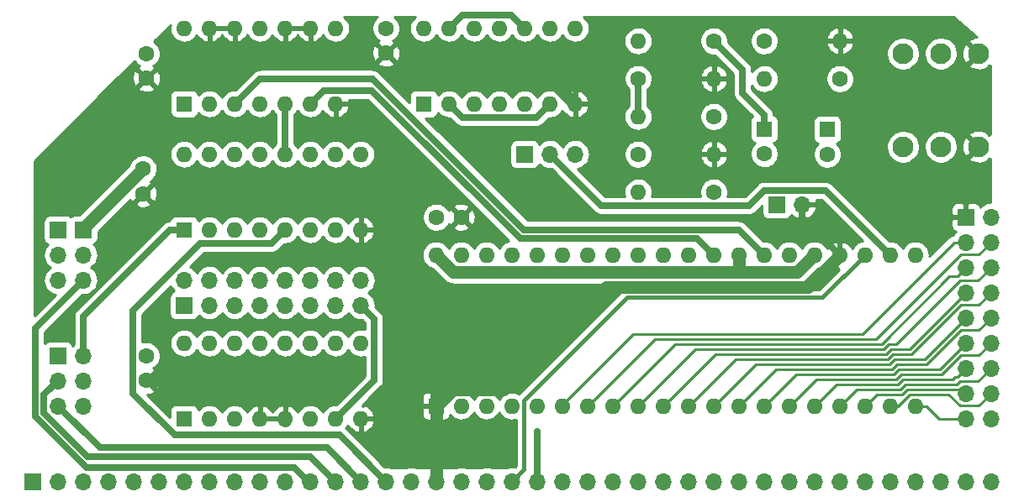
<source format=gbr>
G04 #@! TF.FileFunction,Copper,L1,Top,Signal*
%FSLAX46Y46*%
G04 Gerber Fmt 4.6, Leading zero omitted, Abs format (unit mm)*
G04 Created by KiCad (PCBNEW 4.0.6) date Sun Apr  2 22:38:37 2017*
%MOMM*%
%LPD*%
G01*
G04 APERTURE LIST*
%ADD10C,0.100000*%
%ADD11C,1.600000*%
%ADD12R,1.600000X1.600000*%
%ADD13O,1.600000X1.600000*%
%ADD14R,1.700000X1.700000*%
%ADD15O,1.700000X1.700000*%
%ADD16C,2.100000*%
%ADD17C,0.685800*%
%ADD18C,0.635000*%
%ADD19C,1.270000*%
%ADD20C,0.254000*%
%ADD21C,0.381000*%
G04 APERTURE END LIST*
D10*
D11*
X73340346Y-131027070D03*
X73340346Y-133527070D03*
D12*
X77470000Y-156210000D03*
D13*
X95250000Y-148590000D03*
X80010000Y-156210000D03*
X92710000Y-148590000D03*
X82550000Y-156210000D03*
X90170000Y-148590000D03*
X85090000Y-156210000D03*
X87630000Y-148590000D03*
X87630000Y-156210000D03*
X85090000Y-148590000D03*
X90170000Y-156210000D03*
X82550000Y-148590000D03*
X92710000Y-156210000D03*
X80010000Y-148590000D03*
X95250000Y-156210000D03*
X77470000Y-148590000D03*
D11*
X135890000Y-118110000D03*
D13*
X143510000Y-118110000D03*
D12*
X77470000Y-137160000D03*
D13*
X95250000Y-129540000D03*
X80010000Y-137160000D03*
X92710000Y-129540000D03*
X82550000Y-137160000D03*
X90170000Y-129540000D03*
X85090000Y-137160000D03*
X87630000Y-129540000D03*
X87630000Y-137160000D03*
X85090000Y-129540000D03*
X90170000Y-137160000D03*
X82550000Y-129540000D03*
X92710000Y-137160000D03*
X80010000Y-129540000D03*
X95250000Y-137160000D03*
X77470000Y-129540000D03*
D12*
X102829360Y-154929840D03*
D13*
X151089360Y-139689840D03*
X105369360Y-154929840D03*
X148549360Y-139689840D03*
X107909360Y-154929840D03*
X146009360Y-139689840D03*
X110449360Y-154929840D03*
X143469360Y-139689840D03*
X112989360Y-154929840D03*
X140929360Y-139689840D03*
X115529360Y-154929840D03*
X138389360Y-139689840D03*
X118069360Y-154929840D03*
X135849360Y-139689840D03*
X120609360Y-154929840D03*
X133309360Y-139689840D03*
X123149360Y-154929840D03*
X130769360Y-139689840D03*
X125689360Y-154929840D03*
X128229360Y-139689840D03*
X128229360Y-154929840D03*
X125689360Y-139689840D03*
X130769360Y-154929840D03*
X123149360Y-139689840D03*
X133309360Y-154929840D03*
X120609360Y-139689840D03*
X135849360Y-154929840D03*
X118069360Y-139689840D03*
X138389360Y-154929840D03*
X115529360Y-139689840D03*
X140929360Y-154929840D03*
X112989360Y-139689840D03*
X143469360Y-154929840D03*
X110449360Y-139689840D03*
X146009360Y-154929840D03*
X107909360Y-139689840D03*
X148549360Y-154929840D03*
X105369360Y-139689840D03*
X151089360Y-154929840D03*
X102829360Y-139689840D03*
D12*
X101600000Y-124460000D03*
D13*
X116840000Y-116840000D03*
X104140000Y-124460000D03*
X114300000Y-116840000D03*
X106680000Y-124460000D03*
X111760000Y-116840000D03*
X109220000Y-124460000D03*
X109220000Y-116840000D03*
X111760000Y-124460000D03*
X106680000Y-116840000D03*
X114300000Y-124460000D03*
X104140000Y-116840000D03*
X116840000Y-124460000D03*
X101600000Y-116840000D03*
D11*
X130810000Y-125730000D03*
D13*
X123190000Y-125730000D03*
D11*
X123190000Y-129540000D03*
D13*
X130810000Y-129540000D03*
D11*
X143510000Y-121920000D03*
D13*
X135890000Y-121920000D03*
D11*
X130810000Y-118110000D03*
D13*
X123190000Y-118110000D03*
D11*
X102870000Y-135890000D03*
X105370000Y-135890000D03*
D12*
X135890000Y-127000000D03*
D11*
X135890000Y-129500000D03*
D12*
X142240000Y-127040000D03*
D11*
X142240000Y-129540000D03*
D14*
X137160000Y-134620000D03*
D15*
X139700000Y-134620000D03*
D11*
X123190000Y-121920000D03*
D13*
X130810000Y-121920000D03*
D11*
X130810000Y-133350000D03*
D13*
X123190000Y-133350000D03*
D12*
X77470000Y-124460000D03*
D13*
X92710000Y-116840000D03*
X80010000Y-124460000D03*
X90170000Y-116840000D03*
X82550000Y-124460000D03*
X87630000Y-116840000D03*
X85090000Y-124460000D03*
X85090000Y-116840000D03*
X87630000Y-124460000D03*
X82550000Y-116840000D03*
X90170000Y-124460000D03*
X80010000Y-116840000D03*
X92710000Y-124460000D03*
X77470000Y-116840000D03*
D11*
X73660000Y-149860000D03*
X73660000Y-152360000D03*
X97790000Y-116840000D03*
X97790000Y-119340000D03*
X73660000Y-119380000D03*
X73660000Y-121880000D03*
D14*
X156189680Y-135884920D03*
D15*
X158729680Y-135884920D03*
X156189680Y-138424920D03*
X158729680Y-138424920D03*
X156189680Y-140964920D03*
X158729680Y-140964920D03*
X156189680Y-143504920D03*
X158729680Y-143504920D03*
X156189680Y-146044920D03*
X158729680Y-146044920D03*
X156189680Y-148584920D03*
X158729680Y-148584920D03*
X156189680Y-151124920D03*
X158729680Y-151124920D03*
X156189680Y-153664920D03*
X158729680Y-153664920D03*
X156189680Y-156204920D03*
X158729680Y-156204920D03*
D14*
X111760000Y-129540000D03*
D15*
X114300000Y-129540000D03*
X116840000Y-129540000D03*
D14*
X64770000Y-149860000D03*
D15*
X67310000Y-149860000D03*
X64770000Y-152400000D03*
X67310000Y-152400000D03*
X64770000Y-154940000D03*
X67310000Y-154940000D03*
D14*
X77470000Y-144780000D03*
D15*
X77470000Y-142240000D03*
X80010000Y-144780000D03*
X80010000Y-142240000D03*
X82550000Y-144780000D03*
X82550000Y-142240000D03*
X85090000Y-144780000D03*
X85090000Y-142240000D03*
X87630000Y-144780000D03*
X87630000Y-142240000D03*
X90170000Y-144780000D03*
X90170000Y-142240000D03*
X92710000Y-144780000D03*
X92710000Y-142240000D03*
X95250000Y-144780000D03*
X95250000Y-142240000D03*
D14*
X67310000Y-137160000D03*
D15*
X67310000Y-139700000D03*
X67310000Y-142240000D03*
D14*
X64770000Y-137160000D03*
D15*
X64770000Y-139700000D03*
X64770000Y-142240000D03*
D14*
X62230000Y-162560000D03*
D15*
X64770000Y-162560000D03*
X67310000Y-162560000D03*
X69850000Y-162560000D03*
X72390000Y-162560000D03*
X74930000Y-162560000D03*
X77470000Y-162560000D03*
X80010000Y-162560000D03*
X82550000Y-162560000D03*
X85090000Y-162560000D03*
X87630000Y-162560000D03*
X90170000Y-162560000D03*
X92710000Y-162560000D03*
X95250000Y-162560000D03*
X97790000Y-162560000D03*
X100330000Y-162560000D03*
X102870000Y-162560000D03*
X105410000Y-162560000D03*
X107950000Y-162560000D03*
X110490000Y-162560000D03*
X113030000Y-162560000D03*
X115570000Y-162560000D03*
X118110000Y-162560000D03*
X120650000Y-162560000D03*
X123190000Y-162560000D03*
X125730000Y-162560000D03*
X128270000Y-162560000D03*
X130810000Y-162560000D03*
X133350000Y-162560000D03*
X135890000Y-162560000D03*
X138430000Y-162560000D03*
X140970000Y-162560000D03*
X143510000Y-162560000D03*
X146050000Y-162560000D03*
X148590000Y-162560000D03*
X151130000Y-162560000D03*
X153670000Y-162560000D03*
X156210000Y-162560000D03*
X158750000Y-162560000D03*
D16*
X149870000Y-119380000D03*
X153670000Y-119380000D03*
X157470000Y-119380000D03*
X157470000Y-128780000D03*
X153670000Y-128780000D03*
X149870000Y-128780000D03*
D17*
X113030000Y-157480000D03*
D18*
X104140000Y-116840000D02*
X105511501Y-115468499D01*
X110388499Y-115468499D02*
X111760000Y-116840000D01*
X105511501Y-115468499D02*
X110388499Y-115468499D01*
D19*
X67310000Y-137160000D02*
X67310000Y-137057416D01*
X67310000Y-137057416D02*
X73340346Y-131027070D01*
X139200081Y-141378841D02*
X133329680Y-141378841D01*
X133329680Y-141378841D02*
X104518361Y-141378841D01*
X133309360Y-139689840D02*
X133309360Y-141358521D01*
X133309360Y-141358521D02*
X133329680Y-141378841D01*
X140929360Y-139689840D02*
X140889082Y-139689840D01*
X140889082Y-139689840D02*
X139200081Y-141378841D01*
X104518361Y-141378841D02*
X102829360Y-139689840D01*
X109649161Y-153240839D02*
X119987149Y-142902851D01*
X140256349Y-142902851D02*
X143469360Y-139689840D01*
X119987149Y-142902851D02*
X140256349Y-142902851D01*
X102829360Y-154929840D02*
X104518361Y-153240839D01*
X104518361Y-153240839D02*
X109649161Y-153240839D01*
D18*
X139700000Y-134620000D02*
X139700000Y-135920480D01*
X139700000Y-135920480D02*
X143469360Y-139689840D01*
D19*
X87630000Y-156210000D02*
X87670278Y-156210000D01*
X87630000Y-156210000D02*
X87630000Y-156374991D01*
X111720000Y-119340000D02*
X116840000Y-124460000D01*
X102829360Y-144739360D02*
X102829360Y-154929840D01*
X92710000Y-124460000D02*
X92710000Y-124420000D01*
X81240000Y-152360000D02*
X73660000Y-152360000D01*
X102829360Y-154929840D02*
X102829360Y-162519360D01*
X102829360Y-162519360D02*
X102870000Y-162560000D01*
D18*
X113030000Y-157480000D02*
X113030000Y-162560000D01*
D20*
X154987599Y-138424920D02*
X156189680Y-138424920D01*
X115529360Y-154819740D02*
X122696393Y-147652707D01*
X122696393Y-147652707D02*
X145759812Y-147652707D01*
X145759812Y-147652707D02*
X154987599Y-138424920D01*
X115529360Y-154929840D02*
X115529360Y-154819740D01*
X118069360Y-154929840D02*
X124838482Y-148160718D01*
X124838482Y-148160718D02*
X147172000Y-148160718D01*
X157498679Y-139655921D02*
X158729680Y-138424920D01*
X155676797Y-139655921D02*
X157498679Y-139655921D01*
X147172000Y-148160718D02*
X155676797Y-139655921D01*
X126870471Y-148668729D02*
X147699809Y-148668729D01*
X147699809Y-148668729D02*
X154553619Y-141814919D01*
X120609360Y-154929840D02*
X126870471Y-148668729D01*
X155339681Y-141814919D02*
X156189680Y-140964920D01*
X154553619Y-141814919D02*
X155339681Y-141814919D01*
X147910232Y-149176740D02*
X148418245Y-148668731D01*
X148418245Y-148668731D02*
X149203984Y-148668732D01*
X128902460Y-149176740D02*
X147910232Y-149176740D01*
X123149360Y-154929840D02*
X128902460Y-149176740D01*
X157420681Y-142273919D02*
X158729680Y-140964920D01*
X155598799Y-142273919D02*
X157420681Y-142273919D01*
X149203984Y-148668732D02*
X155598799Y-142273919D01*
D18*
X129128531Y-138049011D02*
X130769360Y-139689840D01*
X91541501Y-123088499D02*
X96342547Y-123088499D01*
X90170000Y-124460000D02*
X91541501Y-123088499D01*
X96342547Y-123088499D02*
X111303058Y-138049011D01*
X111303058Y-138049011D02*
X129128531Y-138049011D01*
D20*
X148120655Y-149684751D02*
X148628668Y-149176742D01*
X149043206Y-149176743D02*
X150517539Y-149176743D01*
X150517539Y-149176743D02*
X155339363Y-144354919D01*
X130934449Y-149684751D02*
X148120655Y-149684751D01*
X125689360Y-154929840D02*
X130934449Y-149684751D01*
X155339363Y-144354919D02*
X155339681Y-144354919D01*
X155339681Y-144354919D02*
X156189680Y-143504920D01*
X148628668Y-149176742D02*
X149043206Y-149176743D01*
X132966438Y-150192762D02*
X148331078Y-150192762D01*
X157498679Y-144735921D02*
X158729680Y-143504920D01*
X148839091Y-149684753D02*
X149247320Y-149684754D01*
X148331078Y-150192762D02*
X148839091Y-149684753D01*
X150727964Y-149684754D02*
X155676797Y-144735921D01*
X149247320Y-149684754D02*
X150727964Y-149684754D01*
X128229360Y-154929840D02*
X132966438Y-150192762D01*
X155676797Y-144735921D02*
X157498679Y-144735921D01*
X149445125Y-150192765D02*
X152041517Y-150192765D01*
X130769360Y-154929840D02*
X134998427Y-150700773D01*
X134998427Y-150700773D02*
X148541501Y-150700773D01*
X149049514Y-150192764D02*
X149445125Y-150192765D01*
X148541501Y-150700773D02*
X149049514Y-150192764D01*
X152041517Y-150192765D02*
X155339363Y-146894919D01*
X155339681Y-146894919D02*
X156189680Y-146044920D01*
X155339363Y-146894919D02*
X155339681Y-146894919D01*
X152251942Y-150700776D02*
X155676797Y-147275921D01*
X149630311Y-150700776D02*
X152251942Y-150700776D01*
X149259937Y-150700775D02*
X149630311Y-150700776D01*
X148751924Y-151208784D02*
X149259937Y-150700775D01*
X133309360Y-154929840D02*
X137030416Y-151208784D01*
X137030416Y-151208784D02*
X148751924Y-151208784D01*
X155676797Y-147275921D02*
X157498679Y-147275921D01*
X157498679Y-147275921D02*
X158729680Y-146044920D01*
X135849360Y-154929840D02*
X139062405Y-151716795D01*
X139062405Y-151716795D02*
X148962347Y-151716795D01*
X148962347Y-151716795D02*
X149470360Y-151208786D01*
X149470360Y-151208786D02*
X149790261Y-151208787D01*
X149790261Y-151208787D02*
X153565495Y-151208787D01*
X155339681Y-149434919D02*
X156189680Y-148584920D01*
X153565495Y-151208787D02*
X155339363Y-149434919D01*
X155339363Y-149434919D02*
X155339681Y-149434919D01*
X157498679Y-149815921D02*
X158729680Y-148584920D01*
X141094394Y-152224806D02*
X149172770Y-152224806D01*
X138389360Y-154929840D02*
X141094394Y-152224806D01*
X149680783Y-151716797D02*
X149899736Y-151716798D01*
X149899736Y-151716798D02*
X153775919Y-151716798D01*
X153775919Y-151716798D02*
X155676797Y-149815921D01*
X155676797Y-149815921D02*
X157498679Y-149815921D01*
X149172770Y-152224806D02*
X149680783Y-151716797D01*
X155339681Y-151974919D02*
X156189680Y-151124920D01*
X155122767Y-151974919D02*
X155339681Y-151974919D01*
X149383194Y-152732817D02*
X149891206Y-152224808D01*
X143126383Y-152732817D02*
X149383194Y-152732817D01*
X140929360Y-154929840D02*
X143126383Y-152732817D01*
X149891206Y-152224808D02*
X154872877Y-152224809D01*
X154872877Y-152224809D02*
X155122767Y-151974919D01*
X157420681Y-152433919D02*
X158729680Y-151124920D01*
X155299900Y-152732818D02*
X155598799Y-152433919D01*
X155598799Y-152433919D02*
X157420681Y-152433919D01*
X143469360Y-154929840D02*
X145158372Y-153240828D01*
X145158372Y-153240828D02*
X149593618Y-153240828D01*
X149593618Y-153240828D02*
X150101630Y-152732818D01*
X150101630Y-152732818D02*
X155299900Y-152732818D01*
X149804043Y-153748839D02*
X150312054Y-153240828D01*
X147190361Y-153748839D02*
X149804043Y-153748839D01*
X146009360Y-154929840D02*
X147190361Y-153748839D01*
X150312054Y-153240828D02*
X155765588Y-153240828D01*
X155765588Y-153240828D02*
X156189680Y-153664920D01*
X154451717Y-153748839D02*
X155598799Y-154895921D01*
X155598799Y-154895921D02*
X157498679Y-154895921D01*
X148549360Y-154929840D02*
X149341478Y-154929840D01*
X149341478Y-154929840D02*
X150522479Y-153748839D01*
X150522479Y-153748839D02*
X154451717Y-153748839D01*
X157498679Y-154895921D02*
X158729680Y-153664920D01*
X151089360Y-154929840D02*
X152220730Y-154929840D01*
X153495810Y-156204920D02*
X156189680Y-156204920D01*
X152220730Y-154929840D02*
X153495810Y-156204920D01*
D18*
X112928499Y-125831501D02*
X114300000Y-124460000D01*
X105511501Y-125831501D02*
X112928499Y-125831501D01*
X104140000Y-124460000D02*
X105511501Y-125831501D01*
X123190000Y-125730000D02*
X123190000Y-121920000D01*
X114300000Y-129540000D02*
X119481501Y-134721501D01*
X119481501Y-134721501D02*
X134329797Y-134721501D01*
X134329797Y-134721501D02*
X135852799Y-133198499D01*
X135852799Y-133198499D02*
X142058019Y-133198499D01*
X142058019Y-133198499D02*
X148549360Y-139689840D01*
X111671298Y-137160000D02*
X133319520Y-137160000D01*
X133319520Y-137160000D02*
X135849360Y-139689840D01*
X82550000Y-124460000D02*
X85090000Y-121920000D01*
X85090000Y-121920000D02*
X96431298Y-121920000D01*
X96431298Y-121920000D02*
X111671298Y-137160000D01*
X87630000Y-137160000D02*
X86258499Y-138531501D01*
X93090989Y-157860989D02*
X97790000Y-162560000D01*
X76492287Y-157860989D02*
X93090989Y-157860989D01*
X72288499Y-153657201D02*
X76492287Y-157860989D01*
X72288499Y-145317679D02*
X72288499Y-153657201D01*
X79074677Y-138531501D02*
X72288499Y-145317679D01*
X86258499Y-138531501D02*
X79074677Y-138531501D01*
D21*
X141716838Y-143982362D02*
X146009360Y-139689840D01*
X111693861Y-161356139D02*
X111693861Y-154383477D01*
X122094976Y-143982362D02*
X141716838Y-143982362D01*
X111693861Y-154383477D02*
X122094976Y-143982362D01*
X110490000Y-162560000D02*
X111693861Y-161356139D01*
D18*
X88558247Y-161138499D02*
X67607426Y-161138499D01*
X89979748Y-162560000D02*
X88558247Y-161138499D01*
X90170000Y-162560000D02*
X89979748Y-162560000D01*
X62459488Y-147090512D02*
X67310000Y-142240000D01*
X62459488Y-155990561D02*
X62459488Y-147090512D01*
X67607426Y-161138499D02*
X62459488Y-155990561D01*
X67310000Y-149860000D02*
X67310000Y-145885000D01*
X67310000Y-145885000D02*
X76035000Y-137160000D01*
X76035000Y-137160000D02*
X77470000Y-137160000D01*
X67746178Y-160020000D02*
X90170000Y-160020000D01*
X90170000Y-160020000D02*
X92710000Y-162560000D01*
X63348499Y-155622321D02*
X67746178Y-160020000D01*
X64770000Y-152400000D02*
X63348499Y-153821501D01*
X63348499Y-153821501D02*
X63348499Y-155622321D01*
X64770000Y-154940000D02*
X68960989Y-159130989D01*
X91820989Y-159130989D02*
X95250000Y-162560000D01*
X68960989Y-159130989D02*
X91820989Y-159130989D01*
X130810000Y-118110000D02*
X133705512Y-121005512D01*
X133705512Y-123380512D02*
X135890000Y-125565000D01*
X133705512Y-121005512D02*
X133705512Y-123380512D01*
X135890000Y-125565000D02*
X135890000Y-127000000D01*
X95250000Y-144780000D02*
X96621501Y-146151501D01*
X96621501Y-146151501D02*
X96621501Y-152298499D01*
X96621501Y-152298499D02*
X92710000Y-156210000D01*
X87630000Y-129540000D02*
X87630000Y-124460000D01*
D20*
G36*
X96886473Y-115716239D02*
X96685408Y-115913137D01*
X96526416Y-116145339D01*
X96415553Y-116404000D01*
X96357043Y-116679268D01*
X96353114Y-116960659D01*
X96403915Y-117237453D01*
X96507512Y-117499109D01*
X96659959Y-117735660D01*
X96855448Y-117938095D01*
X97073755Y-118089822D01*
X97048486Y-118103329D01*
X96976903Y-118347298D01*
X97790000Y-119160395D01*
X98603097Y-118347298D01*
X98531514Y-118103329D01*
X98500589Y-118088696D01*
X98677749Y-117976267D01*
X98881544Y-117782195D01*
X99043762Y-117552236D01*
X99158225Y-117295148D01*
X99220573Y-117020723D01*
X99225061Y-116699291D01*
X99170400Y-116423233D01*
X99063160Y-116163049D01*
X98907426Y-115928650D01*
X98709129Y-115728964D01*
X98661740Y-115697000D01*
X100733777Y-115697000D01*
X100595983Y-115807789D01*
X100415962Y-116022329D01*
X100281041Y-116267750D01*
X100196358Y-116534704D01*
X100165140Y-116813021D01*
X100165000Y-116833057D01*
X100165000Y-116846943D01*
X100192329Y-117125669D01*
X100273276Y-117393779D01*
X100404758Y-117641060D01*
X100581766Y-117858093D01*
X100797558Y-118036612D01*
X101043915Y-118169817D01*
X101311453Y-118252633D01*
X101589982Y-118281908D01*
X101868892Y-118256525D01*
X102137560Y-118177452D01*
X102385753Y-118047700D01*
X102604017Y-117872211D01*
X102784038Y-117657671D01*
X102870228Y-117500891D01*
X102944758Y-117641060D01*
X103121766Y-117858093D01*
X103337558Y-118036612D01*
X103583915Y-118169817D01*
X103851453Y-118252633D01*
X104129982Y-118281908D01*
X104408892Y-118256525D01*
X104677560Y-118177452D01*
X104925753Y-118047700D01*
X105144017Y-117872211D01*
X105324038Y-117657671D01*
X105410228Y-117500891D01*
X105484758Y-117641060D01*
X105661766Y-117858093D01*
X105877558Y-118036612D01*
X106123915Y-118169817D01*
X106391453Y-118252633D01*
X106669982Y-118281908D01*
X106948892Y-118256525D01*
X107217560Y-118177452D01*
X107465753Y-118047700D01*
X107684017Y-117872211D01*
X107864038Y-117657671D01*
X107950228Y-117500891D01*
X108024758Y-117641060D01*
X108201766Y-117858093D01*
X108417558Y-118036612D01*
X108663915Y-118169817D01*
X108931453Y-118252633D01*
X109209982Y-118281908D01*
X109488892Y-118256525D01*
X109757560Y-118177452D01*
X110005753Y-118047700D01*
X110224017Y-117872211D01*
X110404038Y-117657671D01*
X110490228Y-117500891D01*
X110564758Y-117641060D01*
X110741766Y-117858093D01*
X110957558Y-118036612D01*
X111203915Y-118169817D01*
X111471453Y-118252633D01*
X111749982Y-118281908D01*
X112028892Y-118256525D01*
X112297560Y-118177452D01*
X112545753Y-118047700D01*
X112764017Y-117872211D01*
X112944038Y-117657671D01*
X113030228Y-117500891D01*
X113104758Y-117641060D01*
X113281766Y-117858093D01*
X113497558Y-118036612D01*
X113743915Y-118169817D01*
X114011453Y-118252633D01*
X114289982Y-118281908D01*
X114568892Y-118256525D01*
X114837560Y-118177452D01*
X115085753Y-118047700D01*
X115304017Y-117872211D01*
X115484038Y-117657671D01*
X115570228Y-117500891D01*
X115644758Y-117641060D01*
X115821766Y-117858093D01*
X116037558Y-118036612D01*
X116283915Y-118169817D01*
X116551453Y-118252633D01*
X116829982Y-118281908D01*
X117108892Y-118256525D01*
X117377560Y-118177452D01*
X117525746Y-118099982D01*
X121748092Y-118099982D01*
X121773475Y-118378892D01*
X121852548Y-118647560D01*
X121982300Y-118895753D01*
X122157789Y-119114017D01*
X122372329Y-119294038D01*
X122617750Y-119428959D01*
X122884704Y-119513642D01*
X123163021Y-119544860D01*
X123183057Y-119545000D01*
X123196943Y-119545000D01*
X123475669Y-119517671D01*
X123743779Y-119436724D01*
X123991060Y-119305242D01*
X124208093Y-119128234D01*
X124386612Y-118912442D01*
X124519817Y-118666085D01*
X124602633Y-118398547D01*
X124620278Y-118230659D01*
X129373114Y-118230659D01*
X129423915Y-118507453D01*
X129527512Y-118769109D01*
X129679959Y-119005660D01*
X129875448Y-119208095D01*
X130106534Y-119368704D01*
X130364415Y-119481369D01*
X130639268Y-119541800D01*
X130900228Y-119547266D01*
X132753012Y-121400050D01*
X132753012Y-123380512D01*
X132761601Y-123468113D01*
X132769266Y-123555726D01*
X132770663Y-123560535D01*
X132771152Y-123565520D01*
X132796583Y-123649751D01*
X132821129Y-123734239D01*
X132823434Y-123738686D01*
X132824882Y-123743482D01*
X132866172Y-123821137D01*
X132906678Y-123899281D01*
X132909806Y-123903200D01*
X132912155Y-123907617D01*
X132967730Y-123975759D01*
X133022655Y-124044562D01*
X133029528Y-124051532D01*
X133029646Y-124051676D01*
X133029779Y-124051786D01*
X133031993Y-124054031D01*
X134686984Y-125709022D01*
X134667441Y-125721900D01*
X134550975Y-125858550D01*
X134477190Y-126022237D01*
X134451928Y-126200000D01*
X134451928Y-127800000D01*
X134459992Y-127901121D01*
X134513106Y-128072634D01*
X134611900Y-128222559D01*
X134748550Y-128339025D01*
X134912237Y-128412810D01*
X134944453Y-128417388D01*
X134785408Y-128573137D01*
X134626416Y-128805339D01*
X134515553Y-129064000D01*
X134457043Y-129339268D01*
X134453114Y-129620659D01*
X134503915Y-129897453D01*
X134607512Y-130159109D01*
X134759959Y-130395660D01*
X134955448Y-130598095D01*
X135186534Y-130758704D01*
X135444415Y-130871369D01*
X135719268Y-130931800D01*
X136000624Y-130937693D01*
X136277767Y-130888826D01*
X136540140Y-130787058D01*
X136777749Y-130636267D01*
X136981544Y-130442195D01*
X137143762Y-130212236D01*
X137258225Y-129955148D01*
X137320573Y-129680723D01*
X137325061Y-129359291D01*
X137270400Y-129083233D01*
X137163160Y-128823049D01*
X137007426Y-128588650D01*
X136836066Y-128416090D01*
X136962634Y-128376894D01*
X137112559Y-128278100D01*
X137229025Y-128141450D01*
X137302810Y-127977763D01*
X137328072Y-127800000D01*
X137328072Y-126240000D01*
X140801928Y-126240000D01*
X140801928Y-127840000D01*
X140809992Y-127941121D01*
X140863106Y-128112634D01*
X140961900Y-128262559D01*
X141098550Y-128379025D01*
X141262237Y-128452810D01*
X141294453Y-128457388D01*
X141135408Y-128613137D01*
X140976416Y-128845339D01*
X140865553Y-129104000D01*
X140807043Y-129379268D01*
X140803114Y-129660659D01*
X140853915Y-129937453D01*
X140957512Y-130199109D01*
X141109959Y-130435660D01*
X141305448Y-130638095D01*
X141536534Y-130798704D01*
X141794415Y-130911369D01*
X142069268Y-130971800D01*
X142350624Y-130977693D01*
X142627767Y-130928826D01*
X142890140Y-130827058D01*
X143127749Y-130676267D01*
X143331544Y-130482195D01*
X143493762Y-130252236D01*
X143608225Y-129995148D01*
X143670573Y-129720723D01*
X143675061Y-129399291D01*
X143620400Y-129123233D01*
X143537326Y-128921679D01*
X148182785Y-128921679D01*
X148242437Y-129246696D01*
X148364082Y-129553937D01*
X148543087Y-129831698D01*
X148772634Y-130069401D01*
X149043979Y-130257991D01*
X149346787Y-130390284D01*
X149669524Y-130461243D01*
X149999897Y-130468163D01*
X150325322Y-130410782D01*
X150633405Y-130291284D01*
X150912409Y-130114223D01*
X151151708Y-129886341D01*
X151342188Y-129616319D01*
X151476592Y-129314442D01*
X151549802Y-128992208D01*
X151550786Y-128921679D01*
X151982785Y-128921679D01*
X152042437Y-129246696D01*
X152164082Y-129553937D01*
X152343087Y-129831698D01*
X152572634Y-130069401D01*
X152843979Y-130257991D01*
X153146787Y-130390284D01*
X153469524Y-130461243D01*
X153799897Y-130468163D01*
X154125322Y-130410782D01*
X154433405Y-130291284D01*
X154712409Y-130114223D01*
X154951708Y-129886341D01*
X155142188Y-129616319D01*
X155276592Y-129314442D01*
X155349802Y-128992208D01*
X155351918Y-128840617D01*
X155777934Y-128840617D01*
X155822272Y-129169557D01*
X155929931Y-129483527D01*
X156029421Y-129669661D01*
X156298934Y-129771461D01*
X157290395Y-128780000D01*
X156298934Y-127788539D01*
X156029421Y-127890339D01*
X155883537Y-128188477D01*
X155798620Y-128509346D01*
X155777934Y-128840617D01*
X155351918Y-128840617D01*
X155355072Y-128614777D01*
X155290888Y-128290625D01*
X155164965Y-127985113D01*
X154982100Y-127709878D01*
X154749256Y-127475403D01*
X154475305Y-127290620D01*
X154170679Y-127162568D01*
X153846983Y-127096122D01*
X153516545Y-127093815D01*
X153191953Y-127155735D01*
X152885569Y-127279522D01*
X152609064Y-127460462D01*
X152372970Y-127691662D01*
X152186279Y-127964317D01*
X152056102Y-128268042D01*
X151987399Y-128591266D01*
X151982785Y-128921679D01*
X151550786Y-128921679D01*
X151555072Y-128614777D01*
X151490888Y-128290625D01*
X151364965Y-127985113D01*
X151182100Y-127709878D01*
X150949256Y-127475403D01*
X150675305Y-127290620D01*
X150370679Y-127162568D01*
X150046983Y-127096122D01*
X149716545Y-127093815D01*
X149391953Y-127155735D01*
X149085569Y-127279522D01*
X148809064Y-127460462D01*
X148572970Y-127691662D01*
X148386279Y-127964317D01*
X148256102Y-128268042D01*
X148187399Y-128591266D01*
X148182785Y-128921679D01*
X143537326Y-128921679D01*
X143513160Y-128863049D01*
X143357426Y-128628650D01*
X143186066Y-128456090D01*
X143312634Y-128416894D01*
X143462559Y-128318100D01*
X143579025Y-128181450D01*
X143652810Y-128017763D01*
X143678072Y-127840000D01*
X143678072Y-126240000D01*
X143670008Y-126138879D01*
X143616894Y-125967366D01*
X143518100Y-125817441D01*
X143381450Y-125700975D01*
X143217763Y-125627190D01*
X143040000Y-125601928D01*
X141440000Y-125601928D01*
X141338879Y-125609992D01*
X141167366Y-125663106D01*
X141017441Y-125761900D01*
X140900975Y-125898550D01*
X140827190Y-126062237D01*
X140801928Y-126240000D01*
X137328072Y-126240000D01*
X137328072Y-126200000D01*
X137320008Y-126098879D01*
X137266894Y-125927366D01*
X137168100Y-125777441D01*
X137031450Y-125660975D01*
X136867763Y-125587190D01*
X136842500Y-125583600D01*
X136842500Y-125565000D01*
X136833915Y-125477440D01*
X136826246Y-125389786D01*
X136824849Y-125384977D01*
X136824360Y-125379992D01*
X136798929Y-125295761D01*
X136774383Y-125211273D01*
X136772078Y-125206826D01*
X136770630Y-125202030D01*
X136729340Y-125124375D01*
X136688834Y-125046231D01*
X136685706Y-125042312D01*
X136683357Y-125037895D01*
X136627787Y-124969759D01*
X136572858Y-124900951D01*
X136565980Y-124893976D01*
X136565866Y-124893836D01*
X136565737Y-124893729D01*
X136563520Y-124891481D01*
X134658012Y-122985974D01*
X134658012Y-122659294D01*
X134682300Y-122705753D01*
X134857789Y-122924017D01*
X135072329Y-123104038D01*
X135317750Y-123238959D01*
X135584704Y-123323642D01*
X135863021Y-123354860D01*
X135883057Y-123355000D01*
X135896943Y-123355000D01*
X136175669Y-123327671D01*
X136443779Y-123246724D01*
X136691060Y-123115242D01*
X136908093Y-122938234D01*
X137086612Y-122722442D01*
X137219817Y-122476085D01*
X137302633Y-122208547D01*
X137320278Y-122040659D01*
X142073114Y-122040659D01*
X142123915Y-122317453D01*
X142227512Y-122579109D01*
X142379959Y-122815660D01*
X142575448Y-123018095D01*
X142806534Y-123178704D01*
X143064415Y-123291369D01*
X143339268Y-123351800D01*
X143620624Y-123357693D01*
X143897767Y-123308826D01*
X144160140Y-123207058D01*
X144397749Y-123056267D01*
X144601544Y-122862195D01*
X144763762Y-122632236D01*
X144878225Y-122375148D01*
X144940573Y-122100723D01*
X144945061Y-121779291D01*
X144890400Y-121503233D01*
X144783160Y-121243049D01*
X144627426Y-121008650D01*
X144429129Y-120808964D01*
X144195823Y-120651597D01*
X143936394Y-120542543D01*
X143660724Y-120485956D01*
X143379313Y-120483991D01*
X143102880Y-120536724D01*
X142841954Y-120642145D01*
X142606473Y-120796239D01*
X142405408Y-120993137D01*
X142246416Y-121225339D01*
X142135553Y-121484000D01*
X142077043Y-121759268D01*
X142073114Y-122040659D01*
X137320278Y-122040659D01*
X137331908Y-121930018D01*
X137306525Y-121651108D01*
X137227452Y-121382440D01*
X137097700Y-121134247D01*
X136922211Y-120915983D01*
X136707671Y-120735962D01*
X136462250Y-120601041D01*
X136195296Y-120516358D01*
X135916979Y-120485140D01*
X135896943Y-120485000D01*
X135883057Y-120485000D01*
X135604331Y-120512329D01*
X135336221Y-120593276D01*
X135088940Y-120724758D01*
X134871907Y-120901766D01*
X134693388Y-121117558D01*
X134658012Y-121182984D01*
X134658012Y-121005512D01*
X134649423Y-120917911D01*
X134641758Y-120830298D01*
X134640361Y-120825489D01*
X134639872Y-120820504D01*
X134614431Y-120736241D01*
X134589894Y-120651784D01*
X134587591Y-120647341D01*
X134586142Y-120642542D01*
X134544843Y-120564870D01*
X134504346Y-120486743D01*
X134501218Y-120482824D01*
X134498869Y-120478407D01*
X134443294Y-120410265D01*
X134388369Y-120341462D01*
X134381496Y-120334492D01*
X134381378Y-120334348D01*
X134381245Y-120334238D01*
X134379031Y-120331993D01*
X132277697Y-118230659D01*
X134453114Y-118230659D01*
X134503915Y-118507453D01*
X134607512Y-118769109D01*
X134759959Y-119005660D01*
X134955448Y-119208095D01*
X135186534Y-119368704D01*
X135444415Y-119481369D01*
X135719268Y-119541800D01*
X136000624Y-119547693D01*
X136148159Y-119521679D01*
X148182785Y-119521679D01*
X148242437Y-119846696D01*
X148364082Y-120153937D01*
X148543087Y-120431698D01*
X148772634Y-120669401D01*
X149043979Y-120857991D01*
X149346787Y-120990284D01*
X149669524Y-121061243D01*
X149999897Y-121068163D01*
X150325322Y-121010782D01*
X150633405Y-120891284D01*
X150912409Y-120714223D01*
X151151708Y-120486341D01*
X151342188Y-120216319D01*
X151476592Y-119914442D01*
X151549802Y-119592208D01*
X151550786Y-119521679D01*
X151982785Y-119521679D01*
X152042437Y-119846696D01*
X152164082Y-120153937D01*
X152343087Y-120431698D01*
X152572634Y-120669401D01*
X152843979Y-120857991D01*
X153146787Y-120990284D01*
X153469524Y-121061243D01*
X153799897Y-121068163D01*
X154125322Y-121010782D01*
X154433405Y-120891284D01*
X154712409Y-120714223D01*
X154951708Y-120486341D01*
X155142188Y-120216319D01*
X155276592Y-119914442D01*
X155349802Y-119592208D01*
X155351918Y-119440617D01*
X155777934Y-119440617D01*
X155822272Y-119769557D01*
X155929931Y-120083527D01*
X156029421Y-120269661D01*
X156298934Y-120371461D01*
X157290395Y-119380000D01*
X156298934Y-118388539D01*
X156029421Y-118490339D01*
X155883537Y-118788477D01*
X155798620Y-119109346D01*
X155777934Y-119440617D01*
X155351918Y-119440617D01*
X155355072Y-119214777D01*
X155290888Y-118890625D01*
X155164965Y-118585113D01*
X154982100Y-118309878D01*
X154749256Y-118075403D01*
X154475305Y-117890620D01*
X154170679Y-117762568D01*
X153846983Y-117696122D01*
X153516545Y-117693815D01*
X153191953Y-117755735D01*
X152885569Y-117879522D01*
X152609064Y-118060462D01*
X152372970Y-118291662D01*
X152186279Y-118564317D01*
X152056102Y-118868042D01*
X151987399Y-119191266D01*
X151982785Y-119521679D01*
X151550786Y-119521679D01*
X151555072Y-119214777D01*
X151490888Y-118890625D01*
X151364965Y-118585113D01*
X151182100Y-118309878D01*
X150949256Y-118075403D01*
X150675305Y-117890620D01*
X150370679Y-117762568D01*
X150046983Y-117696122D01*
X149716545Y-117693815D01*
X149391953Y-117755735D01*
X149085569Y-117879522D01*
X148809064Y-118060462D01*
X148572970Y-118291662D01*
X148386279Y-118564317D01*
X148256102Y-118868042D01*
X148187399Y-119191266D01*
X148182785Y-119521679D01*
X136148159Y-119521679D01*
X136277767Y-119498826D01*
X136540140Y-119397058D01*
X136777749Y-119246267D01*
X136981544Y-119052195D01*
X137143762Y-118822236D01*
X137258225Y-118565148D01*
X137282332Y-118459039D01*
X142118096Y-118459039D01*
X142158754Y-118593087D01*
X142278963Y-118847420D01*
X142446481Y-119073414D01*
X142654869Y-119262385D01*
X142896119Y-119407070D01*
X143160960Y-119501909D01*
X143383000Y-119380624D01*
X143383000Y-118237000D01*
X143637000Y-118237000D01*
X143637000Y-119380624D01*
X143859040Y-119501909D01*
X144123881Y-119407070D01*
X144365131Y-119262385D01*
X144573519Y-119073414D01*
X144741037Y-118847420D01*
X144861246Y-118593087D01*
X144901904Y-118459039D01*
X144779915Y-118237000D01*
X143637000Y-118237000D01*
X143383000Y-118237000D01*
X142240085Y-118237000D01*
X142118096Y-118459039D01*
X137282332Y-118459039D01*
X137320573Y-118290723D01*
X137325061Y-117969291D01*
X137283811Y-117760961D01*
X142118096Y-117760961D01*
X142240085Y-117983000D01*
X143383000Y-117983000D01*
X143383000Y-116839376D01*
X143637000Y-116839376D01*
X143637000Y-117983000D01*
X144779915Y-117983000D01*
X144901904Y-117760961D01*
X144861246Y-117626913D01*
X144741037Y-117372580D01*
X144573519Y-117146586D01*
X144365131Y-116957615D01*
X144123881Y-116812930D01*
X143859040Y-116718091D01*
X143637000Y-116839376D01*
X143383000Y-116839376D01*
X143160960Y-116718091D01*
X142896119Y-116812930D01*
X142654869Y-116957615D01*
X142446481Y-117146586D01*
X142278963Y-117372580D01*
X142158754Y-117626913D01*
X142118096Y-117760961D01*
X137283811Y-117760961D01*
X137270400Y-117693233D01*
X137163160Y-117433049D01*
X137007426Y-117198650D01*
X136809129Y-116998964D01*
X136575823Y-116841597D01*
X136316394Y-116732543D01*
X136040724Y-116675956D01*
X135759313Y-116673991D01*
X135482880Y-116726724D01*
X135221954Y-116832145D01*
X134986473Y-116986239D01*
X134785408Y-117183137D01*
X134626416Y-117415339D01*
X134515553Y-117674000D01*
X134457043Y-117949268D01*
X134453114Y-118230659D01*
X132277697Y-118230659D01*
X132241911Y-118194873D01*
X132245061Y-117969291D01*
X132190400Y-117693233D01*
X132083160Y-117433049D01*
X131927426Y-117198650D01*
X131729129Y-116998964D01*
X131495823Y-116841597D01*
X131236394Y-116732543D01*
X130960724Y-116675956D01*
X130679313Y-116673991D01*
X130402880Y-116726724D01*
X130141954Y-116832145D01*
X129906473Y-116986239D01*
X129705408Y-117183137D01*
X129546416Y-117415339D01*
X129435553Y-117674000D01*
X129377043Y-117949268D01*
X129373114Y-118230659D01*
X124620278Y-118230659D01*
X124631908Y-118120018D01*
X124606525Y-117841108D01*
X124527452Y-117572440D01*
X124397700Y-117324247D01*
X124222211Y-117105983D01*
X124007671Y-116925962D01*
X123762250Y-116791041D01*
X123495296Y-116706358D01*
X123216979Y-116675140D01*
X123196943Y-116675000D01*
X123183057Y-116675000D01*
X122904331Y-116702329D01*
X122636221Y-116783276D01*
X122388940Y-116914758D01*
X122171907Y-117091766D01*
X121993388Y-117307558D01*
X121860183Y-117553915D01*
X121777367Y-117821453D01*
X121748092Y-118099982D01*
X117525746Y-118099982D01*
X117625753Y-118047700D01*
X117844017Y-117872211D01*
X118024038Y-117657671D01*
X118158959Y-117412250D01*
X118243642Y-117145296D01*
X118274860Y-116866979D01*
X118275000Y-116846943D01*
X118275000Y-116833057D01*
X118247671Y-116554331D01*
X118166724Y-116286221D01*
X118035242Y-116038940D01*
X117858234Y-115821907D01*
X117707248Y-115697000D01*
X154894020Y-115697000D01*
X157300718Y-117702581D01*
X157080443Y-117732272D01*
X156766473Y-117839931D01*
X156580339Y-117939421D01*
X156478539Y-118208934D01*
X157470000Y-119200395D01*
X157484143Y-119186253D01*
X157663748Y-119365858D01*
X157649605Y-119380000D01*
X157663748Y-119394143D01*
X157484143Y-119573748D01*
X157470000Y-119559605D01*
X156478539Y-120551066D01*
X156580339Y-120820579D01*
X156878477Y-120966463D01*
X157199346Y-121051380D01*
X157530617Y-121072066D01*
X157859557Y-121027728D01*
X158173527Y-120920069D01*
X158359661Y-120820579D01*
X158461460Y-120551068D01*
X158577001Y-120666609D01*
X158623000Y-120620610D01*
X158623000Y-127539390D01*
X158577001Y-127493391D01*
X158461460Y-127608932D01*
X158359661Y-127339421D01*
X158061523Y-127193537D01*
X157740654Y-127108620D01*
X157409383Y-127087934D01*
X157080443Y-127132272D01*
X156766473Y-127239931D01*
X156580339Y-127339421D01*
X156478539Y-127608934D01*
X157470000Y-128600395D01*
X157484143Y-128586253D01*
X157663748Y-128765858D01*
X157649605Y-128780000D01*
X157663748Y-128794143D01*
X157484143Y-128973748D01*
X157470000Y-128959605D01*
X156478539Y-129951066D01*
X156580339Y-130220579D01*
X156878477Y-130366463D01*
X157199346Y-130451380D01*
X157530617Y-130472066D01*
X157859557Y-130427728D01*
X158173527Y-130320069D01*
X158359661Y-130220579D01*
X158461460Y-129951068D01*
X158577001Y-130066609D01*
X158623000Y-130020610D01*
X158623000Y-134409676D01*
X158434057Y-134428202D01*
X158156605Y-134511969D01*
X157900709Y-134648032D01*
X157676113Y-134831207D01*
X157652320Y-134859968D01*
X157650277Y-134849697D01*
X157602410Y-134734135D01*
X157532917Y-134630131D01*
X157444469Y-134541683D01*
X157340465Y-134472190D01*
X157224903Y-134424323D01*
X157102222Y-134399920D01*
X156475430Y-134399920D01*
X156316680Y-134558670D01*
X156316680Y-135757920D01*
X156336680Y-135757920D01*
X156336680Y-136011920D01*
X156316680Y-136011920D01*
X156316680Y-136031920D01*
X156062680Y-136031920D01*
X156062680Y-136011920D01*
X154863430Y-136011920D01*
X154704680Y-136170670D01*
X154704680Y-136797462D01*
X154729083Y-136920143D01*
X154776950Y-137035705D01*
X154846443Y-137139709D01*
X154934891Y-137228157D01*
X155038895Y-137297650D01*
X155154457Y-137345517D01*
X155165033Y-137347621D01*
X155136113Y-137371207D01*
X154951374Y-137594519D01*
X154910335Y-137670420D01*
X154847429Y-137675923D01*
X154843581Y-137677041D01*
X154839592Y-137677432D01*
X154772227Y-137697771D01*
X154704617Y-137717413D01*
X154701057Y-137719259D01*
X154697223Y-137720416D01*
X154635081Y-137753457D01*
X154572585Y-137785853D01*
X154569455Y-137788352D01*
X154565915Y-137790234D01*
X154511368Y-137834721D01*
X154456359Y-137878634D01*
X154450780Y-137884136D01*
X154450668Y-137884227D01*
X154450582Y-137884331D01*
X154448784Y-137886104D01*
X152512363Y-139822525D01*
X152524220Y-139716819D01*
X152524360Y-139696783D01*
X152524360Y-139682897D01*
X152497031Y-139404171D01*
X152416084Y-139136061D01*
X152284602Y-138888780D01*
X152107594Y-138671747D01*
X151891802Y-138493228D01*
X151645445Y-138360023D01*
X151377907Y-138277207D01*
X151099378Y-138247932D01*
X150820468Y-138273315D01*
X150551800Y-138352388D01*
X150303607Y-138482140D01*
X150085343Y-138657629D01*
X149905322Y-138872169D01*
X149819132Y-139028949D01*
X149744602Y-138888780D01*
X149567594Y-138671747D01*
X149351802Y-138493228D01*
X149105445Y-138360023D01*
X148837907Y-138277207D01*
X148559378Y-138247932D01*
X148463240Y-138256681D01*
X145178937Y-134972378D01*
X154704680Y-134972378D01*
X154704680Y-135599170D01*
X154863430Y-135757920D01*
X156062680Y-135757920D01*
X156062680Y-134558670D01*
X155903930Y-134399920D01*
X155277138Y-134399920D01*
X155154457Y-134424323D01*
X155038895Y-134472190D01*
X154934891Y-134541683D01*
X154846443Y-134630131D01*
X154776950Y-134734135D01*
X154729083Y-134849697D01*
X154704680Y-134972378D01*
X145178937Y-134972378D01*
X142731538Y-132524980D01*
X142663540Y-132469125D01*
X142596150Y-132412578D01*
X142591762Y-132410166D01*
X142587891Y-132406986D01*
X142510329Y-132365398D01*
X142433249Y-132323023D01*
X142428476Y-132321509D01*
X142424060Y-132319141D01*
X142339928Y-132293419D01*
X142256055Y-132266813D01*
X142251074Y-132266254D01*
X142246288Y-132264791D01*
X142158786Y-132255903D01*
X142071318Y-132246092D01*
X142061526Y-132246024D01*
X142061344Y-132246005D01*
X142061174Y-132246021D01*
X142058019Y-132245999D01*
X135852799Y-132245999D01*
X135765198Y-132254588D01*
X135677585Y-132262253D01*
X135672776Y-132263650D01*
X135667791Y-132264139D01*
X135583560Y-132289570D01*
X135499072Y-132314116D01*
X135494625Y-132316421D01*
X135489829Y-132317869D01*
X135412174Y-132359159D01*
X135334030Y-132399665D01*
X135330111Y-132402793D01*
X135325694Y-132405142D01*
X135257552Y-132460717D01*
X135188749Y-132515642D01*
X135181779Y-132522515D01*
X135181635Y-132522633D01*
X135181525Y-132522766D01*
X135179280Y-132524980D01*
X133935259Y-133769001D01*
X132186437Y-133769001D01*
X132240573Y-133530723D01*
X132245061Y-133209291D01*
X132190400Y-132933233D01*
X132083160Y-132673049D01*
X131927426Y-132438650D01*
X131729129Y-132238964D01*
X131495823Y-132081597D01*
X131236394Y-131972543D01*
X130960724Y-131915956D01*
X130679313Y-131913991D01*
X130402880Y-131966724D01*
X130141954Y-132072145D01*
X129906473Y-132226239D01*
X129705408Y-132423137D01*
X129546416Y-132655339D01*
X129435553Y-132914000D01*
X129377043Y-133189268D01*
X129373114Y-133470659D01*
X129423915Y-133747453D01*
X129432446Y-133769001D01*
X124562251Y-133769001D01*
X124602633Y-133638547D01*
X124631908Y-133360018D01*
X124606525Y-133081108D01*
X124527452Y-132812440D01*
X124397700Y-132564247D01*
X124222211Y-132345983D01*
X124007671Y-132165962D01*
X123762250Y-132031041D01*
X123495296Y-131946358D01*
X123216979Y-131915140D01*
X123196943Y-131915000D01*
X123183057Y-131915000D01*
X122904331Y-131942329D01*
X122636221Y-132023276D01*
X122388940Y-132154758D01*
X122171907Y-132331766D01*
X121993388Y-132547558D01*
X121860183Y-132793915D01*
X121777367Y-133061453D01*
X121748092Y-133339982D01*
X121773475Y-133618892D01*
X121817654Y-133769001D01*
X119876039Y-133769001D01*
X117113366Y-131006328D01*
X117118261Y-131005882D01*
X117396291Y-130924053D01*
X117653131Y-130789780D01*
X117879000Y-130608177D01*
X118065294Y-130386161D01*
X118204916Y-130132189D01*
X118292549Y-129855934D01*
X118314452Y-129660659D01*
X121753114Y-129660659D01*
X121803915Y-129937453D01*
X121907512Y-130199109D01*
X122059959Y-130435660D01*
X122255448Y-130638095D01*
X122486534Y-130798704D01*
X122744415Y-130911369D01*
X123019268Y-130971800D01*
X123300624Y-130977693D01*
X123577767Y-130928826D01*
X123840140Y-130827058D01*
X124077749Y-130676267D01*
X124281544Y-130482195D01*
X124443762Y-130252236D01*
X124558225Y-129995148D01*
X124582332Y-129889039D01*
X129418096Y-129889039D01*
X129458754Y-130023087D01*
X129578963Y-130277420D01*
X129746481Y-130503414D01*
X129954869Y-130692385D01*
X130196119Y-130837070D01*
X130460960Y-130931909D01*
X130683000Y-130810624D01*
X130683000Y-129667000D01*
X130937000Y-129667000D01*
X130937000Y-130810624D01*
X131159040Y-130931909D01*
X131423881Y-130837070D01*
X131665131Y-130692385D01*
X131873519Y-130503414D01*
X132041037Y-130277420D01*
X132161246Y-130023087D01*
X132201904Y-129889039D01*
X132079915Y-129667000D01*
X130937000Y-129667000D01*
X130683000Y-129667000D01*
X129540085Y-129667000D01*
X129418096Y-129889039D01*
X124582332Y-129889039D01*
X124620573Y-129720723D01*
X124625061Y-129399291D01*
X124583811Y-129190961D01*
X129418096Y-129190961D01*
X129540085Y-129413000D01*
X130683000Y-129413000D01*
X130683000Y-128269376D01*
X130937000Y-128269376D01*
X130937000Y-129413000D01*
X132079915Y-129413000D01*
X132201904Y-129190961D01*
X132161246Y-129056913D01*
X132041037Y-128802580D01*
X131873519Y-128576586D01*
X131665131Y-128387615D01*
X131423881Y-128242930D01*
X131159040Y-128148091D01*
X130937000Y-128269376D01*
X130683000Y-128269376D01*
X130460960Y-128148091D01*
X130196119Y-128242930D01*
X129954869Y-128387615D01*
X129746481Y-128576586D01*
X129578963Y-128802580D01*
X129458754Y-129056913D01*
X129418096Y-129190961D01*
X124583811Y-129190961D01*
X124570400Y-129123233D01*
X124463160Y-128863049D01*
X124307426Y-128628650D01*
X124109129Y-128428964D01*
X123875823Y-128271597D01*
X123616394Y-128162543D01*
X123340724Y-128105956D01*
X123059313Y-128103991D01*
X122782880Y-128156724D01*
X122521954Y-128262145D01*
X122286473Y-128416239D01*
X122085408Y-128613137D01*
X121926416Y-128845339D01*
X121815553Y-129104000D01*
X121757043Y-129379268D01*
X121753114Y-129660659D01*
X118314452Y-129660659D01*
X118324855Y-129567919D01*
X118325000Y-129547185D01*
X118325000Y-129532815D01*
X118296718Y-129244377D01*
X118212951Y-128966925D01*
X118076888Y-128711029D01*
X117893713Y-128486433D01*
X117670401Y-128301694D01*
X117415461Y-128163848D01*
X117138601Y-128078146D01*
X116850367Y-128047851D01*
X116561739Y-128074118D01*
X116283709Y-128155947D01*
X116026869Y-128290220D01*
X115801000Y-128471823D01*
X115614706Y-128693839D01*
X115570502Y-128774247D01*
X115536888Y-128711029D01*
X115353713Y-128486433D01*
X115130401Y-128301694D01*
X114875461Y-128163848D01*
X114598601Y-128078146D01*
X114310367Y-128047851D01*
X114021739Y-128074118D01*
X113743709Y-128155947D01*
X113486869Y-128290220D01*
X113261000Y-128471823D01*
X113219189Y-128521651D01*
X113186894Y-128417366D01*
X113088100Y-128267441D01*
X112951450Y-128150975D01*
X112787763Y-128077190D01*
X112610000Y-128051928D01*
X110910000Y-128051928D01*
X110808879Y-128059992D01*
X110637366Y-128113106D01*
X110487441Y-128211900D01*
X110370975Y-128348550D01*
X110297190Y-128512237D01*
X110271928Y-128690000D01*
X110271928Y-130390000D01*
X110279992Y-130491121D01*
X110333106Y-130662634D01*
X110431900Y-130812559D01*
X110568550Y-130929025D01*
X110732237Y-131002810D01*
X110910000Y-131028072D01*
X112610000Y-131028072D01*
X112711121Y-131020008D01*
X112882634Y-130966894D01*
X113032559Y-130868100D01*
X113149025Y-130731450D01*
X113222810Y-130567763D01*
X113223171Y-130565224D01*
X113246287Y-130593567D01*
X113469599Y-130778306D01*
X113724539Y-130916152D01*
X114001399Y-131001854D01*
X114289633Y-131032149D01*
X114432142Y-131019180D01*
X118807982Y-135395020D01*
X118875980Y-135450875D01*
X118943370Y-135507422D01*
X118947758Y-135509834D01*
X118951629Y-135513014D01*
X119029191Y-135554602D01*
X119106271Y-135596977D01*
X119111044Y-135598491D01*
X119115460Y-135600859D01*
X119199592Y-135626581D01*
X119283465Y-135653187D01*
X119288446Y-135653746D01*
X119293232Y-135655209D01*
X119380734Y-135664097D01*
X119468202Y-135673908D01*
X119477994Y-135673976D01*
X119478176Y-135673995D01*
X119478346Y-135673979D01*
X119481501Y-135674001D01*
X134329797Y-135674001D01*
X134417398Y-135665412D01*
X134505011Y-135657747D01*
X134509820Y-135656350D01*
X134514805Y-135655861D01*
X134599036Y-135630430D01*
X134683524Y-135605884D01*
X134687971Y-135603579D01*
X134692767Y-135602131D01*
X134770422Y-135560841D01*
X134848566Y-135520335D01*
X134852485Y-135517207D01*
X134856902Y-135514858D01*
X134925044Y-135459283D01*
X134993847Y-135404358D01*
X135000817Y-135397485D01*
X135000961Y-135397367D01*
X135001071Y-135397234D01*
X135003316Y-135395020D01*
X135671928Y-134726408D01*
X135671928Y-135470000D01*
X135679992Y-135571121D01*
X135733106Y-135742634D01*
X135831900Y-135892559D01*
X135968550Y-136009025D01*
X136132237Y-136082810D01*
X136310000Y-136108072D01*
X138010000Y-136108072D01*
X138111121Y-136100008D01*
X138282634Y-136046894D01*
X138432559Y-135948100D01*
X138549025Y-135811450D01*
X138622810Y-135647763D01*
X138624714Y-135634364D01*
X138699731Y-135717588D01*
X138933080Y-135891641D01*
X139195901Y-136016825D01*
X139343110Y-136061476D01*
X139573000Y-135940155D01*
X139573000Y-134747000D01*
X139827000Y-134747000D01*
X139827000Y-135940155D01*
X140056890Y-136061476D01*
X140204099Y-136016825D01*
X140466920Y-135891641D01*
X140700269Y-135717588D01*
X140895178Y-135501355D01*
X141044157Y-135251252D01*
X141141481Y-134976891D01*
X141020814Y-134747000D01*
X139827000Y-134747000D01*
X139573000Y-134747000D01*
X139553000Y-134747000D01*
X139553000Y-134493000D01*
X139573000Y-134493000D01*
X139573000Y-134473000D01*
X139827000Y-134473000D01*
X139827000Y-134493000D01*
X141020814Y-134493000D01*
X141141481Y-134263109D01*
X141101712Y-134150999D01*
X141663481Y-134150999D01*
X145782015Y-138269534D01*
X145740468Y-138273315D01*
X145471800Y-138352388D01*
X145223607Y-138482140D01*
X145005343Y-138657629D01*
X144825322Y-138872169D01*
X144738704Y-139029728D01*
X144621745Y-138834709D01*
X144432774Y-138626321D01*
X144206780Y-138458803D01*
X143952447Y-138338594D01*
X143818399Y-138297936D01*
X143596360Y-138419925D01*
X143596360Y-139562840D01*
X143616360Y-139562840D01*
X143616360Y-139816840D01*
X143596360Y-139816840D01*
X143596360Y-139836840D01*
X143342360Y-139836840D01*
X143342360Y-139816840D01*
X143322360Y-139816840D01*
X143322360Y-139562840D01*
X143342360Y-139562840D01*
X143342360Y-138419925D01*
X143120321Y-138297936D01*
X142986273Y-138338594D01*
X142731940Y-138458803D01*
X142505946Y-138626321D01*
X142316975Y-138834709D01*
X142199767Y-139030144D01*
X142124602Y-138888780D01*
X141947594Y-138671747D01*
X141731802Y-138493228D01*
X141485445Y-138360023D01*
X141217907Y-138277207D01*
X140939378Y-138247932D01*
X140660468Y-138273315D01*
X140391800Y-138352388D01*
X140143607Y-138482140D01*
X139925343Y-138657629D01*
X139745322Y-138872169D01*
X139659132Y-139028949D01*
X139584602Y-138888780D01*
X139407594Y-138671747D01*
X139191802Y-138493228D01*
X138945445Y-138360023D01*
X138677907Y-138277207D01*
X138399378Y-138247932D01*
X138120468Y-138273315D01*
X137851800Y-138352388D01*
X137603607Y-138482140D01*
X137385343Y-138657629D01*
X137205322Y-138872169D01*
X137119132Y-139028949D01*
X137044602Y-138888780D01*
X136867594Y-138671747D01*
X136651802Y-138493228D01*
X136405445Y-138360023D01*
X136137907Y-138277207D01*
X135859378Y-138247932D01*
X135763239Y-138256681D01*
X133993039Y-136486481D01*
X133925041Y-136430626D01*
X133857651Y-136374079D01*
X133853263Y-136371667D01*
X133849392Y-136368487D01*
X133771830Y-136326899D01*
X133694750Y-136284524D01*
X133689977Y-136283010D01*
X133685561Y-136280642D01*
X133601429Y-136254920D01*
X133517556Y-136228314D01*
X133512575Y-136227755D01*
X133507789Y-136226292D01*
X133420287Y-136217404D01*
X133332819Y-136207593D01*
X133323027Y-136207525D01*
X133322845Y-136207506D01*
X133322675Y-136207522D01*
X133319520Y-136207500D01*
X112065836Y-136207500D01*
X101756408Y-125898072D01*
X102400000Y-125898072D01*
X102501121Y-125890008D01*
X102672634Y-125836894D01*
X102822559Y-125738100D01*
X102939025Y-125601450D01*
X103012810Y-125437763D01*
X103024097Y-125358339D01*
X103121766Y-125478093D01*
X103337558Y-125656612D01*
X103583915Y-125789817D01*
X103851453Y-125872633D01*
X104129982Y-125901908D01*
X104226121Y-125893159D01*
X104837982Y-126505020D01*
X104905953Y-126560852D01*
X104973370Y-126617422D01*
X104977762Y-126619836D01*
X104981629Y-126623013D01*
X105059152Y-126664581D01*
X105136271Y-126706977D01*
X105141044Y-126708491D01*
X105145460Y-126710859D01*
X105229551Y-126736568D01*
X105313465Y-126763187D01*
X105318451Y-126763746D01*
X105323232Y-126765208D01*
X105410684Y-126774092D01*
X105498202Y-126783908D01*
X105507994Y-126783976D01*
X105508176Y-126783995D01*
X105508346Y-126783979D01*
X105511501Y-126784001D01*
X112928499Y-126784001D01*
X113016100Y-126775412D01*
X113103713Y-126767747D01*
X113108522Y-126766350D01*
X113113507Y-126765861D01*
X113197738Y-126740430D01*
X113282226Y-126715884D01*
X113286673Y-126713579D01*
X113291469Y-126712131D01*
X113369124Y-126670841D01*
X113447268Y-126630335D01*
X113451187Y-126627207D01*
X113455604Y-126624858D01*
X113523746Y-126569283D01*
X113592549Y-126514358D01*
X113599519Y-126507485D01*
X113599663Y-126507367D01*
X113599773Y-126507234D01*
X113602018Y-126505020D01*
X114213200Y-125893838D01*
X114289982Y-125901908D01*
X114568892Y-125876525D01*
X114837560Y-125797452D01*
X115085753Y-125667700D01*
X115304017Y-125492211D01*
X115484038Y-125277671D01*
X115570656Y-125120112D01*
X115687615Y-125315131D01*
X115876586Y-125523519D01*
X116102580Y-125691037D01*
X116356913Y-125811246D01*
X116490961Y-125851904D01*
X116713000Y-125729915D01*
X116713000Y-124587000D01*
X116967000Y-124587000D01*
X116967000Y-125729915D01*
X117189039Y-125851904D01*
X117323087Y-125811246D01*
X117516179Y-125719982D01*
X121748092Y-125719982D01*
X121773475Y-125998892D01*
X121852548Y-126267560D01*
X121982300Y-126515753D01*
X122157789Y-126734017D01*
X122372329Y-126914038D01*
X122617750Y-127048959D01*
X122884704Y-127133642D01*
X123163021Y-127164860D01*
X123183057Y-127165000D01*
X123196943Y-127165000D01*
X123475669Y-127137671D01*
X123743779Y-127056724D01*
X123991060Y-126925242D01*
X124208093Y-126748234D01*
X124386612Y-126532442D01*
X124519817Y-126286085D01*
X124602633Y-126018547D01*
X124620278Y-125850659D01*
X129373114Y-125850659D01*
X129423915Y-126127453D01*
X129527512Y-126389109D01*
X129679959Y-126625660D01*
X129875448Y-126828095D01*
X130106534Y-126988704D01*
X130364415Y-127101369D01*
X130639268Y-127161800D01*
X130920624Y-127167693D01*
X131197767Y-127118826D01*
X131460140Y-127017058D01*
X131697749Y-126866267D01*
X131901544Y-126672195D01*
X132063762Y-126442236D01*
X132178225Y-126185148D01*
X132240573Y-125910723D01*
X132245061Y-125589291D01*
X132190400Y-125313233D01*
X132083160Y-125053049D01*
X131927426Y-124818650D01*
X131729129Y-124618964D01*
X131495823Y-124461597D01*
X131236394Y-124352543D01*
X130960724Y-124295956D01*
X130679313Y-124293991D01*
X130402880Y-124346724D01*
X130141954Y-124452145D01*
X129906473Y-124606239D01*
X129705408Y-124803137D01*
X129546416Y-125035339D01*
X129435553Y-125294000D01*
X129377043Y-125569268D01*
X129373114Y-125850659D01*
X124620278Y-125850659D01*
X124631908Y-125740018D01*
X124606525Y-125461108D01*
X124527452Y-125192440D01*
X124397700Y-124944247D01*
X124222211Y-124725983D01*
X124142500Y-124659097D01*
X124142500Y-122994605D01*
X124281544Y-122862195D01*
X124443762Y-122632236D01*
X124558225Y-122375148D01*
X124582332Y-122269039D01*
X129418096Y-122269039D01*
X129458754Y-122403087D01*
X129578963Y-122657420D01*
X129746481Y-122883414D01*
X129954869Y-123072385D01*
X130196119Y-123217070D01*
X130460960Y-123311909D01*
X130683000Y-123190624D01*
X130683000Y-122047000D01*
X130937000Y-122047000D01*
X130937000Y-123190624D01*
X131159040Y-123311909D01*
X131423881Y-123217070D01*
X131665131Y-123072385D01*
X131873519Y-122883414D01*
X132041037Y-122657420D01*
X132161246Y-122403087D01*
X132201904Y-122269039D01*
X132079915Y-122047000D01*
X130937000Y-122047000D01*
X130683000Y-122047000D01*
X129540085Y-122047000D01*
X129418096Y-122269039D01*
X124582332Y-122269039D01*
X124620573Y-122100723D01*
X124625061Y-121779291D01*
X124583811Y-121570961D01*
X129418096Y-121570961D01*
X129540085Y-121793000D01*
X130683000Y-121793000D01*
X130683000Y-120649376D01*
X130937000Y-120649376D01*
X130937000Y-121793000D01*
X132079915Y-121793000D01*
X132201904Y-121570961D01*
X132161246Y-121436913D01*
X132041037Y-121182580D01*
X131873519Y-120956586D01*
X131665131Y-120767615D01*
X131423881Y-120622930D01*
X131159040Y-120528091D01*
X130937000Y-120649376D01*
X130683000Y-120649376D01*
X130460960Y-120528091D01*
X130196119Y-120622930D01*
X129954869Y-120767615D01*
X129746481Y-120956586D01*
X129578963Y-121182580D01*
X129458754Y-121436913D01*
X129418096Y-121570961D01*
X124583811Y-121570961D01*
X124570400Y-121503233D01*
X124463160Y-121243049D01*
X124307426Y-121008650D01*
X124109129Y-120808964D01*
X123875823Y-120651597D01*
X123616394Y-120542543D01*
X123340724Y-120485956D01*
X123059313Y-120483991D01*
X122782880Y-120536724D01*
X122521954Y-120642145D01*
X122286473Y-120796239D01*
X122085408Y-120993137D01*
X121926416Y-121225339D01*
X121815553Y-121484000D01*
X121757043Y-121759268D01*
X121753114Y-122040659D01*
X121803915Y-122317453D01*
X121907512Y-122579109D01*
X122059959Y-122815660D01*
X122237500Y-122999509D01*
X122237500Y-124658270D01*
X122171907Y-124711766D01*
X121993388Y-124927558D01*
X121860183Y-125173915D01*
X121777367Y-125441453D01*
X121748092Y-125719982D01*
X117516179Y-125719982D01*
X117577420Y-125691037D01*
X117803414Y-125523519D01*
X117992385Y-125315131D01*
X118137070Y-125073881D01*
X118231909Y-124809040D01*
X118110624Y-124587000D01*
X116967000Y-124587000D01*
X116713000Y-124587000D01*
X116693000Y-124587000D01*
X116693000Y-124333000D01*
X116713000Y-124333000D01*
X116713000Y-123190085D01*
X116967000Y-123190085D01*
X116967000Y-124333000D01*
X118110624Y-124333000D01*
X118231909Y-124110960D01*
X118137070Y-123846119D01*
X117992385Y-123604869D01*
X117803414Y-123396481D01*
X117577420Y-123228963D01*
X117323087Y-123108754D01*
X117189039Y-123068096D01*
X116967000Y-123190085D01*
X116713000Y-123190085D01*
X116490961Y-123068096D01*
X116356913Y-123108754D01*
X116102580Y-123228963D01*
X115876586Y-123396481D01*
X115687615Y-123604869D01*
X115570407Y-123800304D01*
X115495242Y-123658940D01*
X115318234Y-123441907D01*
X115102442Y-123263388D01*
X114856085Y-123130183D01*
X114588547Y-123047367D01*
X114310018Y-123018092D01*
X114031108Y-123043475D01*
X113762440Y-123122548D01*
X113514247Y-123252300D01*
X113295983Y-123427789D01*
X113115962Y-123642329D01*
X113029772Y-123799109D01*
X112955242Y-123658940D01*
X112778234Y-123441907D01*
X112562442Y-123263388D01*
X112316085Y-123130183D01*
X112048547Y-123047367D01*
X111770018Y-123018092D01*
X111491108Y-123043475D01*
X111222440Y-123122548D01*
X110974247Y-123252300D01*
X110755983Y-123427789D01*
X110575962Y-123642329D01*
X110489772Y-123799109D01*
X110415242Y-123658940D01*
X110238234Y-123441907D01*
X110022442Y-123263388D01*
X109776085Y-123130183D01*
X109508547Y-123047367D01*
X109230018Y-123018092D01*
X108951108Y-123043475D01*
X108682440Y-123122548D01*
X108434247Y-123252300D01*
X108215983Y-123427789D01*
X108035962Y-123642329D01*
X107949772Y-123799109D01*
X107875242Y-123658940D01*
X107698234Y-123441907D01*
X107482442Y-123263388D01*
X107236085Y-123130183D01*
X106968547Y-123047367D01*
X106690018Y-123018092D01*
X106411108Y-123043475D01*
X106142440Y-123122548D01*
X105894247Y-123252300D01*
X105675983Y-123427789D01*
X105495962Y-123642329D01*
X105409772Y-123799109D01*
X105335242Y-123658940D01*
X105158234Y-123441907D01*
X104942442Y-123263388D01*
X104696085Y-123130183D01*
X104428547Y-123047367D01*
X104150018Y-123018092D01*
X103871108Y-123043475D01*
X103602440Y-123122548D01*
X103354247Y-123252300D01*
X103135983Y-123427789D01*
X103028924Y-123555377D01*
X102976894Y-123387366D01*
X102878100Y-123237441D01*
X102741450Y-123120975D01*
X102577763Y-123047190D01*
X102400000Y-123021928D01*
X100800000Y-123021928D01*
X100698879Y-123029992D01*
X100527366Y-123083106D01*
X100377441Y-123181900D01*
X100260975Y-123318550D01*
X100187190Y-123482237D01*
X100161928Y-123660000D01*
X100161928Y-124303592D01*
X97104817Y-121246481D01*
X97036819Y-121190626D01*
X96969429Y-121134079D01*
X96965041Y-121131667D01*
X96961170Y-121128487D01*
X96883608Y-121086899D01*
X96806528Y-121044524D01*
X96801755Y-121043010D01*
X96797339Y-121040642D01*
X96713207Y-121014920D01*
X96629334Y-120988314D01*
X96624353Y-120987755D01*
X96619567Y-120986292D01*
X96532065Y-120977404D01*
X96444597Y-120967593D01*
X96434805Y-120967525D01*
X96434623Y-120967506D01*
X96434453Y-120967522D01*
X96431298Y-120967500D01*
X85090000Y-120967500D01*
X85002399Y-120976089D01*
X84914786Y-120983754D01*
X84909977Y-120985151D01*
X84904992Y-120985640D01*
X84820729Y-121011081D01*
X84736272Y-121035618D01*
X84731829Y-121037921D01*
X84727030Y-121039370D01*
X84649358Y-121080669D01*
X84571231Y-121121166D01*
X84567312Y-121124294D01*
X84562895Y-121126643D01*
X84494753Y-121182218D01*
X84425950Y-121237143D01*
X84418976Y-121244020D01*
X84418836Y-121244134D01*
X84418729Y-121244263D01*
X84416480Y-121246481D01*
X82636800Y-123026162D01*
X82560018Y-123018092D01*
X82281108Y-123043475D01*
X82012440Y-123122548D01*
X81764247Y-123252300D01*
X81545983Y-123427789D01*
X81365962Y-123642329D01*
X81279772Y-123799109D01*
X81205242Y-123658940D01*
X81028234Y-123441907D01*
X80812442Y-123263388D01*
X80566085Y-123130183D01*
X80298547Y-123047367D01*
X80020018Y-123018092D01*
X79741108Y-123043475D01*
X79472440Y-123122548D01*
X79224247Y-123252300D01*
X79005983Y-123427789D01*
X78898924Y-123555377D01*
X78846894Y-123387366D01*
X78748100Y-123237441D01*
X78611450Y-123120975D01*
X78447763Y-123047190D01*
X78270000Y-123021928D01*
X76670000Y-123021928D01*
X76568879Y-123029992D01*
X76397366Y-123083106D01*
X76247441Y-123181900D01*
X76130975Y-123318550D01*
X76057190Y-123482237D01*
X76031928Y-123660000D01*
X76031928Y-125260000D01*
X76039992Y-125361121D01*
X76093106Y-125532634D01*
X76191900Y-125682559D01*
X76328550Y-125799025D01*
X76492237Y-125872810D01*
X76670000Y-125898072D01*
X78270000Y-125898072D01*
X78371121Y-125890008D01*
X78542634Y-125836894D01*
X78692559Y-125738100D01*
X78809025Y-125601450D01*
X78882810Y-125437763D01*
X78894097Y-125358339D01*
X78991766Y-125478093D01*
X79207558Y-125656612D01*
X79453915Y-125789817D01*
X79721453Y-125872633D01*
X79999982Y-125901908D01*
X80278892Y-125876525D01*
X80547560Y-125797452D01*
X80795753Y-125667700D01*
X81014017Y-125492211D01*
X81194038Y-125277671D01*
X81280228Y-125120891D01*
X81354758Y-125261060D01*
X81531766Y-125478093D01*
X81747558Y-125656612D01*
X81993915Y-125789817D01*
X82261453Y-125872633D01*
X82539982Y-125901908D01*
X82818892Y-125876525D01*
X83087560Y-125797452D01*
X83335753Y-125667700D01*
X83554017Y-125492211D01*
X83734038Y-125277671D01*
X83820228Y-125120891D01*
X83894758Y-125261060D01*
X84071766Y-125478093D01*
X84287558Y-125656612D01*
X84533915Y-125789817D01*
X84801453Y-125872633D01*
X85079982Y-125901908D01*
X85358892Y-125876525D01*
X85627560Y-125797452D01*
X85875753Y-125667700D01*
X86094017Y-125492211D01*
X86274038Y-125277671D01*
X86360228Y-125120891D01*
X86434758Y-125261060D01*
X86611766Y-125478093D01*
X86677500Y-125532473D01*
X86677500Y-128466368D01*
X86625983Y-128507789D01*
X86445962Y-128722329D01*
X86359772Y-128879109D01*
X86285242Y-128738940D01*
X86108234Y-128521907D01*
X85892442Y-128343388D01*
X85646085Y-128210183D01*
X85378547Y-128127367D01*
X85100018Y-128098092D01*
X84821108Y-128123475D01*
X84552440Y-128202548D01*
X84304247Y-128332300D01*
X84085983Y-128507789D01*
X83905962Y-128722329D01*
X83819772Y-128879109D01*
X83745242Y-128738940D01*
X83568234Y-128521907D01*
X83352442Y-128343388D01*
X83106085Y-128210183D01*
X82838547Y-128127367D01*
X82560018Y-128098092D01*
X82281108Y-128123475D01*
X82012440Y-128202548D01*
X81764247Y-128332300D01*
X81545983Y-128507789D01*
X81365962Y-128722329D01*
X81279772Y-128879109D01*
X81205242Y-128738940D01*
X81028234Y-128521907D01*
X80812442Y-128343388D01*
X80566085Y-128210183D01*
X80298547Y-128127367D01*
X80020018Y-128098092D01*
X79741108Y-128123475D01*
X79472440Y-128202548D01*
X79224247Y-128332300D01*
X79005983Y-128507789D01*
X78825962Y-128722329D01*
X78739772Y-128879109D01*
X78665242Y-128738940D01*
X78488234Y-128521907D01*
X78272442Y-128343388D01*
X78026085Y-128210183D01*
X77758547Y-128127367D01*
X77480018Y-128098092D01*
X77201108Y-128123475D01*
X76932440Y-128202548D01*
X76684247Y-128332300D01*
X76465983Y-128507789D01*
X76285962Y-128722329D01*
X76151041Y-128967750D01*
X76066358Y-129234704D01*
X76035140Y-129513021D01*
X76035000Y-129533057D01*
X76035000Y-129546943D01*
X76062329Y-129825669D01*
X76143276Y-130093779D01*
X76274758Y-130341060D01*
X76451766Y-130558093D01*
X76667558Y-130736612D01*
X76913915Y-130869817D01*
X77181453Y-130952633D01*
X77459982Y-130981908D01*
X77738892Y-130956525D01*
X78007560Y-130877452D01*
X78255753Y-130747700D01*
X78474017Y-130572211D01*
X78654038Y-130357671D01*
X78740228Y-130200891D01*
X78814758Y-130341060D01*
X78991766Y-130558093D01*
X79207558Y-130736612D01*
X79453915Y-130869817D01*
X79721453Y-130952633D01*
X79999982Y-130981908D01*
X80278892Y-130956525D01*
X80547560Y-130877452D01*
X80795753Y-130747700D01*
X81014017Y-130572211D01*
X81194038Y-130357671D01*
X81280228Y-130200891D01*
X81354758Y-130341060D01*
X81531766Y-130558093D01*
X81747558Y-130736612D01*
X81993915Y-130869817D01*
X82261453Y-130952633D01*
X82539982Y-130981908D01*
X82818892Y-130956525D01*
X83087560Y-130877452D01*
X83335753Y-130747700D01*
X83554017Y-130572211D01*
X83734038Y-130357671D01*
X83820228Y-130200891D01*
X83894758Y-130341060D01*
X84071766Y-130558093D01*
X84287558Y-130736612D01*
X84533915Y-130869817D01*
X84801453Y-130952633D01*
X85079982Y-130981908D01*
X85358892Y-130956525D01*
X85627560Y-130877452D01*
X85875753Y-130747700D01*
X86094017Y-130572211D01*
X86274038Y-130357671D01*
X86360228Y-130200891D01*
X86434758Y-130341060D01*
X86611766Y-130558093D01*
X86827558Y-130736612D01*
X87073915Y-130869817D01*
X87341453Y-130952633D01*
X87619982Y-130981908D01*
X87898892Y-130956525D01*
X88167560Y-130877452D01*
X88415753Y-130747700D01*
X88634017Y-130572211D01*
X88814038Y-130357671D01*
X88900228Y-130200891D01*
X88974758Y-130341060D01*
X89151766Y-130558093D01*
X89367558Y-130736612D01*
X89613915Y-130869817D01*
X89881453Y-130952633D01*
X90159982Y-130981908D01*
X90438892Y-130956525D01*
X90707560Y-130877452D01*
X90955753Y-130747700D01*
X91174017Y-130572211D01*
X91354038Y-130357671D01*
X91440228Y-130200891D01*
X91514758Y-130341060D01*
X91691766Y-130558093D01*
X91907558Y-130736612D01*
X92153915Y-130869817D01*
X92421453Y-130952633D01*
X92699982Y-130981908D01*
X92978892Y-130956525D01*
X93247560Y-130877452D01*
X93495753Y-130747700D01*
X93714017Y-130572211D01*
X93894038Y-130357671D01*
X93980228Y-130200891D01*
X94054758Y-130341060D01*
X94231766Y-130558093D01*
X94447558Y-130736612D01*
X94693915Y-130869817D01*
X94961453Y-130952633D01*
X95239982Y-130981908D01*
X95518892Y-130956525D01*
X95787560Y-130877452D01*
X96035753Y-130747700D01*
X96254017Y-130572211D01*
X96434038Y-130357671D01*
X96568959Y-130112250D01*
X96653642Y-129845296D01*
X96684860Y-129566979D01*
X96685000Y-129546943D01*
X96685000Y-129533057D01*
X96657671Y-129254331D01*
X96576724Y-128986221D01*
X96445242Y-128738940D01*
X96268234Y-128521907D01*
X96052442Y-128343388D01*
X95806085Y-128210183D01*
X95538547Y-128127367D01*
X95260018Y-128098092D01*
X94981108Y-128123475D01*
X94712440Y-128202548D01*
X94464247Y-128332300D01*
X94245983Y-128507789D01*
X94065962Y-128722329D01*
X93979772Y-128879109D01*
X93905242Y-128738940D01*
X93728234Y-128521907D01*
X93512442Y-128343388D01*
X93266085Y-128210183D01*
X92998547Y-128127367D01*
X92720018Y-128098092D01*
X92441108Y-128123475D01*
X92172440Y-128202548D01*
X91924247Y-128332300D01*
X91705983Y-128507789D01*
X91525962Y-128722329D01*
X91439772Y-128879109D01*
X91365242Y-128738940D01*
X91188234Y-128521907D01*
X90972442Y-128343388D01*
X90726085Y-128210183D01*
X90458547Y-128127367D01*
X90180018Y-128098092D01*
X89901108Y-128123475D01*
X89632440Y-128202548D01*
X89384247Y-128332300D01*
X89165983Y-128507789D01*
X88985962Y-128722329D01*
X88899772Y-128879109D01*
X88825242Y-128738940D01*
X88648234Y-128521907D01*
X88582500Y-128467527D01*
X88582500Y-125533632D01*
X88634017Y-125492211D01*
X88814038Y-125277671D01*
X88900228Y-125120891D01*
X88974758Y-125261060D01*
X89151766Y-125478093D01*
X89367558Y-125656612D01*
X89613915Y-125789817D01*
X89881453Y-125872633D01*
X90159982Y-125901908D01*
X90438892Y-125876525D01*
X90707560Y-125797452D01*
X90955753Y-125667700D01*
X91174017Y-125492211D01*
X91354038Y-125277671D01*
X91440656Y-125120112D01*
X91557615Y-125315131D01*
X91746586Y-125523519D01*
X91972580Y-125691037D01*
X92226913Y-125811246D01*
X92360961Y-125851904D01*
X92583000Y-125729915D01*
X92583000Y-124587000D01*
X92837000Y-124587000D01*
X92837000Y-125729915D01*
X93059039Y-125851904D01*
X93193087Y-125811246D01*
X93447420Y-125691037D01*
X93673414Y-125523519D01*
X93862385Y-125315131D01*
X94007070Y-125073881D01*
X94101909Y-124809040D01*
X93980624Y-124587000D01*
X92837000Y-124587000D01*
X92583000Y-124587000D01*
X92563000Y-124587000D01*
X92563000Y-124333000D01*
X92583000Y-124333000D01*
X92583000Y-124313000D01*
X92837000Y-124313000D01*
X92837000Y-124333000D01*
X93980624Y-124333000D01*
X94101909Y-124110960D01*
X94076856Y-124040999D01*
X95948009Y-124040999D01*
X110180357Y-138273348D01*
X109911800Y-138352388D01*
X109663607Y-138482140D01*
X109445343Y-138657629D01*
X109265322Y-138872169D01*
X109179132Y-139028949D01*
X109104602Y-138888780D01*
X108927594Y-138671747D01*
X108711802Y-138493228D01*
X108465445Y-138360023D01*
X108197907Y-138277207D01*
X107919378Y-138247932D01*
X107640468Y-138273315D01*
X107371800Y-138352388D01*
X107123607Y-138482140D01*
X106905343Y-138657629D01*
X106725322Y-138872169D01*
X106639132Y-139028949D01*
X106564602Y-138888780D01*
X106387594Y-138671747D01*
X106171802Y-138493228D01*
X105925445Y-138360023D01*
X105657907Y-138277207D01*
X105379378Y-138247932D01*
X105100468Y-138273315D01*
X104831800Y-138352388D01*
X104583607Y-138482140D01*
X104365343Y-138657629D01*
X104185322Y-138872169D01*
X104099132Y-139028949D01*
X104024602Y-138888780D01*
X103847594Y-138671747D01*
X103631802Y-138493228D01*
X103385445Y-138360023D01*
X103117907Y-138277207D01*
X102839378Y-138247932D01*
X102560468Y-138273315D01*
X102291800Y-138352388D01*
X102043607Y-138482140D01*
X101825343Y-138657629D01*
X101645322Y-138872169D01*
X101510401Y-139117590D01*
X101425718Y-139384544D01*
X101394500Y-139662861D01*
X101394360Y-139682897D01*
X101394360Y-139696783D01*
X101421689Y-139975509D01*
X101502636Y-140243619D01*
X101634118Y-140490900D01*
X101811126Y-140707933D01*
X102026918Y-140886452D01*
X102273275Y-141019657D01*
X102403407Y-141059939D01*
X103620335Y-142276867D01*
X103711016Y-142351353D01*
X103800853Y-142426735D01*
X103806707Y-142429953D01*
X103811866Y-142434191D01*
X103915205Y-142489601D01*
X104018055Y-142546143D01*
X104024425Y-142548164D01*
X104030306Y-142551317D01*
X104142449Y-142585603D01*
X104254313Y-142621088D01*
X104260949Y-142621832D01*
X104267336Y-142623785D01*
X104384051Y-142635641D01*
X104500629Y-142648717D01*
X104513684Y-142648808D01*
X104513927Y-142648833D01*
X104514154Y-142648812D01*
X104518361Y-142648841D01*
X139200081Y-142648841D01*
X139316844Y-142637392D01*
X139433699Y-142627169D01*
X139440113Y-142625306D01*
X139446759Y-142624654D01*
X139559043Y-142590753D01*
X139671718Y-142558018D01*
X139677649Y-142554943D01*
X139684040Y-142553014D01*
X139787630Y-142497935D01*
X139891772Y-142443952D01*
X139896988Y-142439788D01*
X139902888Y-142436651D01*
X139993824Y-142362486D01*
X140085481Y-142289317D01*
X140094780Y-142280148D01*
X140094966Y-142279996D01*
X140095109Y-142279824D01*
X140098107Y-142276867D01*
X141297952Y-141077022D01*
X141466920Y-141027292D01*
X141715113Y-140897540D01*
X141933377Y-140722051D01*
X142113398Y-140507511D01*
X142200016Y-140349952D01*
X142316975Y-140544971D01*
X142505946Y-140753359D01*
X142731940Y-140920877D01*
X142986273Y-141041086D01*
X143120321Y-141081744D01*
X143342358Y-140959756D01*
X143342358Y-141124840D01*
X143406926Y-141124840D01*
X141374904Y-143156862D01*
X122094976Y-143156862D01*
X122019118Y-143164300D01*
X121943124Y-143170949D01*
X121938953Y-143172161D01*
X121934636Y-143172584D01*
X121861642Y-143194622D01*
X121788412Y-143215897D01*
X121784560Y-143217894D01*
X121780402Y-143219149D01*
X121713092Y-143254939D01*
X121645376Y-143290039D01*
X121641980Y-143292750D01*
X121638151Y-143294786D01*
X121579084Y-143342959D01*
X121519466Y-143390552D01*
X121513425Y-143396509D01*
X121513300Y-143396611D01*
X121513204Y-143396727D01*
X121511259Y-143398645D01*
X111203041Y-153706863D01*
X111005445Y-153600023D01*
X110737907Y-153517207D01*
X110459378Y-153487932D01*
X110180468Y-153513315D01*
X109911800Y-153592388D01*
X109663607Y-153722140D01*
X109445343Y-153897629D01*
X109265322Y-154112169D01*
X109179132Y-154268949D01*
X109104602Y-154128780D01*
X108927594Y-153911747D01*
X108711802Y-153733228D01*
X108465445Y-153600023D01*
X108197907Y-153517207D01*
X107919378Y-153487932D01*
X107640468Y-153513315D01*
X107371800Y-153592388D01*
X107123607Y-153722140D01*
X106905343Y-153897629D01*
X106725322Y-154112169D01*
X106639132Y-154268949D01*
X106564602Y-154128780D01*
X106387594Y-153911747D01*
X106171802Y-153733228D01*
X105925445Y-153600023D01*
X105657907Y-153517207D01*
X105379378Y-153487932D01*
X105100468Y-153513315D01*
X104831800Y-153592388D01*
X104583607Y-153722140D01*
X104365343Y-153897629D01*
X104256429Y-154027427D01*
X104239957Y-153944617D01*
X104192090Y-153829055D01*
X104122597Y-153725051D01*
X104034149Y-153636603D01*
X103930145Y-153567110D01*
X103814583Y-153519243D01*
X103691902Y-153494840D01*
X103115110Y-153494840D01*
X102956360Y-153653590D01*
X102956360Y-154802840D01*
X102976360Y-154802840D01*
X102976360Y-155056840D01*
X102956360Y-155056840D01*
X102956360Y-156206090D01*
X103115110Y-156364840D01*
X103691902Y-156364840D01*
X103814583Y-156340437D01*
X103930145Y-156292570D01*
X104034149Y-156223077D01*
X104122597Y-156134629D01*
X104192090Y-156030625D01*
X104239957Y-155915063D01*
X104256498Y-155831908D01*
X104351126Y-155947933D01*
X104566918Y-156126452D01*
X104813275Y-156259657D01*
X105080813Y-156342473D01*
X105359342Y-156371748D01*
X105638252Y-156346365D01*
X105906920Y-156267292D01*
X106155113Y-156137540D01*
X106373377Y-155962051D01*
X106553398Y-155747511D01*
X106639588Y-155590731D01*
X106714118Y-155730900D01*
X106891126Y-155947933D01*
X107106918Y-156126452D01*
X107353275Y-156259657D01*
X107620813Y-156342473D01*
X107899342Y-156371748D01*
X108178252Y-156346365D01*
X108446920Y-156267292D01*
X108695113Y-156137540D01*
X108913377Y-155962051D01*
X109093398Y-155747511D01*
X109179588Y-155590731D01*
X109254118Y-155730900D01*
X109431126Y-155947933D01*
X109646918Y-156126452D01*
X109893275Y-156259657D01*
X110160813Y-156342473D01*
X110439342Y-156371748D01*
X110718252Y-156346365D01*
X110868361Y-156302186D01*
X110868361Y-161014206D01*
X110784818Y-161097748D01*
X110500367Y-161067851D01*
X110211739Y-161094118D01*
X109977699Y-161163000D01*
X108458112Y-161163000D01*
X108248601Y-161098146D01*
X107960367Y-161067851D01*
X107671739Y-161094118D01*
X107437699Y-161163000D01*
X105918112Y-161163000D01*
X105708601Y-161098146D01*
X105420367Y-161067851D01*
X105131739Y-161094118D01*
X104897699Y-161163000D01*
X103373522Y-161163000D01*
X103226890Y-161118524D01*
X103142613Y-161163000D01*
X102597387Y-161163000D01*
X102513110Y-161118524D01*
X102366478Y-161163000D01*
X100838112Y-161163000D01*
X100628601Y-161098146D01*
X100340367Y-161067851D01*
X100051739Y-161094118D01*
X99817699Y-161163000D01*
X98298112Y-161163000D01*
X98088601Y-161098146D01*
X97800367Y-161067851D01*
X97657858Y-161080820D01*
X93764508Y-157187470D01*
X93761810Y-157185254D01*
X93894038Y-157027671D01*
X93980656Y-156870112D01*
X94097615Y-157065131D01*
X94286586Y-157273519D01*
X94512580Y-157441037D01*
X94766913Y-157561246D01*
X94900961Y-157601904D01*
X95123000Y-157479915D01*
X95123000Y-156337000D01*
X95377000Y-156337000D01*
X95377000Y-157479915D01*
X95599039Y-157601904D01*
X95733087Y-157561246D01*
X95987420Y-157441037D01*
X96213414Y-157273519D01*
X96402385Y-157065131D01*
X96547070Y-156823881D01*
X96641909Y-156559040D01*
X96520624Y-156337000D01*
X95377000Y-156337000D01*
X95123000Y-156337000D01*
X95103000Y-156337000D01*
X95103000Y-156083000D01*
X95123000Y-156083000D01*
X95123000Y-156063000D01*
X95377000Y-156063000D01*
X95377000Y-156083000D01*
X96520624Y-156083000D01*
X96641909Y-155860960D01*
X96547070Y-155596119D01*
X96402385Y-155354869D01*
X96276084Y-155215590D01*
X101394360Y-155215590D01*
X101394360Y-155792382D01*
X101418763Y-155915063D01*
X101466630Y-156030625D01*
X101536123Y-156134629D01*
X101624571Y-156223077D01*
X101728575Y-156292570D01*
X101844137Y-156340437D01*
X101966818Y-156364840D01*
X102543610Y-156364840D01*
X102702360Y-156206090D01*
X102702360Y-155056840D01*
X101553110Y-155056840D01*
X101394360Y-155215590D01*
X96276084Y-155215590D01*
X96213414Y-155146481D01*
X95987420Y-154978963D01*
X95733087Y-154858754D01*
X95599039Y-154818096D01*
X95377002Y-154940084D01*
X95377002Y-154890036D01*
X96199740Y-154067298D01*
X101394360Y-154067298D01*
X101394360Y-154644090D01*
X101553110Y-154802840D01*
X102702360Y-154802840D01*
X102702360Y-153653590D01*
X102543610Y-153494840D01*
X101966818Y-153494840D01*
X101844137Y-153519243D01*
X101728575Y-153567110D01*
X101624571Y-153636603D01*
X101536123Y-153725051D01*
X101466630Y-153829055D01*
X101418763Y-153944617D01*
X101394360Y-154067298D01*
X96199740Y-154067298D01*
X97295020Y-152972018D01*
X97350875Y-152904020D01*
X97407422Y-152836630D01*
X97409834Y-152832242D01*
X97413014Y-152828371D01*
X97454602Y-152750809D01*
X97496977Y-152673729D01*
X97498491Y-152668956D01*
X97500859Y-152664540D01*
X97526577Y-152580420D01*
X97553187Y-152496535D01*
X97553746Y-152491553D01*
X97555209Y-152486767D01*
X97564097Y-152399271D01*
X97573908Y-152311798D01*
X97573976Y-152302006D01*
X97573995Y-152301824D01*
X97573979Y-152301654D01*
X97574001Y-152298499D01*
X97574001Y-146151501D01*
X97565412Y-146063900D01*
X97557747Y-145976287D01*
X97556350Y-145971478D01*
X97555861Y-145966493D01*
X97530420Y-145882230D01*
X97505883Y-145797773D01*
X97503580Y-145793330D01*
X97502131Y-145788531D01*
X97460832Y-145710859D01*
X97420335Y-145632732D01*
X97417207Y-145628813D01*
X97414858Y-145624396D01*
X97359283Y-145556254D01*
X97304358Y-145487451D01*
X97297485Y-145480481D01*
X97297367Y-145480337D01*
X97297234Y-145480227D01*
X97295020Y-145477982D01*
X96723771Y-144906733D01*
X96734855Y-144807919D01*
X96735000Y-144787185D01*
X96735000Y-144772815D01*
X96706718Y-144484377D01*
X96622951Y-144206925D01*
X96486888Y-143951029D01*
X96303713Y-143726433D01*
X96080401Y-143541694D01*
X96023097Y-143510710D01*
X96063131Y-143489780D01*
X96289000Y-143308177D01*
X96475294Y-143086161D01*
X96614916Y-142832189D01*
X96702549Y-142555934D01*
X96734855Y-142267919D01*
X96735000Y-142247185D01*
X96735000Y-142232815D01*
X96706718Y-141944377D01*
X96622951Y-141666925D01*
X96486888Y-141411029D01*
X96303713Y-141186433D01*
X96080401Y-141001694D01*
X95825461Y-140863848D01*
X95548601Y-140778146D01*
X95260367Y-140747851D01*
X94971739Y-140774118D01*
X94693709Y-140855947D01*
X94436869Y-140990220D01*
X94211000Y-141171823D01*
X94024706Y-141393839D01*
X93980502Y-141474247D01*
X93946888Y-141411029D01*
X93763713Y-141186433D01*
X93540401Y-141001694D01*
X93285461Y-140863848D01*
X93008601Y-140778146D01*
X92720367Y-140747851D01*
X92431739Y-140774118D01*
X92153709Y-140855947D01*
X91896869Y-140990220D01*
X91671000Y-141171823D01*
X91484706Y-141393839D01*
X91440502Y-141474247D01*
X91406888Y-141411029D01*
X91223713Y-141186433D01*
X91000401Y-141001694D01*
X90745461Y-140863848D01*
X90468601Y-140778146D01*
X90180367Y-140747851D01*
X89891739Y-140774118D01*
X89613709Y-140855947D01*
X89356869Y-140990220D01*
X89131000Y-141171823D01*
X88944706Y-141393839D01*
X88900502Y-141474247D01*
X88866888Y-141411029D01*
X88683713Y-141186433D01*
X88460401Y-141001694D01*
X88205461Y-140863848D01*
X87928601Y-140778146D01*
X87640367Y-140747851D01*
X87351739Y-140774118D01*
X87073709Y-140855947D01*
X86816869Y-140990220D01*
X86591000Y-141171823D01*
X86404706Y-141393839D01*
X86360502Y-141474247D01*
X86326888Y-141411029D01*
X86143713Y-141186433D01*
X85920401Y-141001694D01*
X85665461Y-140863848D01*
X85388601Y-140778146D01*
X85100367Y-140747851D01*
X84811739Y-140774118D01*
X84533709Y-140855947D01*
X84276869Y-140990220D01*
X84051000Y-141171823D01*
X83864706Y-141393839D01*
X83820502Y-141474247D01*
X83786888Y-141411029D01*
X83603713Y-141186433D01*
X83380401Y-141001694D01*
X83125461Y-140863848D01*
X82848601Y-140778146D01*
X82560367Y-140747851D01*
X82271739Y-140774118D01*
X81993709Y-140855947D01*
X81736869Y-140990220D01*
X81511000Y-141171823D01*
X81324706Y-141393839D01*
X81280502Y-141474247D01*
X81246888Y-141411029D01*
X81063713Y-141186433D01*
X80840401Y-141001694D01*
X80585461Y-140863848D01*
X80308601Y-140778146D01*
X80020367Y-140747851D01*
X79731739Y-140774118D01*
X79453709Y-140855947D01*
X79196869Y-140990220D01*
X78971000Y-141171823D01*
X78784706Y-141393839D01*
X78740502Y-141474247D01*
X78706888Y-141411029D01*
X78523713Y-141186433D01*
X78300401Y-141001694D01*
X78073959Y-140879257D01*
X79469215Y-139484001D01*
X86258499Y-139484001D01*
X86346100Y-139475412D01*
X86433713Y-139467747D01*
X86438522Y-139466350D01*
X86443507Y-139465861D01*
X86527738Y-139440430D01*
X86612226Y-139415884D01*
X86616673Y-139413579D01*
X86621469Y-139412131D01*
X86699124Y-139370841D01*
X86777268Y-139330335D01*
X86781187Y-139327207D01*
X86785604Y-139324858D01*
X86853746Y-139269283D01*
X86922549Y-139214358D01*
X86929519Y-139207485D01*
X86929663Y-139207367D01*
X86929773Y-139207234D01*
X86932018Y-139205020D01*
X87543200Y-138593838D01*
X87619982Y-138601908D01*
X87898892Y-138576525D01*
X88167560Y-138497452D01*
X88415753Y-138367700D01*
X88634017Y-138192211D01*
X88814038Y-137977671D01*
X88900228Y-137820891D01*
X88974758Y-137961060D01*
X89151766Y-138178093D01*
X89367558Y-138356612D01*
X89613915Y-138489817D01*
X89881453Y-138572633D01*
X90159982Y-138601908D01*
X90438892Y-138576525D01*
X90707560Y-138497452D01*
X90955753Y-138367700D01*
X91174017Y-138192211D01*
X91354038Y-137977671D01*
X91440228Y-137820891D01*
X91514758Y-137961060D01*
X91691766Y-138178093D01*
X91907558Y-138356612D01*
X92153915Y-138489817D01*
X92421453Y-138572633D01*
X92699982Y-138601908D01*
X92978892Y-138576525D01*
X93247560Y-138497452D01*
X93495753Y-138367700D01*
X93714017Y-138192211D01*
X93894038Y-137977671D01*
X93980656Y-137820112D01*
X94097615Y-138015131D01*
X94286586Y-138223519D01*
X94512580Y-138391037D01*
X94766913Y-138511246D01*
X94900961Y-138551904D01*
X95123000Y-138429915D01*
X95123000Y-137287000D01*
X95377000Y-137287000D01*
X95377000Y-138429915D01*
X95599039Y-138551904D01*
X95733087Y-138511246D01*
X95987420Y-138391037D01*
X96213414Y-138223519D01*
X96402385Y-138015131D01*
X96547070Y-137773881D01*
X96641909Y-137509040D01*
X96520624Y-137287000D01*
X95377000Y-137287000D01*
X95123000Y-137287000D01*
X95103000Y-137287000D01*
X95103000Y-137033000D01*
X95123000Y-137033000D01*
X95123000Y-135890085D01*
X95377000Y-135890085D01*
X95377000Y-137033000D01*
X96520624Y-137033000D01*
X96641909Y-136810960D01*
X96547070Y-136546119D01*
X96402385Y-136304869D01*
X96213414Y-136096481D01*
X96097634Y-136010659D01*
X101433114Y-136010659D01*
X101483915Y-136287453D01*
X101587512Y-136549109D01*
X101739959Y-136785660D01*
X101935448Y-136988095D01*
X102166534Y-137148704D01*
X102424415Y-137261369D01*
X102699268Y-137321800D01*
X102980624Y-137327693D01*
X103257767Y-137278826D01*
X103520140Y-137177058D01*
X103757749Y-137026267D01*
X103908506Y-136882702D01*
X104556903Y-136882702D01*
X104628486Y-137126671D01*
X104883996Y-137247571D01*
X105158184Y-137316300D01*
X105440512Y-137330217D01*
X105720130Y-137288787D01*
X105986292Y-137193603D01*
X106111514Y-137126671D01*
X106183097Y-136882702D01*
X105370000Y-136069605D01*
X104556903Y-136882702D01*
X103908506Y-136882702D01*
X103961544Y-136832195D01*
X104120302Y-136607141D01*
X104133329Y-136631514D01*
X104377298Y-136703097D01*
X105190395Y-135890000D01*
X105549605Y-135890000D01*
X106362702Y-136703097D01*
X106606671Y-136631514D01*
X106727571Y-136376004D01*
X106796300Y-136101816D01*
X106810217Y-135819488D01*
X106768787Y-135539870D01*
X106673603Y-135273708D01*
X106606671Y-135148486D01*
X106362702Y-135076903D01*
X105549605Y-135890000D01*
X105190395Y-135890000D01*
X104377298Y-135076903D01*
X104133329Y-135148486D01*
X104119576Y-135177552D01*
X103987426Y-134978650D01*
X103906640Y-134897298D01*
X104556903Y-134897298D01*
X105370000Y-135710395D01*
X106183097Y-134897298D01*
X106111514Y-134653329D01*
X105856004Y-134532429D01*
X105581816Y-134463700D01*
X105299488Y-134449783D01*
X105019870Y-134491213D01*
X104753708Y-134586397D01*
X104628486Y-134653329D01*
X104556903Y-134897298D01*
X103906640Y-134897298D01*
X103789129Y-134778964D01*
X103555823Y-134621597D01*
X103296394Y-134512543D01*
X103020724Y-134455956D01*
X102739313Y-134453991D01*
X102462880Y-134506724D01*
X102201954Y-134612145D01*
X101966473Y-134766239D01*
X101765408Y-134963137D01*
X101606416Y-135195339D01*
X101495553Y-135454000D01*
X101437043Y-135729268D01*
X101433114Y-136010659D01*
X96097634Y-136010659D01*
X95987420Y-135928963D01*
X95733087Y-135808754D01*
X95599039Y-135768096D01*
X95377000Y-135890085D01*
X95123000Y-135890085D01*
X94900961Y-135768096D01*
X94766913Y-135808754D01*
X94512580Y-135928963D01*
X94286586Y-136096481D01*
X94097615Y-136304869D01*
X93980407Y-136500304D01*
X93905242Y-136358940D01*
X93728234Y-136141907D01*
X93512442Y-135963388D01*
X93266085Y-135830183D01*
X92998547Y-135747367D01*
X92720018Y-135718092D01*
X92441108Y-135743475D01*
X92172440Y-135822548D01*
X91924247Y-135952300D01*
X91705983Y-136127789D01*
X91525962Y-136342329D01*
X91439772Y-136499109D01*
X91365242Y-136358940D01*
X91188234Y-136141907D01*
X90972442Y-135963388D01*
X90726085Y-135830183D01*
X90458547Y-135747367D01*
X90180018Y-135718092D01*
X89901108Y-135743475D01*
X89632440Y-135822548D01*
X89384247Y-135952300D01*
X89165983Y-136127789D01*
X88985962Y-136342329D01*
X88899772Y-136499109D01*
X88825242Y-136358940D01*
X88648234Y-136141907D01*
X88432442Y-135963388D01*
X88186085Y-135830183D01*
X87918547Y-135747367D01*
X87640018Y-135718092D01*
X87361108Y-135743475D01*
X87092440Y-135822548D01*
X86844247Y-135952300D01*
X86625983Y-136127789D01*
X86445962Y-136342329D01*
X86359772Y-136499109D01*
X86285242Y-136358940D01*
X86108234Y-136141907D01*
X85892442Y-135963388D01*
X85646085Y-135830183D01*
X85378547Y-135747367D01*
X85100018Y-135718092D01*
X84821108Y-135743475D01*
X84552440Y-135822548D01*
X84304247Y-135952300D01*
X84085983Y-136127789D01*
X83905962Y-136342329D01*
X83819772Y-136499109D01*
X83745242Y-136358940D01*
X83568234Y-136141907D01*
X83352442Y-135963388D01*
X83106085Y-135830183D01*
X82838547Y-135747367D01*
X82560018Y-135718092D01*
X82281108Y-135743475D01*
X82012440Y-135822548D01*
X81764247Y-135952300D01*
X81545983Y-136127789D01*
X81365962Y-136342329D01*
X81279772Y-136499109D01*
X81205242Y-136358940D01*
X81028234Y-136141907D01*
X80812442Y-135963388D01*
X80566085Y-135830183D01*
X80298547Y-135747367D01*
X80020018Y-135718092D01*
X79741108Y-135743475D01*
X79472440Y-135822548D01*
X79224247Y-135952300D01*
X79005983Y-136127789D01*
X78898924Y-136255377D01*
X78846894Y-136087366D01*
X78748100Y-135937441D01*
X78611450Y-135820975D01*
X78447763Y-135747190D01*
X78270000Y-135721928D01*
X76670000Y-135721928D01*
X76568879Y-135729992D01*
X76397366Y-135783106D01*
X76247441Y-135881900D01*
X76130975Y-136018550D01*
X76057190Y-136182237D01*
X76053600Y-136207500D01*
X76035000Y-136207500D01*
X75947399Y-136216089D01*
X75859786Y-136223754D01*
X75854977Y-136225151D01*
X75849992Y-136225640D01*
X75765729Y-136251081D01*
X75681272Y-136275618D01*
X75676829Y-136277921D01*
X75672030Y-136279370D01*
X75594358Y-136320669D01*
X75516231Y-136361166D01*
X75512312Y-136364294D01*
X75507895Y-136366643D01*
X75439753Y-136422218D01*
X75370950Y-136477143D01*
X75363980Y-136484016D01*
X75363836Y-136484134D01*
X75363726Y-136484267D01*
X75361481Y-136486481D01*
X66636481Y-145211481D01*
X66580626Y-145279479D01*
X66524079Y-145346869D01*
X66521667Y-145351257D01*
X66518487Y-145355128D01*
X66476899Y-145432690D01*
X66434524Y-145509770D01*
X66433010Y-145514543D01*
X66430642Y-145518959D01*
X66404920Y-145603091D01*
X66378314Y-145686964D01*
X66377755Y-145691945D01*
X66376292Y-145696731D01*
X66367404Y-145784233D01*
X66357593Y-145871701D01*
X66357525Y-145881493D01*
X66357506Y-145881675D01*
X66357522Y-145881845D01*
X66357500Y-145885000D01*
X66357500Y-148723859D01*
X66256433Y-148806287D01*
X66228641Y-148839882D01*
X66196894Y-148737366D01*
X66098100Y-148587441D01*
X65961450Y-148470975D01*
X65797763Y-148397190D01*
X65620000Y-148371928D01*
X63920000Y-148371928D01*
X63818879Y-148379992D01*
X63647366Y-148433106D01*
X63497441Y-148531900D01*
X63411988Y-148632162D01*
X63411988Y-147485050D01*
X67183267Y-143713771D01*
X67282081Y-143724855D01*
X67302815Y-143725000D01*
X67317185Y-143725000D01*
X67605623Y-143696718D01*
X67883075Y-143612951D01*
X68138971Y-143476888D01*
X68363567Y-143293713D01*
X68548306Y-143070401D01*
X68686152Y-142815461D01*
X68771854Y-142538601D01*
X68802149Y-142250367D01*
X68775882Y-141961739D01*
X68694053Y-141683709D01*
X68559780Y-141426869D01*
X68378177Y-141201000D01*
X68156161Y-141014706D01*
X68075753Y-140970502D01*
X68138971Y-140936888D01*
X68363567Y-140753713D01*
X68548306Y-140530401D01*
X68686152Y-140275461D01*
X68771854Y-139998601D01*
X68802149Y-139710367D01*
X68775882Y-139421739D01*
X68694053Y-139143709D01*
X68559780Y-138886869D01*
X68378177Y-138661000D01*
X68328349Y-138619189D01*
X68432634Y-138586894D01*
X68582559Y-138488100D01*
X68699025Y-138351450D01*
X68772810Y-138187763D01*
X68798072Y-138010000D01*
X68798072Y-137365396D01*
X71643696Y-134519772D01*
X72527249Y-134519772D01*
X72598832Y-134763741D01*
X72854342Y-134884641D01*
X73128530Y-134953370D01*
X73410858Y-134967287D01*
X73690476Y-134925857D01*
X73956638Y-134830673D01*
X74081860Y-134763741D01*
X74153443Y-134519772D01*
X73340346Y-133706675D01*
X72527249Y-134519772D01*
X71643696Y-134519772D01*
X72032361Y-134131107D01*
X72036743Y-134143362D01*
X72103675Y-134268584D01*
X72347644Y-134340167D01*
X73160741Y-133527070D01*
X73519951Y-133527070D01*
X74333048Y-134340167D01*
X74577017Y-134268584D01*
X74697917Y-134013074D01*
X74766646Y-133738886D01*
X74780563Y-133456558D01*
X74739133Y-133176940D01*
X74643949Y-132910778D01*
X74577017Y-132785556D01*
X74333048Y-132713973D01*
X73519951Y-133527070D01*
X73160741Y-133527070D01*
X73146599Y-133512928D01*
X73326204Y-133333323D01*
X73340346Y-133347465D01*
X74153443Y-132534368D01*
X74081860Y-132290399D01*
X74050935Y-132275766D01*
X74228095Y-132163337D01*
X74431890Y-131969265D01*
X74594108Y-131739306D01*
X74708571Y-131482218D01*
X74770919Y-131207793D01*
X74775407Y-130886361D01*
X74720746Y-130610303D01*
X74613506Y-130350119D01*
X74457772Y-130115720D01*
X74259475Y-129916034D01*
X74026169Y-129758667D01*
X73766740Y-129649613D01*
X73491070Y-129593026D01*
X73209659Y-129591061D01*
X72933226Y-129643794D01*
X72672300Y-129749215D01*
X72436819Y-129903309D01*
X72235754Y-130100207D01*
X72076762Y-130332409D01*
X71965899Y-130591070D01*
X71962013Y-130609351D01*
X66899436Y-135671928D01*
X66460000Y-135671928D01*
X66358879Y-135679992D01*
X66187366Y-135733106D01*
X66037441Y-135831900D01*
X66035544Y-135834125D01*
X65961450Y-135770975D01*
X65797763Y-135697190D01*
X65620000Y-135671928D01*
X63920000Y-135671928D01*
X63818879Y-135679992D01*
X63647366Y-135733106D01*
X63497441Y-135831900D01*
X63380975Y-135968550D01*
X63307190Y-136132237D01*
X63281928Y-136310000D01*
X63281928Y-138010000D01*
X63289992Y-138111121D01*
X63343106Y-138282634D01*
X63441900Y-138432559D01*
X63578550Y-138549025D01*
X63742237Y-138622810D01*
X63744776Y-138623171D01*
X63716433Y-138646287D01*
X63531694Y-138869599D01*
X63393848Y-139124539D01*
X63308146Y-139401399D01*
X63277851Y-139689633D01*
X63304118Y-139978261D01*
X63385947Y-140256291D01*
X63520220Y-140513131D01*
X63701823Y-140739000D01*
X63923839Y-140925294D01*
X64004247Y-140969498D01*
X63941029Y-141003112D01*
X63716433Y-141186287D01*
X63531694Y-141409599D01*
X63393848Y-141664539D01*
X63308146Y-141941399D01*
X63277851Y-142229633D01*
X63304118Y-142518261D01*
X63385947Y-142796291D01*
X63520220Y-143053131D01*
X63701823Y-143279000D01*
X63923839Y-143465294D01*
X64177811Y-143604916D01*
X64454066Y-143692549D01*
X64504730Y-143698232D01*
X62357000Y-145845962D01*
X62357000Y-130227606D01*
X69711904Y-122872702D01*
X72846903Y-122872702D01*
X72918486Y-123116671D01*
X73173996Y-123237571D01*
X73448184Y-123306300D01*
X73730512Y-123320217D01*
X74010130Y-123278787D01*
X74276292Y-123183603D01*
X74401514Y-123116671D01*
X74473097Y-122872702D01*
X73660000Y-122059605D01*
X72846903Y-122872702D01*
X69711904Y-122872702D01*
X70634094Y-121950512D01*
X72219783Y-121950512D01*
X72261213Y-122230130D01*
X72356397Y-122496292D01*
X72423329Y-122621514D01*
X72667298Y-122693097D01*
X73480395Y-121880000D01*
X73839605Y-121880000D01*
X74652702Y-122693097D01*
X74896671Y-122621514D01*
X75017571Y-122366004D01*
X75086300Y-122091816D01*
X75100217Y-121809488D01*
X75058787Y-121529870D01*
X74963603Y-121263708D01*
X74896671Y-121138486D01*
X74652702Y-121066903D01*
X73839605Y-121880000D01*
X73480395Y-121880000D01*
X72667298Y-121066903D01*
X72423329Y-121138486D01*
X72302429Y-121393996D01*
X72233700Y-121668184D01*
X72219783Y-121950512D01*
X70634094Y-121950512D01*
X72443345Y-120141261D01*
X72529959Y-120275660D01*
X72725448Y-120478095D01*
X72943755Y-120629822D01*
X72918486Y-120643329D01*
X72846903Y-120887298D01*
X73660000Y-121700395D01*
X74473097Y-120887298D01*
X74401514Y-120643329D01*
X74370589Y-120628696D01*
X74547749Y-120516267D01*
X74740510Y-120332702D01*
X96976903Y-120332702D01*
X97048486Y-120576671D01*
X97303996Y-120697571D01*
X97578184Y-120766300D01*
X97860512Y-120780217D01*
X98140130Y-120738787D01*
X98406292Y-120643603D01*
X98531514Y-120576671D01*
X98603097Y-120332702D01*
X97790000Y-119519605D01*
X96976903Y-120332702D01*
X74740510Y-120332702D01*
X74751544Y-120322195D01*
X74913762Y-120092236D01*
X75028225Y-119835148D01*
X75090573Y-119560723D01*
X75092670Y-119410512D01*
X96349783Y-119410512D01*
X96391213Y-119690130D01*
X96486397Y-119956292D01*
X96553329Y-120081514D01*
X96797298Y-120153097D01*
X97610395Y-119340000D01*
X97969605Y-119340000D01*
X98782702Y-120153097D01*
X99026671Y-120081514D01*
X99147571Y-119826004D01*
X99216300Y-119551816D01*
X99230217Y-119269488D01*
X99188787Y-118989870D01*
X99093603Y-118723708D01*
X99026671Y-118598486D01*
X98782702Y-118526903D01*
X97969605Y-119340000D01*
X97610395Y-119340000D01*
X96797298Y-118526903D01*
X96553329Y-118598486D01*
X96432429Y-118853996D01*
X96363700Y-119128184D01*
X96349783Y-119410512D01*
X75092670Y-119410512D01*
X75095061Y-119239291D01*
X75040400Y-118963233D01*
X74933160Y-118703049D01*
X74777426Y-118468650D01*
X74579129Y-118268964D01*
X74421777Y-118162829D01*
X76074003Y-116510603D01*
X76066358Y-116534704D01*
X76035140Y-116813021D01*
X76035000Y-116833057D01*
X76035000Y-116846943D01*
X76062329Y-117125669D01*
X76143276Y-117393779D01*
X76274758Y-117641060D01*
X76451766Y-117858093D01*
X76667558Y-118036612D01*
X76913915Y-118169817D01*
X77181453Y-118252633D01*
X77459982Y-118281908D01*
X77738892Y-118256525D01*
X78007560Y-118177452D01*
X78255753Y-118047700D01*
X78474017Y-117872211D01*
X78654038Y-117657671D01*
X78740656Y-117500112D01*
X78857615Y-117695131D01*
X79046586Y-117903519D01*
X79272580Y-118071037D01*
X79526913Y-118191246D01*
X79660961Y-118231904D01*
X79883000Y-118109915D01*
X79883000Y-116967000D01*
X80137000Y-116967000D01*
X80137000Y-118109915D01*
X80359039Y-118231904D01*
X80493087Y-118191246D01*
X80747420Y-118071037D01*
X80973414Y-117903519D01*
X81162385Y-117695131D01*
X81280000Y-117499018D01*
X81397615Y-117695131D01*
X81586586Y-117903519D01*
X81812580Y-118071037D01*
X82066913Y-118191246D01*
X82200961Y-118231904D01*
X82423000Y-118109915D01*
X82423000Y-116967000D01*
X80137000Y-116967000D01*
X79883000Y-116967000D01*
X79863000Y-116967000D01*
X79863000Y-116713000D01*
X79883000Y-116713000D01*
X79883000Y-116693000D01*
X80137000Y-116693000D01*
X80137000Y-116713000D01*
X82423000Y-116713000D01*
X82423000Y-116693000D01*
X82677000Y-116693000D01*
X82677000Y-116713000D01*
X82697000Y-116713000D01*
X82697000Y-116967000D01*
X82677000Y-116967000D01*
X82677000Y-118109915D01*
X82899039Y-118231904D01*
X83033087Y-118191246D01*
X83287420Y-118071037D01*
X83513414Y-117903519D01*
X83702385Y-117695131D01*
X83819593Y-117499696D01*
X83894758Y-117641060D01*
X84071766Y-117858093D01*
X84287558Y-118036612D01*
X84533915Y-118169817D01*
X84801453Y-118252633D01*
X85079982Y-118281908D01*
X85358892Y-118256525D01*
X85627560Y-118177452D01*
X85875753Y-118047700D01*
X86094017Y-117872211D01*
X86274038Y-117657671D01*
X86360656Y-117500112D01*
X86477615Y-117695131D01*
X86666586Y-117903519D01*
X86892580Y-118071037D01*
X87146913Y-118191246D01*
X87280961Y-118231904D01*
X87503000Y-118109915D01*
X87503000Y-116967000D01*
X87757000Y-116967000D01*
X87757000Y-118109915D01*
X87979039Y-118231904D01*
X88113087Y-118191246D01*
X88367420Y-118071037D01*
X88593414Y-117903519D01*
X88782385Y-117695131D01*
X88900000Y-117499018D01*
X89017615Y-117695131D01*
X89206586Y-117903519D01*
X89432580Y-118071037D01*
X89686913Y-118191246D01*
X89820961Y-118231904D01*
X90043000Y-118109915D01*
X90043000Y-116967000D01*
X87757000Y-116967000D01*
X87503000Y-116967000D01*
X87483000Y-116967000D01*
X87483000Y-116713000D01*
X87503000Y-116713000D01*
X87503000Y-116693000D01*
X87757000Y-116693000D01*
X87757000Y-116713000D01*
X90043000Y-116713000D01*
X90043000Y-116693000D01*
X90297000Y-116693000D01*
X90297000Y-116713000D01*
X90317000Y-116713000D01*
X90317000Y-116967000D01*
X90297000Y-116967000D01*
X90297000Y-118109915D01*
X90519039Y-118231904D01*
X90653087Y-118191246D01*
X90907420Y-118071037D01*
X91133414Y-117903519D01*
X91322385Y-117695131D01*
X91439593Y-117499696D01*
X91514758Y-117641060D01*
X91691766Y-117858093D01*
X91907558Y-118036612D01*
X92153915Y-118169817D01*
X92421453Y-118252633D01*
X92699982Y-118281908D01*
X92978892Y-118256525D01*
X93247560Y-118177452D01*
X93495753Y-118047700D01*
X93714017Y-117872211D01*
X93894038Y-117657671D01*
X94028959Y-117412250D01*
X94113642Y-117145296D01*
X94144860Y-116866979D01*
X94145000Y-116846943D01*
X94145000Y-116833057D01*
X94117671Y-116554331D01*
X94036724Y-116286221D01*
X93905242Y-116038940D01*
X93728234Y-115821907D01*
X93577248Y-115697000D01*
X96915873Y-115697000D01*
X96886473Y-115716239D01*
X96886473Y-115716239D01*
G37*
X96886473Y-115716239D02*
X96685408Y-115913137D01*
X96526416Y-116145339D01*
X96415553Y-116404000D01*
X96357043Y-116679268D01*
X96353114Y-116960659D01*
X96403915Y-117237453D01*
X96507512Y-117499109D01*
X96659959Y-117735660D01*
X96855448Y-117938095D01*
X97073755Y-118089822D01*
X97048486Y-118103329D01*
X96976903Y-118347298D01*
X97790000Y-119160395D01*
X98603097Y-118347298D01*
X98531514Y-118103329D01*
X98500589Y-118088696D01*
X98677749Y-117976267D01*
X98881544Y-117782195D01*
X99043762Y-117552236D01*
X99158225Y-117295148D01*
X99220573Y-117020723D01*
X99225061Y-116699291D01*
X99170400Y-116423233D01*
X99063160Y-116163049D01*
X98907426Y-115928650D01*
X98709129Y-115728964D01*
X98661740Y-115697000D01*
X100733777Y-115697000D01*
X100595983Y-115807789D01*
X100415962Y-116022329D01*
X100281041Y-116267750D01*
X100196358Y-116534704D01*
X100165140Y-116813021D01*
X100165000Y-116833057D01*
X100165000Y-116846943D01*
X100192329Y-117125669D01*
X100273276Y-117393779D01*
X100404758Y-117641060D01*
X100581766Y-117858093D01*
X100797558Y-118036612D01*
X101043915Y-118169817D01*
X101311453Y-118252633D01*
X101589982Y-118281908D01*
X101868892Y-118256525D01*
X102137560Y-118177452D01*
X102385753Y-118047700D01*
X102604017Y-117872211D01*
X102784038Y-117657671D01*
X102870228Y-117500891D01*
X102944758Y-117641060D01*
X103121766Y-117858093D01*
X103337558Y-118036612D01*
X103583915Y-118169817D01*
X103851453Y-118252633D01*
X104129982Y-118281908D01*
X104408892Y-118256525D01*
X104677560Y-118177452D01*
X104925753Y-118047700D01*
X105144017Y-117872211D01*
X105324038Y-117657671D01*
X105410228Y-117500891D01*
X105484758Y-117641060D01*
X105661766Y-117858093D01*
X105877558Y-118036612D01*
X106123915Y-118169817D01*
X106391453Y-118252633D01*
X106669982Y-118281908D01*
X106948892Y-118256525D01*
X107217560Y-118177452D01*
X107465753Y-118047700D01*
X107684017Y-117872211D01*
X107864038Y-117657671D01*
X107950228Y-117500891D01*
X108024758Y-117641060D01*
X108201766Y-117858093D01*
X108417558Y-118036612D01*
X108663915Y-118169817D01*
X108931453Y-118252633D01*
X109209982Y-118281908D01*
X109488892Y-118256525D01*
X109757560Y-118177452D01*
X110005753Y-118047700D01*
X110224017Y-117872211D01*
X110404038Y-117657671D01*
X110490228Y-117500891D01*
X110564758Y-117641060D01*
X110741766Y-117858093D01*
X110957558Y-118036612D01*
X111203915Y-118169817D01*
X111471453Y-118252633D01*
X111749982Y-118281908D01*
X112028892Y-118256525D01*
X112297560Y-118177452D01*
X112545753Y-118047700D01*
X112764017Y-117872211D01*
X112944038Y-117657671D01*
X113030228Y-117500891D01*
X113104758Y-117641060D01*
X113281766Y-117858093D01*
X113497558Y-118036612D01*
X113743915Y-118169817D01*
X114011453Y-118252633D01*
X114289982Y-118281908D01*
X114568892Y-118256525D01*
X114837560Y-118177452D01*
X115085753Y-118047700D01*
X115304017Y-117872211D01*
X115484038Y-117657671D01*
X115570228Y-117500891D01*
X115644758Y-117641060D01*
X115821766Y-117858093D01*
X116037558Y-118036612D01*
X116283915Y-118169817D01*
X116551453Y-118252633D01*
X116829982Y-118281908D01*
X117108892Y-118256525D01*
X117377560Y-118177452D01*
X117525746Y-118099982D01*
X121748092Y-118099982D01*
X121773475Y-118378892D01*
X121852548Y-118647560D01*
X121982300Y-118895753D01*
X122157789Y-119114017D01*
X122372329Y-119294038D01*
X122617750Y-119428959D01*
X122884704Y-119513642D01*
X123163021Y-119544860D01*
X123183057Y-119545000D01*
X123196943Y-119545000D01*
X123475669Y-119517671D01*
X123743779Y-119436724D01*
X123991060Y-119305242D01*
X124208093Y-119128234D01*
X124386612Y-118912442D01*
X124519817Y-118666085D01*
X124602633Y-118398547D01*
X124620278Y-118230659D01*
X129373114Y-118230659D01*
X129423915Y-118507453D01*
X129527512Y-118769109D01*
X129679959Y-119005660D01*
X129875448Y-119208095D01*
X130106534Y-119368704D01*
X130364415Y-119481369D01*
X130639268Y-119541800D01*
X130900228Y-119547266D01*
X132753012Y-121400050D01*
X132753012Y-123380512D01*
X132761601Y-123468113D01*
X132769266Y-123555726D01*
X132770663Y-123560535D01*
X132771152Y-123565520D01*
X132796583Y-123649751D01*
X132821129Y-123734239D01*
X132823434Y-123738686D01*
X132824882Y-123743482D01*
X132866172Y-123821137D01*
X132906678Y-123899281D01*
X132909806Y-123903200D01*
X132912155Y-123907617D01*
X132967730Y-123975759D01*
X133022655Y-124044562D01*
X133029528Y-124051532D01*
X133029646Y-124051676D01*
X133029779Y-124051786D01*
X133031993Y-124054031D01*
X134686984Y-125709022D01*
X134667441Y-125721900D01*
X134550975Y-125858550D01*
X134477190Y-126022237D01*
X134451928Y-126200000D01*
X134451928Y-127800000D01*
X134459992Y-127901121D01*
X134513106Y-128072634D01*
X134611900Y-128222559D01*
X134748550Y-128339025D01*
X134912237Y-128412810D01*
X134944453Y-128417388D01*
X134785408Y-128573137D01*
X134626416Y-128805339D01*
X134515553Y-129064000D01*
X134457043Y-129339268D01*
X134453114Y-129620659D01*
X134503915Y-129897453D01*
X134607512Y-130159109D01*
X134759959Y-130395660D01*
X134955448Y-130598095D01*
X135186534Y-130758704D01*
X135444415Y-130871369D01*
X135719268Y-130931800D01*
X136000624Y-130937693D01*
X136277767Y-130888826D01*
X136540140Y-130787058D01*
X136777749Y-130636267D01*
X136981544Y-130442195D01*
X137143762Y-130212236D01*
X137258225Y-129955148D01*
X137320573Y-129680723D01*
X137325061Y-129359291D01*
X137270400Y-129083233D01*
X137163160Y-128823049D01*
X137007426Y-128588650D01*
X136836066Y-128416090D01*
X136962634Y-128376894D01*
X137112559Y-128278100D01*
X137229025Y-128141450D01*
X137302810Y-127977763D01*
X137328072Y-127800000D01*
X137328072Y-126240000D01*
X140801928Y-126240000D01*
X140801928Y-127840000D01*
X140809992Y-127941121D01*
X140863106Y-128112634D01*
X140961900Y-128262559D01*
X141098550Y-128379025D01*
X141262237Y-128452810D01*
X141294453Y-128457388D01*
X141135408Y-128613137D01*
X140976416Y-128845339D01*
X140865553Y-129104000D01*
X140807043Y-129379268D01*
X140803114Y-129660659D01*
X140853915Y-129937453D01*
X140957512Y-130199109D01*
X141109959Y-130435660D01*
X141305448Y-130638095D01*
X141536534Y-130798704D01*
X141794415Y-130911369D01*
X142069268Y-130971800D01*
X142350624Y-130977693D01*
X142627767Y-130928826D01*
X142890140Y-130827058D01*
X143127749Y-130676267D01*
X143331544Y-130482195D01*
X143493762Y-130252236D01*
X143608225Y-129995148D01*
X143670573Y-129720723D01*
X143675061Y-129399291D01*
X143620400Y-129123233D01*
X143537326Y-128921679D01*
X148182785Y-128921679D01*
X148242437Y-129246696D01*
X148364082Y-129553937D01*
X148543087Y-129831698D01*
X148772634Y-130069401D01*
X149043979Y-130257991D01*
X149346787Y-130390284D01*
X149669524Y-130461243D01*
X149999897Y-130468163D01*
X150325322Y-130410782D01*
X150633405Y-130291284D01*
X150912409Y-130114223D01*
X151151708Y-129886341D01*
X151342188Y-129616319D01*
X151476592Y-129314442D01*
X151549802Y-128992208D01*
X151550786Y-128921679D01*
X151982785Y-128921679D01*
X152042437Y-129246696D01*
X152164082Y-129553937D01*
X152343087Y-129831698D01*
X152572634Y-130069401D01*
X152843979Y-130257991D01*
X153146787Y-130390284D01*
X153469524Y-130461243D01*
X153799897Y-130468163D01*
X154125322Y-130410782D01*
X154433405Y-130291284D01*
X154712409Y-130114223D01*
X154951708Y-129886341D01*
X155142188Y-129616319D01*
X155276592Y-129314442D01*
X155349802Y-128992208D01*
X155351918Y-128840617D01*
X155777934Y-128840617D01*
X155822272Y-129169557D01*
X155929931Y-129483527D01*
X156029421Y-129669661D01*
X156298934Y-129771461D01*
X157290395Y-128780000D01*
X156298934Y-127788539D01*
X156029421Y-127890339D01*
X155883537Y-128188477D01*
X155798620Y-128509346D01*
X155777934Y-128840617D01*
X155351918Y-128840617D01*
X155355072Y-128614777D01*
X155290888Y-128290625D01*
X155164965Y-127985113D01*
X154982100Y-127709878D01*
X154749256Y-127475403D01*
X154475305Y-127290620D01*
X154170679Y-127162568D01*
X153846983Y-127096122D01*
X153516545Y-127093815D01*
X153191953Y-127155735D01*
X152885569Y-127279522D01*
X152609064Y-127460462D01*
X152372970Y-127691662D01*
X152186279Y-127964317D01*
X152056102Y-128268042D01*
X151987399Y-128591266D01*
X151982785Y-128921679D01*
X151550786Y-128921679D01*
X151555072Y-128614777D01*
X151490888Y-128290625D01*
X151364965Y-127985113D01*
X151182100Y-127709878D01*
X150949256Y-127475403D01*
X150675305Y-127290620D01*
X150370679Y-127162568D01*
X150046983Y-127096122D01*
X149716545Y-127093815D01*
X149391953Y-127155735D01*
X149085569Y-127279522D01*
X148809064Y-127460462D01*
X148572970Y-127691662D01*
X148386279Y-127964317D01*
X148256102Y-128268042D01*
X148187399Y-128591266D01*
X148182785Y-128921679D01*
X143537326Y-128921679D01*
X143513160Y-128863049D01*
X143357426Y-128628650D01*
X143186066Y-128456090D01*
X143312634Y-128416894D01*
X143462559Y-128318100D01*
X143579025Y-128181450D01*
X143652810Y-128017763D01*
X143678072Y-127840000D01*
X143678072Y-126240000D01*
X143670008Y-126138879D01*
X143616894Y-125967366D01*
X143518100Y-125817441D01*
X143381450Y-125700975D01*
X143217763Y-125627190D01*
X143040000Y-125601928D01*
X141440000Y-125601928D01*
X141338879Y-125609992D01*
X141167366Y-125663106D01*
X141017441Y-125761900D01*
X140900975Y-125898550D01*
X140827190Y-126062237D01*
X140801928Y-126240000D01*
X137328072Y-126240000D01*
X137328072Y-126200000D01*
X137320008Y-126098879D01*
X137266894Y-125927366D01*
X137168100Y-125777441D01*
X137031450Y-125660975D01*
X136867763Y-125587190D01*
X136842500Y-125583600D01*
X136842500Y-125565000D01*
X136833915Y-125477440D01*
X136826246Y-125389786D01*
X136824849Y-125384977D01*
X136824360Y-125379992D01*
X136798929Y-125295761D01*
X136774383Y-125211273D01*
X136772078Y-125206826D01*
X136770630Y-125202030D01*
X136729340Y-125124375D01*
X136688834Y-125046231D01*
X136685706Y-125042312D01*
X136683357Y-125037895D01*
X136627787Y-124969759D01*
X136572858Y-124900951D01*
X136565980Y-124893976D01*
X136565866Y-124893836D01*
X136565737Y-124893729D01*
X136563520Y-124891481D01*
X134658012Y-122985974D01*
X134658012Y-122659294D01*
X134682300Y-122705753D01*
X134857789Y-122924017D01*
X135072329Y-123104038D01*
X135317750Y-123238959D01*
X135584704Y-123323642D01*
X135863021Y-123354860D01*
X135883057Y-123355000D01*
X135896943Y-123355000D01*
X136175669Y-123327671D01*
X136443779Y-123246724D01*
X136691060Y-123115242D01*
X136908093Y-122938234D01*
X137086612Y-122722442D01*
X137219817Y-122476085D01*
X137302633Y-122208547D01*
X137320278Y-122040659D01*
X142073114Y-122040659D01*
X142123915Y-122317453D01*
X142227512Y-122579109D01*
X142379959Y-122815660D01*
X142575448Y-123018095D01*
X142806534Y-123178704D01*
X143064415Y-123291369D01*
X143339268Y-123351800D01*
X143620624Y-123357693D01*
X143897767Y-123308826D01*
X144160140Y-123207058D01*
X144397749Y-123056267D01*
X144601544Y-122862195D01*
X144763762Y-122632236D01*
X144878225Y-122375148D01*
X144940573Y-122100723D01*
X144945061Y-121779291D01*
X144890400Y-121503233D01*
X144783160Y-121243049D01*
X144627426Y-121008650D01*
X144429129Y-120808964D01*
X144195823Y-120651597D01*
X143936394Y-120542543D01*
X143660724Y-120485956D01*
X143379313Y-120483991D01*
X143102880Y-120536724D01*
X142841954Y-120642145D01*
X142606473Y-120796239D01*
X142405408Y-120993137D01*
X142246416Y-121225339D01*
X142135553Y-121484000D01*
X142077043Y-121759268D01*
X142073114Y-122040659D01*
X137320278Y-122040659D01*
X137331908Y-121930018D01*
X137306525Y-121651108D01*
X137227452Y-121382440D01*
X137097700Y-121134247D01*
X136922211Y-120915983D01*
X136707671Y-120735962D01*
X136462250Y-120601041D01*
X136195296Y-120516358D01*
X135916979Y-120485140D01*
X135896943Y-120485000D01*
X135883057Y-120485000D01*
X135604331Y-120512329D01*
X135336221Y-120593276D01*
X135088940Y-120724758D01*
X134871907Y-120901766D01*
X134693388Y-121117558D01*
X134658012Y-121182984D01*
X134658012Y-121005512D01*
X134649423Y-120917911D01*
X134641758Y-120830298D01*
X134640361Y-120825489D01*
X134639872Y-120820504D01*
X134614431Y-120736241D01*
X134589894Y-120651784D01*
X134587591Y-120647341D01*
X134586142Y-120642542D01*
X134544843Y-120564870D01*
X134504346Y-120486743D01*
X134501218Y-120482824D01*
X134498869Y-120478407D01*
X134443294Y-120410265D01*
X134388369Y-120341462D01*
X134381496Y-120334492D01*
X134381378Y-120334348D01*
X134381245Y-120334238D01*
X134379031Y-120331993D01*
X132277697Y-118230659D01*
X134453114Y-118230659D01*
X134503915Y-118507453D01*
X134607512Y-118769109D01*
X134759959Y-119005660D01*
X134955448Y-119208095D01*
X135186534Y-119368704D01*
X135444415Y-119481369D01*
X135719268Y-119541800D01*
X136000624Y-119547693D01*
X136148159Y-119521679D01*
X148182785Y-119521679D01*
X148242437Y-119846696D01*
X148364082Y-120153937D01*
X148543087Y-120431698D01*
X148772634Y-120669401D01*
X149043979Y-120857991D01*
X149346787Y-120990284D01*
X149669524Y-121061243D01*
X149999897Y-121068163D01*
X150325322Y-121010782D01*
X150633405Y-120891284D01*
X150912409Y-120714223D01*
X151151708Y-120486341D01*
X151342188Y-120216319D01*
X151476592Y-119914442D01*
X151549802Y-119592208D01*
X151550786Y-119521679D01*
X151982785Y-119521679D01*
X152042437Y-119846696D01*
X152164082Y-120153937D01*
X152343087Y-120431698D01*
X152572634Y-120669401D01*
X152843979Y-120857991D01*
X153146787Y-120990284D01*
X153469524Y-121061243D01*
X153799897Y-121068163D01*
X154125322Y-121010782D01*
X154433405Y-120891284D01*
X154712409Y-120714223D01*
X154951708Y-120486341D01*
X155142188Y-120216319D01*
X155276592Y-119914442D01*
X155349802Y-119592208D01*
X155351918Y-119440617D01*
X155777934Y-119440617D01*
X155822272Y-119769557D01*
X155929931Y-120083527D01*
X156029421Y-120269661D01*
X156298934Y-120371461D01*
X157290395Y-119380000D01*
X156298934Y-118388539D01*
X156029421Y-118490339D01*
X155883537Y-118788477D01*
X155798620Y-119109346D01*
X155777934Y-119440617D01*
X155351918Y-119440617D01*
X155355072Y-119214777D01*
X155290888Y-118890625D01*
X155164965Y-118585113D01*
X154982100Y-118309878D01*
X154749256Y-118075403D01*
X154475305Y-117890620D01*
X154170679Y-117762568D01*
X153846983Y-117696122D01*
X153516545Y-117693815D01*
X153191953Y-117755735D01*
X152885569Y-117879522D01*
X152609064Y-118060462D01*
X152372970Y-118291662D01*
X152186279Y-118564317D01*
X152056102Y-118868042D01*
X151987399Y-119191266D01*
X151982785Y-119521679D01*
X151550786Y-119521679D01*
X151555072Y-119214777D01*
X151490888Y-118890625D01*
X151364965Y-118585113D01*
X151182100Y-118309878D01*
X150949256Y-118075403D01*
X150675305Y-117890620D01*
X150370679Y-117762568D01*
X150046983Y-117696122D01*
X149716545Y-117693815D01*
X149391953Y-117755735D01*
X149085569Y-117879522D01*
X148809064Y-118060462D01*
X148572970Y-118291662D01*
X148386279Y-118564317D01*
X148256102Y-118868042D01*
X148187399Y-119191266D01*
X148182785Y-119521679D01*
X136148159Y-119521679D01*
X136277767Y-119498826D01*
X136540140Y-119397058D01*
X136777749Y-119246267D01*
X136981544Y-119052195D01*
X137143762Y-118822236D01*
X137258225Y-118565148D01*
X137282332Y-118459039D01*
X142118096Y-118459039D01*
X142158754Y-118593087D01*
X142278963Y-118847420D01*
X142446481Y-119073414D01*
X142654869Y-119262385D01*
X142896119Y-119407070D01*
X143160960Y-119501909D01*
X143383000Y-119380624D01*
X143383000Y-118237000D01*
X143637000Y-118237000D01*
X143637000Y-119380624D01*
X143859040Y-119501909D01*
X144123881Y-119407070D01*
X144365131Y-119262385D01*
X144573519Y-119073414D01*
X144741037Y-118847420D01*
X144861246Y-118593087D01*
X144901904Y-118459039D01*
X144779915Y-118237000D01*
X143637000Y-118237000D01*
X143383000Y-118237000D01*
X142240085Y-118237000D01*
X142118096Y-118459039D01*
X137282332Y-118459039D01*
X137320573Y-118290723D01*
X137325061Y-117969291D01*
X137283811Y-117760961D01*
X142118096Y-117760961D01*
X142240085Y-117983000D01*
X143383000Y-117983000D01*
X143383000Y-116839376D01*
X143637000Y-116839376D01*
X143637000Y-117983000D01*
X144779915Y-117983000D01*
X144901904Y-117760961D01*
X144861246Y-117626913D01*
X144741037Y-117372580D01*
X144573519Y-117146586D01*
X144365131Y-116957615D01*
X144123881Y-116812930D01*
X143859040Y-116718091D01*
X143637000Y-116839376D01*
X143383000Y-116839376D01*
X143160960Y-116718091D01*
X142896119Y-116812930D01*
X142654869Y-116957615D01*
X142446481Y-117146586D01*
X142278963Y-117372580D01*
X142158754Y-117626913D01*
X142118096Y-117760961D01*
X137283811Y-117760961D01*
X137270400Y-117693233D01*
X137163160Y-117433049D01*
X137007426Y-117198650D01*
X136809129Y-116998964D01*
X136575823Y-116841597D01*
X136316394Y-116732543D01*
X136040724Y-116675956D01*
X135759313Y-116673991D01*
X135482880Y-116726724D01*
X135221954Y-116832145D01*
X134986473Y-116986239D01*
X134785408Y-117183137D01*
X134626416Y-117415339D01*
X134515553Y-117674000D01*
X134457043Y-117949268D01*
X134453114Y-118230659D01*
X132277697Y-118230659D01*
X132241911Y-118194873D01*
X132245061Y-117969291D01*
X132190400Y-117693233D01*
X132083160Y-117433049D01*
X131927426Y-117198650D01*
X131729129Y-116998964D01*
X131495823Y-116841597D01*
X131236394Y-116732543D01*
X130960724Y-116675956D01*
X130679313Y-116673991D01*
X130402880Y-116726724D01*
X130141954Y-116832145D01*
X129906473Y-116986239D01*
X129705408Y-117183137D01*
X129546416Y-117415339D01*
X129435553Y-117674000D01*
X129377043Y-117949268D01*
X129373114Y-118230659D01*
X124620278Y-118230659D01*
X124631908Y-118120018D01*
X124606525Y-117841108D01*
X124527452Y-117572440D01*
X124397700Y-117324247D01*
X124222211Y-117105983D01*
X124007671Y-116925962D01*
X123762250Y-116791041D01*
X123495296Y-116706358D01*
X123216979Y-116675140D01*
X123196943Y-116675000D01*
X123183057Y-116675000D01*
X122904331Y-116702329D01*
X122636221Y-116783276D01*
X122388940Y-116914758D01*
X122171907Y-117091766D01*
X121993388Y-117307558D01*
X121860183Y-117553915D01*
X121777367Y-117821453D01*
X121748092Y-118099982D01*
X117525746Y-118099982D01*
X117625753Y-118047700D01*
X117844017Y-117872211D01*
X118024038Y-117657671D01*
X118158959Y-117412250D01*
X118243642Y-117145296D01*
X118274860Y-116866979D01*
X118275000Y-116846943D01*
X118275000Y-116833057D01*
X118247671Y-116554331D01*
X118166724Y-116286221D01*
X118035242Y-116038940D01*
X117858234Y-115821907D01*
X117707248Y-115697000D01*
X154894020Y-115697000D01*
X157300718Y-117702581D01*
X157080443Y-117732272D01*
X156766473Y-117839931D01*
X156580339Y-117939421D01*
X156478539Y-118208934D01*
X157470000Y-119200395D01*
X157484143Y-119186253D01*
X157663748Y-119365858D01*
X157649605Y-119380000D01*
X157663748Y-119394143D01*
X157484143Y-119573748D01*
X157470000Y-119559605D01*
X156478539Y-120551066D01*
X156580339Y-120820579D01*
X156878477Y-120966463D01*
X157199346Y-121051380D01*
X157530617Y-121072066D01*
X157859557Y-121027728D01*
X158173527Y-120920069D01*
X158359661Y-120820579D01*
X158461460Y-120551068D01*
X158577001Y-120666609D01*
X158623000Y-120620610D01*
X158623000Y-127539390D01*
X158577001Y-127493391D01*
X158461460Y-127608932D01*
X158359661Y-127339421D01*
X158061523Y-127193537D01*
X157740654Y-127108620D01*
X157409383Y-127087934D01*
X157080443Y-127132272D01*
X156766473Y-127239931D01*
X156580339Y-127339421D01*
X156478539Y-127608934D01*
X157470000Y-128600395D01*
X157484143Y-128586253D01*
X157663748Y-128765858D01*
X157649605Y-128780000D01*
X157663748Y-128794143D01*
X157484143Y-128973748D01*
X157470000Y-128959605D01*
X156478539Y-129951066D01*
X156580339Y-130220579D01*
X156878477Y-130366463D01*
X157199346Y-130451380D01*
X157530617Y-130472066D01*
X157859557Y-130427728D01*
X158173527Y-130320069D01*
X158359661Y-130220579D01*
X158461460Y-129951068D01*
X158577001Y-130066609D01*
X158623000Y-130020610D01*
X158623000Y-134409676D01*
X158434057Y-134428202D01*
X158156605Y-134511969D01*
X157900709Y-134648032D01*
X157676113Y-134831207D01*
X157652320Y-134859968D01*
X157650277Y-134849697D01*
X157602410Y-134734135D01*
X157532917Y-134630131D01*
X157444469Y-134541683D01*
X157340465Y-134472190D01*
X157224903Y-134424323D01*
X157102222Y-134399920D01*
X156475430Y-134399920D01*
X156316680Y-134558670D01*
X156316680Y-135757920D01*
X156336680Y-135757920D01*
X156336680Y-136011920D01*
X156316680Y-136011920D01*
X156316680Y-136031920D01*
X156062680Y-136031920D01*
X156062680Y-136011920D01*
X154863430Y-136011920D01*
X154704680Y-136170670D01*
X154704680Y-136797462D01*
X154729083Y-136920143D01*
X154776950Y-137035705D01*
X154846443Y-137139709D01*
X154934891Y-137228157D01*
X155038895Y-137297650D01*
X155154457Y-137345517D01*
X155165033Y-137347621D01*
X155136113Y-137371207D01*
X154951374Y-137594519D01*
X154910335Y-137670420D01*
X154847429Y-137675923D01*
X154843581Y-137677041D01*
X154839592Y-137677432D01*
X154772227Y-137697771D01*
X154704617Y-137717413D01*
X154701057Y-137719259D01*
X154697223Y-137720416D01*
X154635081Y-137753457D01*
X154572585Y-137785853D01*
X154569455Y-137788352D01*
X154565915Y-137790234D01*
X154511368Y-137834721D01*
X154456359Y-137878634D01*
X154450780Y-137884136D01*
X154450668Y-137884227D01*
X154450582Y-137884331D01*
X154448784Y-137886104D01*
X152512363Y-139822525D01*
X152524220Y-139716819D01*
X152524360Y-139696783D01*
X152524360Y-139682897D01*
X152497031Y-139404171D01*
X152416084Y-139136061D01*
X152284602Y-138888780D01*
X152107594Y-138671747D01*
X151891802Y-138493228D01*
X151645445Y-138360023D01*
X151377907Y-138277207D01*
X151099378Y-138247932D01*
X150820468Y-138273315D01*
X150551800Y-138352388D01*
X150303607Y-138482140D01*
X150085343Y-138657629D01*
X149905322Y-138872169D01*
X149819132Y-139028949D01*
X149744602Y-138888780D01*
X149567594Y-138671747D01*
X149351802Y-138493228D01*
X149105445Y-138360023D01*
X148837907Y-138277207D01*
X148559378Y-138247932D01*
X148463240Y-138256681D01*
X145178937Y-134972378D01*
X154704680Y-134972378D01*
X154704680Y-135599170D01*
X154863430Y-135757920D01*
X156062680Y-135757920D01*
X156062680Y-134558670D01*
X155903930Y-134399920D01*
X155277138Y-134399920D01*
X155154457Y-134424323D01*
X155038895Y-134472190D01*
X154934891Y-134541683D01*
X154846443Y-134630131D01*
X154776950Y-134734135D01*
X154729083Y-134849697D01*
X154704680Y-134972378D01*
X145178937Y-134972378D01*
X142731538Y-132524980D01*
X142663540Y-132469125D01*
X142596150Y-132412578D01*
X142591762Y-132410166D01*
X142587891Y-132406986D01*
X142510329Y-132365398D01*
X142433249Y-132323023D01*
X142428476Y-132321509D01*
X142424060Y-132319141D01*
X142339928Y-132293419D01*
X142256055Y-132266813D01*
X142251074Y-132266254D01*
X142246288Y-132264791D01*
X142158786Y-132255903D01*
X142071318Y-132246092D01*
X142061526Y-132246024D01*
X142061344Y-132246005D01*
X142061174Y-132246021D01*
X142058019Y-132245999D01*
X135852799Y-132245999D01*
X135765198Y-132254588D01*
X135677585Y-132262253D01*
X135672776Y-132263650D01*
X135667791Y-132264139D01*
X135583560Y-132289570D01*
X135499072Y-132314116D01*
X135494625Y-132316421D01*
X135489829Y-132317869D01*
X135412174Y-132359159D01*
X135334030Y-132399665D01*
X135330111Y-132402793D01*
X135325694Y-132405142D01*
X135257552Y-132460717D01*
X135188749Y-132515642D01*
X135181779Y-132522515D01*
X135181635Y-132522633D01*
X135181525Y-132522766D01*
X135179280Y-132524980D01*
X133935259Y-133769001D01*
X132186437Y-133769001D01*
X132240573Y-133530723D01*
X132245061Y-133209291D01*
X132190400Y-132933233D01*
X132083160Y-132673049D01*
X131927426Y-132438650D01*
X131729129Y-132238964D01*
X131495823Y-132081597D01*
X131236394Y-131972543D01*
X130960724Y-131915956D01*
X130679313Y-131913991D01*
X130402880Y-131966724D01*
X130141954Y-132072145D01*
X129906473Y-132226239D01*
X129705408Y-132423137D01*
X129546416Y-132655339D01*
X129435553Y-132914000D01*
X129377043Y-133189268D01*
X129373114Y-133470659D01*
X129423915Y-133747453D01*
X129432446Y-133769001D01*
X124562251Y-133769001D01*
X124602633Y-133638547D01*
X124631908Y-133360018D01*
X124606525Y-133081108D01*
X124527452Y-132812440D01*
X124397700Y-132564247D01*
X124222211Y-132345983D01*
X124007671Y-132165962D01*
X123762250Y-132031041D01*
X123495296Y-131946358D01*
X123216979Y-131915140D01*
X123196943Y-131915000D01*
X123183057Y-131915000D01*
X122904331Y-131942329D01*
X122636221Y-132023276D01*
X122388940Y-132154758D01*
X122171907Y-132331766D01*
X121993388Y-132547558D01*
X121860183Y-132793915D01*
X121777367Y-133061453D01*
X121748092Y-133339982D01*
X121773475Y-133618892D01*
X121817654Y-133769001D01*
X119876039Y-133769001D01*
X117113366Y-131006328D01*
X117118261Y-131005882D01*
X117396291Y-130924053D01*
X117653131Y-130789780D01*
X117879000Y-130608177D01*
X118065294Y-130386161D01*
X118204916Y-130132189D01*
X118292549Y-129855934D01*
X118314452Y-129660659D01*
X121753114Y-129660659D01*
X121803915Y-129937453D01*
X121907512Y-130199109D01*
X122059959Y-130435660D01*
X122255448Y-130638095D01*
X122486534Y-130798704D01*
X122744415Y-130911369D01*
X123019268Y-130971800D01*
X123300624Y-130977693D01*
X123577767Y-130928826D01*
X123840140Y-130827058D01*
X124077749Y-130676267D01*
X124281544Y-130482195D01*
X124443762Y-130252236D01*
X124558225Y-129995148D01*
X124582332Y-129889039D01*
X129418096Y-129889039D01*
X129458754Y-130023087D01*
X129578963Y-130277420D01*
X129746481Y-130503414D01*
X129954869Y-130692385D01*
X130196119Y-130837070D01*
X130460960Y-130931909D01*
X130683000Y-130810624D01*
X130683000Y-129667000D01*
X130937000Y-129667000D01*
X130937000Y-130810624D01*
X131159040Y-130931909D01*
X131423881Y-130837070D01*
X131665131Y-130692385D01*
X131873519Y-130503414D01*
X132041037Y-130277420D01*
X132161246Y-130023087D01*
X132201904Y-129889039D01*
X132079915Y-129667000D01*
X130937000Y-129667000D01*
X130683000Y-129667000D01*
X129540085Y-129667000D01*
X129418096Y-129889039D01*
X124582332Y-129889039D01*
X124620573Y-129720723D01*
X124625061Y-129399291D01*
X124583811Y-129190961D01*
X129418096Y-129190961D01*
X129540085Y-129413000D01*
X130683000Y-129413000D01*
X130683000Y-128269376D01*
X130937000Y-128269376D01*
X130937000Y-129413000D01*
X132079915Y-129413000D01*
X132201904Y-129190961D01*
X132161246Y-129056913D01*
X132041037Y-128802580D01*
X131873519Y-128576586D01*
X131665131Y-128387615D01*
X131423881Y-128242930D01*
X131159040Y-128148091D01*
X130937000Y-128269376D01*
X130683000Y-128269376D01*
X130460960Y-128148091D01*
X130196119Y-128242930D01*
X129954869Y-128387615D01*
X129746481Y-128576586D01*
X129578963Y-128802580D01*
X129458754Y-129056913D01*
X129418096Y-129190961D01*
X124583811Y-129190961D01*
X124570400Y-129123233D01*
X124463160Y-128863049D01*
X124307426Y-128628650D01*
X124109129Y-128428964D01*
X123875823Y-128271597D01*
X123616394Y-128162543D01*
X123340724Y-128105956D01*
X123059313Y-128103991D01*
X122782880Y-128156724D01*
X122521954Y-128262145D01*
X122286473Y-128416239D01*
X122085408Y-128613137D01*
X121926416Y-128845339D01*
X121815553Y-129104000D01*
X121757043Y-129379268D01*
X121753114Y-129660659D01*
X118314452Y-129660659D01*
X118324855Y-129567919D01*
X118325000Y-129547185D01*
X118325000Y-129532815D01*
X118296718Y-129244377D01*
X118212951Y-128966925D01*
X118076888Y-128711029D01*
X117893713Y-128486433D01*
X117670401Y-128301694D01*
X117415461Y-128163848D01*
X117138601Y-128078146D01*
X116850367Y-128047851D01*
X116561739Y-128074118D01*
X116283709Y-128155947D01*
X116026869Y-128290220D01*
X115801000Y-128471823D01*
X115614706Y-128693839D01*
X115570502Y-128774247D01*
X115536888Y-128711029D01*
X115353713Y-128486433D01*
X115130401Y-128301694D01*
X114875461Y-128163848D01*
X114598601Y-128078146D01*
X114310367Y-128047851D01*
X114021739Y-128074118D01*
X113743709Y-128155947D01*
X113486869Y-128290220D01*
X113261000Y-128471823D01*
X113219189Y-128521651D01*
X113186894Y-128417366D01*
X113088100Y-128267441D01*
X112951450Y-128150975D01*
X112787763Y-128077190D01*
X112610000Y-128051928D01*
X110910000Y-128051928D01*
X110808879Y-128059992D01*
X110637366Y-128113106D01*
X110487441Y-128211900D01*
X110370975Y-128348550D01*
X110297190Y-128512237D01*
X110271928Y-128690000D01*
X110271928Y-130390000D01*
X110279992Y-130491121D01*
X110333106Y-130662634D01*
X110431900Y-130812559D01*
X110568550Y-130929025D01*
X110732237Y-131002810D01*
X110910000Y-131028072D01*
X112610000Y-131028072D01*
X112711121Y-131020008D01*
X112882634Y-130966894D01*
X113032559Y-130868100D01*
X113149025Y-130731450D01*
X113222810Y-130567763D01*
X113223171Y-130565224D01*
X113246287Y-130593567D01*
X113469599Y-130778306D01*
X113724539Y-130916152D01*
X114001399Y-131001854D01*
X114289633Y-131032149D01*
X114432142Y-131019180D01*
X118807982Y-135395020D01*
X118875980Y-135450875D01*
X118943370Y-135507422D01*
X118947758Y-135509834D01*
X118951629Y-135513014D01*
X119029191Y-135554602D01*
X119106271Y-135596977D01*
X119111044Y-135598491D01*
X119115460Y-135600859D01*
X119199592Y-135626581D01*
X119283465Y-135653187D01*
X119288446Y-135653746D01*
X119293232Y-135655209D01*
X119380734Y-135664097D01*
X119468202Y-135673908D01*
X119477994Y-135673976D01*
X119478176Y-135673995D01*
X119478346Y-135673979D01*
X119481501Y-135674001D01*
X134329797Y-135674001D01*
X134417398Y-135665412D01*
X134505011Y-135657747D01*
X134509820Y-135656350D01*
X134514805Y-135655861D01*
X134599036Y-135630430D01*
X134683524Y-135605884D01*
X134687971Y-135603579D01*
X134692767Y-135602131D01*
X134770422Y-135560841D01*
X134848566Y-135520335D01*
X134852485Y-135517207D01*
X134856902Y-135514858D01*
X134925044Y-135459283D01*
X134993847Y-135404358D01*
X135000817Y-135397485D01*
X135000961Y-135397367D01*
X135001071Y-135397234D01*
X135003316Y-135395020D01*
X135671928Y-134726408D01*
X135671928Y-135470000D01*
X135679992Y-135571121D01*
X135733106Y-135742634D01*
X135831900Y-135892559D01*
X135968550Y-136009025D01*
X136132237Y-136082810D01*
X136310000Y-136108072D01*
X138010000Y-136108072D01*
X138111121Y-136100008D01*
X138282634Y-136046894D01*
X138432559Y-135948100D01*
X138549025Y-135811450D01*
X138622810Y-135647763D01*
X138624714Y-135634364D01*
X138699731Y-135717588D01*
X138933080Y-135891641D01*
X139195901Y-136016825D01*
X139343110Y-136061476D01*
X139573000Y-135940155D01*
X139573000Y-134747000D01*
X139827000Y-134747000D01*
X139827000Y-135940155D01*
X140056890Y-136061476D01*
X140204099Y-136016825D01*
X140466920Y-135891641D01*
X140700269Y-135717588D01*
X140895178Y-135501355D01*
X141044157Y-135251252D01*
X141141481Y-134976891D01*
X141020814Y-134747000D01*
X139827000Y-134747000D01*
X139573000Y-134747000D01*
X139553000Y-134747000D01*
X139553000Y-134493000D01*
X139573000Y-134493000D01*
X139573000Y-134473000D01*
X139827000Y-134473000D01*
X139827000Y-134493000D01*
X141020814Y-134493000D01*
X141141481Y-134263109D01*
X141101712Y-134150999D01*
X141663481Y-134150999D01*
X145782015Y-138269534D01*
X145740468Y-138273315D01*
X145471800Y-138352388D01*
X145223607Y-138482140D01*
X145005343Y-138657629D01*
X144825322Y-138872169D01*
X144738704Y-139029728D01*
X144621745Y-138834709D01*
X144432774Y-138626321D01*
X144206780Y-138458803D01*
X143952447Y-138338594D01*
X143818399Y-138297936D01*
X143596360Y-138419925D01*
X143596360Y-139562840D01*
X143616360Y-139562840D01*
X143616360Y-139816840D01*
X143596360Y-139816840D01*
X143596360Y-139836840D01*
X143342360Y-139836840D01*
X143342360Y-139816840D01*
X143322360Y-139816840D01*
X143322360Y-139562840D01*
X143342360Y-139562840D01*
X143342360Y-138419925D01*
X143120321Y-138297936D01*
X142986273Y-138338594D01*
X142731940Y-138458803D01*
X142505946Y-138626321D01*
X142316975Y-138834709D01*
X142199767Y-139030144D01*
X142124602Y-138888780D01*
X141947594Y-138671747D01*
X141731802Y-138493228D01*
X141485445Y-138360023D01*
X141217907Y-138277207D01*
X140939378Y-138247932D01*
X140660468Y-138273315D01*
X140391800Y-138352388D01*
X140143607Y-138482140D01*
X139925343Y-138657629D01*
X139745322Y-138872169D01*
X139659132Y-139028949D01*
X139584602Y-138888780D01*
X139407594Y-138671747D01*
X139191802Y-138493228D01*
X138945445Y-138360023D01*
X138677907Y-138277207D01*
X138399378Y-138247932D01*
X138120468Y-138273315D01*
X137851800Y-138352388D01*
X137603607Y-138482140D01*
X137385343Y-138657629D01*
X137205322Y-138872169D01*
X137119132Y-139028949D01*
X137044602Y-138888780D01*
X136867594Y-138671747D01*
X136651802Y-138493228D01*
X136405445Y-138360023D01*
X136137907Y-138277207D01*
X135859378Y-138247932D01*
X135763239Y-138256681D01*
X133993039Y-136486481D01*
X133925041Y-136430626D01*
X133857651Y-136374079D01*
X133853263Y-136371667D01*
X133849392Y-136368487D01*
X133771830Y-136326899D01*
X133694750Y-136284524D01*
X133689977Y-136283010D01*
X133685561Y-136280642D01*
X133601429Y-136254920D01*
X133517556Y-136228314D01*
X133512575Y-136227755D01*
X133507789Y-136226292D01*
X133420287Y-136217404D01*
X133332819Y-136207593D01*
X133323027Y-136207525D01*
X133322845Y-136207506D01*
X133322675Y-136207522D01*
X133319520Y-136207500D01*
X112065836Y-136207500D01*
X101756408Y-125898072D01*
X102400000Y-125898072D01*
X102501121Y-125890008D01*
X102672634Y-125836894D01*
X102822559Y-125738100D01*
X102939025Y-125601450D01*
X103012810Y-125437763D01*
X103024097Y-125358339D01*
X103121766Y-125478093D01*
X103337558Y-125656612D01*
X103583915Y-125789817D01*
X103851453Y-125872633D01*
X104129982Y-125901908D01*
X104226121Y-125893159D01*
X104837982Y-126505020D01*
X104905953Y-126560852D01*
X104973370Y-126617422D01*
X104977762Y-126619836D01*
X104981629Y-126623013D01*
X105059152Y-126664581D01*
X105136271Y-126706977D01*
X105141044Y-126708491D01*
X105145460Y-126710859D01*
X105229551Y-126736568D01*
X105313465Y-126763187D01*
X105318451Y-126763746D01*
X105323232Y-126765208D01*
X105410684Y-126774092D01*
X105498202Y-126783908D01*
X105507994Y-126783976D01*
X105508176Y-126783995D01*
X105508346Y-126783979D01*
X105511501Y-126784001D01*
X112928499Y-126784001D01*
X113016100Y-126775412D01*
X113103713Y-126767747D01*
X113108522Y-126766350D01*
X113113507Y-126765861D01*
X113197738Y-126740430D01*
X113282226Y-126715884D01*
X113286673Y-126713579D01*
X113291469Y-126712131D01*
X113369124Y-126670841D01*
X113447268Y-126630335D01*
X113451187Y-126627207D01*
X113455604Y-126624858D01*
X113523746Y-126569283D01*
X113592549Y-126514358D01*
X113599519Y-126507485D01*
X113599663Y-126507367D01*
X113599773Y-126507234D01*
X113602018Y-126505020D01*
X114213200Y-125893838D01*
X114289982Y-125901908D01*
X114568892Y-125876525D01*
X114837560Y-125797452D01*
X115085753Y-125667700D01*
X115304017Y-125492211D01*
X115484038Y-125277671D01*
X115570656Y-125120112D01*
X115687615Y-125315131D01*
X115876586Y-125523519D01*
X116102580Y-125691037D01*
X116356913Y-125811246D01*
X116490961Y-125851904D01*
X116713000Y-125729915D01*
X116713000Y-124587000D01*
X116967000Y-124587000D01*
X116967000Y-125729915D01*
X117189039Y-125851904D01*
X117323087Y-125811246D01*
X117516179Y-125719982D01*
X121748092Y-125719982D01*
X121773475Y-125998892D01*
X121852548Y-126267560D01*
X121982300Y-126515753D01*
X122157789Y-126734017D01*
X122372329Y-126914038D01*
X122617750Y-127048959D01*
X122884704Y-127133642D01*
X123163021Y-127164860D01*
X123183057Y-127165000D01*
X123196943Y-127165000D01*
X123475669Y-127137671D01*
X123743779Y-127056724D01*
X123991060Y-126925242D01*
X124208093Y-126748234D01*
X124386612Y-126532442D01*
X124519817Y-126286085D01*
X124602633Y-126018547D01*
X124620278Y-125850659D01*
X129373114Y-125850659D01*
X129423915Y-126127453D01*
X129527512Y-126389109D01*
X129679959Y-126625660D01*
X129875448Y-126828095D01*
X130106534Y-126988704D01*
X130364415Y-127101369D01*
X130639268Y-127161800D01*
X130920624Y-127167693D01*
X131197767Y-127118826D01*
X131460140Y-127017058D01*
X131697749Y-126866267D01*
X131901544Y-126672195D01*
X132063762Y-126442236D01*
X132178225Y-126185148D01*
X132240573Y-125910723D01*
X132245061Y-125589291D01*
X132190400Y-125313233D01*
X132083160Y-125053049D01*
X131927426Y-124818650D01*
X131729129Y-124618964D01*
X131495823Y-124461597D01*
X131236394Y-124352543D01*
X130960724Y-124295956D01*
X130679313Y-124293991D01*
X130402880Y-124346724D01*
X130141954Y-124452145D01*
X129906473Y-124606239D01*
X129705408Y-124803137D01*
X129546416Y-125035339D01*
X129435553Y-125294000D01*
X129377043Y-125569268D01*
X129373114Y-125850659D01*
X124620278Y-125850659D01*
X124631908Y-125740018D01*
X124606525Y-125461108D01*
X124527452Y-125192440D01*
X124397700Y-124944247D01*
X124222211Y-124725983D01*
X124142500Y-124659097D01*
X124142500Y-122994605D01*
X124281544Y-122862195D01*
X124443762Y-122632236D01*
X124558225Y-122375148D01*
X124582332Y-122269039D01*
X129418096Y-122269039D01*
X129458754Y-122403087D01*
X129578963Y-122657420D01*
X129746481Y-122883414D01*
X129954869Y-123072385D01*
X130196119Y-123217070D01*
X130460960Y-123311909D01*
X130683000Y-123190624D01*
X130683000Y-122047000D01*
X130937000Y-122047000D01*
X130937000Y-123190624D01*
X131159040Y-123311909D01*
X131423881Y-123217070D01*
X131665131Y-123072385D01*
X131873519Y-122883414D01*
X132041037Y-122657420D01*
X132161246Y-122403087D01*
X132201904Y-122269039D01*
X132079915Y-122047000D01*
X130937000Y-122047000D01*
X130683000Y-122047000D01*
X129540085Y-122047000D01*
X129418096Y-122269039D01*
X124582332Y-122269039D01*
X124620573Y-122100723D01*
X124625061Y-121779291D01*
X124583811Y-121570961D01*
X129418096Y-121570961D01*
X129540085Y-121793000D01*
X130683000Y-121793000D01*
X130683000Y-120649376D01*
X130937000Y-120649376D01*
X130937000Y-121793000D01*
X132079915Y-121793000D01*
X132201904Y-121570961D01*
X132161246Y-121436913D01*
X132041037Y-121182580D01*
X131873519Y-120956586D01*
X131665131Y-120767615D01*
X131423881Y-120622930D01*
X131159040Y-120528091D01*
X130937000Y-120649376D01*
X130683000Y-120649376D01*
X130460960Y-120528091D01*
X130196119Y-120622930D01*
X129954869Y-120767615D01*
X129746481Y-120956586D01*
X129578963Y-121182580D01*
X129458754Y-121436913D01*
X129418096Y-121570961D01*
X124583811Y-121570961D01*
X124570400Y-121503233D01*
X124463160Y-121243049D01*
X124307426Y-121008650D01*
X124109129Y-120808964D01*
X123875823Y-120651597D01*
X123616394Y-120542543D01*
X123340724Y-120485956D01*
X123059313Y-120483991D01*
X122782880Y-120536724D01*
X122521954Y-120642145D01*
X122286473Y-120796239D01*
X122085408Y-120993137D01*
X121926416Y-121225339D01*
X121815553Y-121484000D01*
X121757043Y-121759268D01*
X121753114Y-122040659D01*
X121803915Y-122317453D01*
X121907512Y-122579109D01*
X122059959Y-122815660D01*
X122237500Y-122999509D01*
X122237500Y-124658270D01*
X122171907Y-124711766D01*
X121993388Y-124927558D01*
X121860183Y-125173915D01*
X121777367Y-125441453D01*
X121748092Y-125719982D01*
X117516179Y-125719982D01*
X117577420Y-125691037D01*
X117803414Y-125523519D01*
X117992385Y-125315131D01*
X118137070Y-125073881D01*
X118231909Y-124809040D01*
X118110624Y-124587000D01*
X116967000Y-124587000D01*
X116713000Y-124587000D01*
X116693000Y-124587000D01*
X116693000Y-124333000D01*
X116713000Y-124333000D01*
X116713000Y-123190085D01*
X116967000Y-123190085D01*
X116967000Y-124333000D01*
X118110624Y-124333000D01*
X118231909Y-124110960D01*
X118137070Y-123846119D01*
X117992385Y-123604869D01*
X117803414Y-123396481D01*
X117577420Y-123228963D01*
X117323087Y-123108754D01*
X117189039Y-123068096D01*
X116967000Y-123190085D01*
X116713000Y-123190085D01*
X116490961Y-123068096D01*
X116356913Y-123108754D01*
X116102580Y-123228963D01*
X115876586Y-123396481D01*
X115687615Y-123604869D01*
X115570407Y-123800304D01*
X115495242Y-123658940D01*
X115318234Y-123441907D01*
X115102442Y-123263388D01*
X114856085Y-123130183D01*
X114588547Y-123047367D01*
X114310018Y-123018092D01*
X114031108Y-123043475D01*
X113762440Y-123122548D01*
X113514247Y-123252300D01*
X113295983Y-123427789D01*
X113115962Y-123642329D01*
X113029772Y-123799109D01*
X112955242Y-123658940D01*
X112778234Y-123441907D01*
X112562442Y-123263388D01*
X112316085Y-123130183D01*
X112048547Y-123047367D01*
X111770018Y-123018092D01*
X111491108Y-123043475D01*
X111222440Y-123122548D01*
X110974247Y-123252300D01*
X110755983Y-123427789D01*
X110575962Y-123642329D01*
X110489772Y-123799109D01*
X110415242Y-123658940D01*
X110238234Y-123441907D01*
X110022442Y-123263388D01*
X109776085Y-123130183D01*
X109508547Y-123047367D01*
X109230018Y-123018092D01*
X108951108Y-123043475D01*
X108682440Y-123122548D01*
X108434247Y-123252300D01*
X108215983Y-123427789D01*
X108035962Y-123642329D01*
X107949772Y-123799109D01*
X107875242Y-123658940D01*
X107698234Y-123441907D01*
X107482442Y-123263388D01*
X107236085Y-123130183D01*
X106968547Y-123047367D01*
X106690018Y-123018092D01*
X106411108Y-123043475D01*
X106142440Y-123122548D01*
X105894247Y-123252300D01*
X105675983Y-123427789D01*
X105495962Y-123642329D01*
X105409772Y-123799109D01*
X105335242Y-123658940D01*
X105158234Y-123441907D01*
X104942442Y-123263388D01*
X104696085Y-123130183D01*
X104428547Y-123047367D01*
X104150018Y-123018092D01*
X103871108Y-123043475D01*
X103602440Y-123122548D01*
X103354247Y-123252300D01*
X103135983Y-123427789D01*
X103028924Y-123555377D01*
X102976894Y-123387366D01*
X102878100Y-123237441D01*
X102741450Y-123120975D01*
X102577763Y-123047190D01*
X102400000Y-123021928D01*
X100800000Y-123021928D01*
X100698879Y-123029992D01*
X100527366Y-123083106D01*
X100377441Y-123181900D01*
X100260975Y-123318550D01*
X100187190Y-123482237D01*
X100161928Y-123660000D01*
X100161928Y-124303592D01*
X97104817Y-121246481D01*
X97036819Y-121190626D01*
X96969429Y-121134079D01*
X96965041Y-121131667D01*
X96961170Y-121128487D01*
X96883608Y-121086899D01*
X96806528Y-121044524D01*
X96801755Y-121043010D01*
X96797339Y-121040642D01*
X96713207Y-121014920D01*
X96629334Y-120988314D01*
X96624353Y-120987755D01*
X96619567Y-120986292D01*
X96532065Y-120977404D01*
X96444597Y-120967593D01*
X96434805Y-120967525D01*
X96434623Y-120967506D01*
X96434453Y-120967522D01*
X96431298Y-120967500D01*
X85090000Y-120967500D01*
X85002399Y-120976089D01*
X84914786Y-120983754D01*
X84909977Y-120985151D01*
X84904992Y-120985640D01*
X84820729Y-121011081D01*
X84736272Y-121035618D01*
X84731829Y-121037921D01*
X84727030Y-121039370D01*
X84649358Y-121080669D01*
X84571231Y-121121166D01*
X84567312Y-121124294D01*
X84562895Y-121126643D01*
X84494753Y-121182218D01*
X84425950Y-121237143D01*
X84418976Y-121244020D01*
X84418836Y-121244134D01*
X84418729Y-121244263D01*
X84416480Y-121246481D01*
X82636800Y-123026162D01*
X82560018Y-123018092D01*
X82281108Y-123043475D01*
X82012440Y-123122548D01*
X81764247Y-123252300D01*
X81545983Y-123427789D01*
X81365962Y-123642329D01*
X81279772Y-123799109D01*
X81205242Y-123658940D01*
X81028234Y-123441907D01*
X80812442Y-123263388D01*
X80566085Y-123130183D01*
X80298547Y-123047367D01*
X80020018Y-123018092D01*
X79741108Y-123043475D01*
X79472440Y-123122548D01*
X79224247Y-123252300D01*
X79005983Y-123427789D01*
X78898924Y-123555377D01*
X78846894Y-123387366D01*
X78748100Y-123237441D01*
X78611450Y-123120975D01*
X78447763Y-123047190D01*
X78270000Y-123021928D01*
X76670000Y-123021928D01*
X76568879Y-123029992D01*
X76397366Y-123083106D01*
X76247441Y-123181900D01*
X76130975Y-123318550D01*
X76057190Y-123482237D01*
X76031928Y-123660000D01*
X76031928Y-125260000D01*
X76039992Y-125361121D01*
X76093106Y-125532634D01*
X76191900Y-125682559D01*
X76328550Y-125799025D01*
X76492237Y-125872810D01*
X76670000Y-125898072D01*
X78270000Y-125898072D01*
X78371121Y-125890008D01*
X78542634Y-125836894D01*
X78692559Y-125738100D01*
X78809025Y-125601450D01*
X78882810Y-125437763D01*
X78894097Y-125358339D01*
X78991766Y-125478093D01*
X79207558Y-125656612D01*
X79453915Y-125789817D01*
X79721453Y-125872633D01*
X79999982Y-125901908D01*
X80278892Y-125876525D01*
X80547560Y-125797452D01*
X80795753Y-125667700D01*
X81014017Y-125492211D01*
X81194038Y-125277671D01*
X81280228Y-125120891D01*
X81354758Y-125261060D01*
X81531766Y-125478093D01*
X81747558Y-125656612D01*
X81993915Y-125789817D01*
X82261453Y-125872633D01*
X82539982Y-125901908D01*
X82818892Y-125876525D01*
X83087560Y-125797452D01*
X83335753Y-125667700D01*
X83554017Y-125492211D01*
X83734038Y-125277671D01*
X83820228Y-125120891D01*
X83894758Y-125261060D01*
X84071766Y-125478093D01*
X84287558Y-125656612D01*
X84533915Y-125789817D01*
X84801453Y-125872633D01*
X85079982Y-125901908D01*
X85358892Y-125876525D01*
X85627560Y-125797452D01*
X85875753Y-125667700D01*
X86094017Y-125492211D01*
X86274038Y-125277671D01*
X86360228Y-125120891D01*
X86434758Y-125261060D01*
X86611766Y-125478093D01*
X86677500Y-125532473D01*
X86677500Y-128466368D01*
X86625983Y-128507789D01*
X86445962Y-128722329D01*
X86359772Y-128879109D01*
X86285242Y-128738940D01*
X86108234Y-128521907D01*
X85892442Y-128343388D01*
X85646085Y-128210183D01*
X85378547Y-128127367D01*
X85100018Y-128098092D01*
X84821108Y-128123475D01*
X84552440Y-128202548D01*
X84304247Y-128332300D01*
X84085983Y-128507789D01*
X83905962Y-128722329D01*
X83819772Y-128879109D01*
X83745242Y-128738940D01*
X83568234Y-128521907D01*
X83352442Y-128343388D01*
X83106085Y-128210183D01*
X82838547Y-128127367D01*
X82560018Y-128098092D01*
X82281108Y-128123475D01*
X82012440Y-128202548D01*
X81764247Y-128332300D01*
X81545983Y-128507789D01*
X81365962Y-128722329D01*
X81279772Y-128879109D01*
X81205242Y-128738940D01*
X81028234Y-128521907D01*
X80812442Y-128343388D01*
X80566085Y-128210183D01*
X80298547Y-128127367D01*
X80020018Y-128098092D01*
X79741108Y-128123475D01*
X79472440Y-128202548D01*
X79224247Y-128332300D01*
X79005983Y-128507789D01*
X78825962Y-128722329D01*
X78739772Y-128879109D01*
X78665242Y-128738940D01*
X78488234Y-128521907D01*
X78272442Y-128343388D01*
X78026085Y-128210183D01*
X77758547Y-128127367D01*
X77480018Y-128098092D01*
X77201108Y-128123475D01*
X76932440Y-128202548D01*
X76684247Y-128332300D01*
X76465983Y-128507789D01*
X76285962Y-128722329D01*
X76151041Y-128967750D01*
X76066358Y-129234704D01*
X76035140Y-129513021D01*
X76035000Y-129533057D01*
X76035000Y-129546943D01*
X76062329Y-129825669D01*
X76143276Y-130093779D01*
X76274758Y-130341060D01*
X76451766Y-130558093D01*
X76667558Y-130736612D01*
X76913915Y-130869817D01*
X77181453Y-130952633D01*
X77459982Y-130981908D01*
X77738892Y-130956525D01*
X78007560Y-130877452D01*
X78255753Y-130747700D01*
X78474017Y-130572211D01*
X78654038Y-130357671D01*
X78740228Y-130200891D01*
X78814758Y-130341060D01*
X78991766Y-130558093D01*
X79207558Y-130736612D01*
X79453915Y-130869817D01*
X79721453Y-130952633D01*
X79999982Y-130981908D01*
X80278892Y-130956525D01*
X80547560Y-130877452D01*
X80795753Y-130747700D01*
X81014017Y-130572211D01*
X81194038Y-130357671D01*
X81280228Y-130200891D01*
X81354758Y-130341060D01*
X81531766Y-130558093D01*
X81747558Y-130736612D01*
X81993915Y-130869817D01*
X82261453Y-130952633D01*
X82539982Y-130981908D01*
X82818892Y-130956525D01*
X83087560Y-130877452D01*
X83335753Y-130747700D01*
X83554017Y-130572211D01*
X83734038Y-130357671D01*
X83820228Y-130200891D01*
X83894758Y-130341060D01*
X84071766Y-130558093D01*
X84287558Y-130736612D01*
X84533915Y-130869817D01*
X84801453Y-130952633D01*
X85079982Y-130981908D01*
X85358892Y-130956525D01*
X85627560Y-130877452D01*
X85875753Y-130747700D01*
X86094017Y-130572211D01*
X86274038Y-130357671D01*
X86360228Y-130200891D01*
X86434758Y-130341060D01*
X86611766Y-130558093D01*
X86827558Y-130736612D01*
X87073915Y-130869817D01*
X87341453Y-130952633D01*
X87619982Y-130981908D01*
X87898892Y-130956525D01*
X88167560Y-130877452D01*
X88415753Y-130747700D01*
X88634017Y-130572211D01*
X88814038Y-130357671D01*
X88900228Y-130200891D01*
X88974758Y-130341060D01*
X89151766Y-130558093D01*
X89367558Y-130736612D01*
X89613915Y-130869817D01*
X89881453Y-130952633D01*
X90159982Y-130981908D01*
X90438892Y-130956525D01*
X90707560Y-130877452D01*
X90955753Y-130747700D01*
X91174017Y-130572211D01*
X91354038Y-130357671D01*
X91440228Y-130200891D01*
X91514758Y-130341060D01*
X91691766Y-130558093D01*
X91907558Y-130736612D01*
X92153915Y-130869817D01*
X92421453Y-130952633D01*
X92699982Y-130981908D01*
X92978892Y-130956525D01*
X93247560Y-130877452D01*
X93495753Y-130747700D01*
X93714017Y-130572211D01*
X93894038Y-130357671D01*
X93980228Y-130200891D01*
X94054758Y-130341060D01*
X94231766Y-130558093D01*
X94447558Y-130736612D01*
X94693915Y-130869817D01*
X94961453Y-130952633D01*
X95239982Y-130981908D01*
X95518892Y-130956525D01*
X95787560Y-130877452D01*
X96035753Y-130747700D01*
X96254017Y-130572211D01*
X96434038Y-130357671D01*
X96568959Y-130112250D01*
X96653642Y-129845296D01*
X96684860Y-129566979D01*
X96685000Y-129546943D01*
X96685000Y-129533057D01*
X96657671Y-129254331D01*
X96576724Y-128986221D01*
X96445242Y-128738940D01*
X96268234Y-128521907D01*
X96052442Y-128343388D01*
X95806085Y-128210183D01*
X95538547Y-128127367D01*
X95260018Y-128098092D01*
X94981108Y-128123475D01*
X94712440Y-128202548D01*
X94464247Y-128332300D01*
X94245983Y-128507789D01*
X94065962Y-128722329D01*
X93979772Y-128879109D01*
X93905242Y-128738940D01*
X93728234Y-128521907D01*
X93512442Y-128343388D01*
X93266085Y-128210183D01*
X92998547Y-128127367D01*
X92720018Y-128098092D01*
X92441108Y-128123475D01*
X92172440Y-128202548D01*
X91924247Y-128332300D01*
X91705983Y-128507789D01*
X91525962Y-128722329D01*
X91439772Y-128879109D01*
X91365242Y-128738940D01*
X91188234Y-128521907D01*
X90972442Y-128343388D01*
X90726085Y-128210183D01*
X90458547Y-128127367D01*
X90180018Y-128098092D01*
X89901108Y-128123475D01*
X89632440Y-128202548D01*
X89384247Y-128332300D01*
X89165983Y-128507789D01*
X88985962Y-128722329D01*
X88899772Y-128879109D01*
X88825242Y-128738940D01*
X88648234Y-128521907D01*
X88582500Y-128467527D01*
X88582500Y-125533632D01*
X88634017Y-125492211D01*
X88814038Y-125277671D01*
X88900228Y-125120891D01*
X88974758Y-125261060D01*
X89151766Y-125478093D01*
X89367558Y-125656612D01*
X89613915Y-125789817D01*
X89881453Y-125872633D01*
X90159982Y-125901908D01*
X90438892Y-125876525D01*
X90707560Y-125797452D01*
X90955753Y-125667700D01*
X91174017Y-125492211D01*
X91354038Y-125277671D01*
X91440656Y-125120112D01*
X91557615Y-125315131D01*
X91746586Y-125523519D01*
X91972580Y-125691037D01*
X92226913Y-125811246D01*
X92360961Y-125851904D01*
X92583000Y-125729915D01*
X92583000Y-124587000D01*
X92837000Y-124587000D01*
X92837000Y-125729915D01*
X93059039Y-125851904D01*
X93193087Y-125811246D01*
X93447420Y-125691037D01*
X93673414Y-125523519D01*
X93862385Y-125315131D01*
X94007070Y-125073881D01*
X94101909Y-124809040D01*
X93980624Y-124587000D01*
X92837000Y-124587000D01*
X92583000Y-124587000D01*
X92563000Y-124587000D01*
X92563000Y-124333000D01*
X92583000Y-124333000D01*
X92583000Y-124313000D01*
X92837000Y-124313000D01*
X92837000Y-124333000D01*
X93980624Y-124333000D01*
X94101909Y-124110960D01*
X94076856Y-124040999D01*
X95948009Y-124040999D01*
X110180357Y-138273348D01*
X109911800Y-138352388D01*
X109663607Y-138482140D01*
X109445343Y-138657629D01*
X109265322Y-138872169D01*
X109179132Y-139028949D01*
X109104602Y-138888780D01*
X108927594Y-138671747D01*
X108711802Y-138493228D01*
X108465445Y-138360023D01*
X108197907Y-138277207D01*
X107919378Y-138247932D01*
X107640468Y-138273315D01*
X107371800Y-138352388D01*
X107123607Y-138482140D01*
X106905343Y-138657629D01*
X106725322Y-138872169D01*
X106639132Y-139028949D01*
X106564602Y-138888780D01*
X106387594Y-138671747D01*
X106171802Y-138493228D01*
X105925445Y-138360023D01*
X105657907Y-138277207D01*
X105379378Y-138247932D01*
X105100468Y-138273315D01*
X104831800Y-138352388D01*
X104583607Y-138482140D01*
X104365343Y-138657629D01*
X104185322Y-138872169D01*
X104099132Y-139028949D01*
X104024602Y-138888780D01*
X103847594Y-138671747D01*
X103631802Y-138493228D01*
X103385445Y-138360023D01*
X103117907Y-138277207D01*
X102839378Y-138247932D01*
X102560468Y-138273315D01*
X102291800Y-138352388D01*
X102043607Y-138482140D01*
X101825343Y-138657629D01*
X101645322Y-138872169D01*
X101510401Y-139117590D01*
X101425718Y-139384544D01*
X101394500Y-139662861D01*
X101394360Y-139682897D01*
X101394360Y-139696783D01*
X101421689Y-139975509D01*
X101502636Y-140243619D01*
X101634118Y-140490900D01*
X101811126Y-140707933D01*
X102026918Y-140886452D01*
X102273275Y-141019657D01*
X102403407Y-141059939D01*
X103620335Y-142276867D01*
X103711016Y-142351353D01*
X103800853Y-142426735D01*
X103806707Y-142429953D01*
X103811866Y-142434191D01*
X103915205Y-142489601D01*
X104018055Y-142546143D01*
X104024425Y-142548164D01*
X104030306Y-142551317D01*
X104142449Y-142585603D01*
X104254313Y-142621088D01*
X104260949Y-142621832D01*
X104267336Y-142623785D01*
X104384051Y-142635641D01*
X104500629Y-142648717D01*
X104513684Y-142648808D01*
X104513927Y-142648833D01*
X104514154Y-142648812D01*
X104518361Y-142648841D01*
X139200081Y-142648841D01*
X139316844Y-142637392D01*
X139433699Y-142627169D01*
X139440113Y-142625306D01*
X139446759Y-142624654D01*
X139559043Y-142590753D01*
X139671718Y-142558018D01*
X139677649Y-142554943D01*
X139684040Y-142553014D01*
X139787630Y-142497935D01*
X139891772Y-142443952D01*
X139896988Y-142439788D01*
X139902888Y-142436651D01*
X139993824Y-142362486D01*
X140085481Y-142289317D01*
X140094780Y-142280148D01*
X140094966Y-142279996D01*
X140095109Y-142279824D01*
X140098107Y-142276867D01*
X141297952Y-141077022D01*
X141466920Y-141027292D01*
X141715113Y-140897540D01*
X141933377Y-140722051D01*
X142113398Y-140507511D01*
X142200016Y-140349952D01*
X142316975Y-140544971D01*
X142505946Y-140753359D01*
X142731940Y-140920877D01*
X142986273Y-141041086D01*
X143120321Y-141081744D01*
X143342358Y-140959756D01*
X143342358Y-141124840D01*
X143406926Y-141124840D01*
X141374904Y-143156862D01*
X122094976Y-143156862D01*
X122019118Y-143164300D01*
X121943124Y-143170949D01*
X121938953Y-143172161D01*
X121934636Y-143172584D01*
X121861642Y-143194622D01*
X121788412Y-143215897D01*
X121784560Y-143217894D01*
X121780402Y-143219149D01*
X121713092Y-143254939D01*
X121645376Y-143290039D01*
X121641980Y-143292750D01*
X121638151Y-143294786D01*
X121579084Y-143342959D01*
X121519466Y-143390552D01*
X121513425Y-143396509D01*
X121513300Y-143396611D01*
X121513204Y-143396727D01*
X121511259Y-143398645D01*
X111203041Y-153706863D01*
X111005445Y-153600023D01*
X110737907Y-153517207D01*
X110459378Y-153487932D01*
X110180468Y-153513315D01*
X109911800Y-153592388D01*
X109663607Y-153722140D01*
X109445343Y-153897629D01*
X109265322Y-154112169D01*
X109179132Y-154268949D01*
X109104602Y-154128780D01*
X108927594Y-153911747D01*
X108711802Y-153733228D01*
X108465445Y-153600023D01*
X108197907Y-153517207D01*
X107919378Y-153487932D01*
X107640468Y-153513315D01*
X107371800Y-153592388D01*
X107123607Y-153722140D01*
X106905343Y-153897629D01*
X106725322Y-154112169D01*
X106639132Y-154268949D01*
X106564602Y-154128780D01*
X106387594Y-153911747D01*
X106171802Y-153733228D01*
X105925445Y-153600023D01*
X105657907Y-153517207D01*
X105379378Y-153487932D01*
X105100468Y-153513315D01*
X104831800Y-153592388D01*
X104583607Y-153722140D01*
X104365343Y-153897629D01*
X104256429Y-154027427D01*
X104239957Y-153944617D01*
X104192090Y-153829055D01*
X104122597Y-153725051D01*
X104034149Y-153636603D01*
X103930145Y-153567110D01*
X103814583Y-153519243D01*
X103691902Y-153494840D01*
X103115110Y-153494840D01*
X102956360Y-153653590D01*
X102956360Y-154802840D01*
X102976360Y-154802840D01*
X102976360Y-155056840D01*
X102956360Y-155056840D01*
X102956360Y-156206090D01*
X103115110Y-156364840D01*
X103691902Y-156364840D01*
X103814583Y-156340437D01*
X103930145Y-156292570D01*
X104034149Y-156223077D01*
X104122597Y-156134629D01*
X104192090Y-156030625D01*
X104239957Y-155915063D01*
X104256498Y-155831908D01*
X104351126Y-155947933D01*
X104566918Y-156126452D01*
X104813275Y-156259657D01*
X105080813Y-156342473D01*
X105359342Y-156371748D01*
X105638252Y-156346365D01*
X105906920Y-156267292D01*
X106155113Y-156137540D01*
X106373377Y-155962051D01*
X106553398Y-155747511D01*
X106639588Y-155590731D01*
X106714118Y-155730900D01*
X106891126Y-155947933D01*
X107106918Y-156126452D01*
X107353275Y-156259657D01*
X107620813Y-156342473D01*
X107899342Y-156371748D01*
X108178252Y-156346365D01*
X108446920Y-156267292D01*
X108695113Y-156137540D01*
X108913377Y-155962051D01*
X109093398Y-155747511D01*
X109179588Y-155590731D01*
X109254118Y-155730900D01*
X109431126Y-155947933D01*
X109646918Y-156126452D01*
X109893275Y-156259657D01*
X110160813Y-156342473D01*
X110439342Y-156371748D01*
X110718252Y-156346365D01*
X110868361Y-156302186D01*
X110868361Y-161014206D01*
X110784818Y-161097748D01*
X110500367Y-161067851D01*
X110211739Y-161094118D01*
X109977699Y-161163000D01*
X108458112Y-161163000D01*
X108248601Y-161098146D01*
X107960367Y-161067851D01*
X107671739Y-161094118D01*
X107437699Y-161163000D01*
X105918112Y-161163000D01*
X105708601Y-161098146D01*
X105420367Y-161067851D01*
X105131739Y-161094118D01*
X104897699Y-161163000D01*
X103373522Y-161163000D01*
X103226890Y-161118524D01*
X103142613Y-161163000D01*
X102597387Y-161163000D01*
X102513110Y-161118524D01*
X102366478Y-161163000D01*
X100838112Y-161163000D01*
X100628601Y-161098146D01*
X100340367Y-161067851D01*
X100051739Y-161094118D01*
X99817699Y-161163000D01*
X98298112Y-161163000D01*
X98088601Y-161098146D01*
X97800367Y-161067851D01*
X97657858Y-161080820D01*
X93764508Y-157187470D01*
X93761810Y-157185254D01*
X93894038Y-157027671D01*
X93980656Y-156870112D01*
X94097615Y-157065131D01*
X94286586Y-157273519D01*
X94512580Y-157441037D01*
X94766913Y-157561246D01*
X94900961Y-157601904D01*
X95123000Y-157479915D01*
X95123000Y-156337000D01*
X95377000Y-156337000D01*
X95377000Y-157479915D01*
X95599039Y-157601904D01*
X95733087Y-157561246D01*
X95987420Y-157441037D01*
X96213414Y-157273519D01*
X96402385Y-157065131D01*
X96547070Y-156823881D01*
X96641909Y-156559040D01*
X96520624Y-156337000D01*
X95377000Y-156337000D01*
X95123000Y-156337000D01*
X95103000Y-156337000D01*
X95103000Y-156083000D01*
X95123000Y-156083000D01*
X95123000Y-156063000D01*
X95377000Y-156063000D01*
X95377000Y-156083000D01*
X96520624Y-156083000D01*
X96641909Y-155860960D01*
X96547070Y-155596119D01*
X96402385Y-155354869D01*
X96276084Y-155215590D01*
X101394360Y-155215590D01*
X101394360Y-155792382D01*
X101418763Y-155915063D01*
X101466630Y-156030625D01*
X101536123Y-156134629D01*
X101624571Y-156223077D01*
X101728575Y-156292570D01*
X101844137Y-156340437D01*
X101966818Y-156364840D01*
X102543610Y-156364840D01*
X102702360Y-156206090D01*
X102702360Y-155056840D01*
X101553110Y-155056840D01*
X101394360Y-155215590D01*
X96276084Y-155215590D01*
X96213414Y-155146481D01*
X95987420Y-154978963D01*
X95733087Y-154858754D01*
X95599039Y-154818096D01*
X95377002Y-154940084D01*
X95377002Y-154890036D01*
X96199740Y-154067298D01*
X101394360Y-154067298D01*
X101394360Y-154644090D01*
X101553110Y-154802840D01*
X102702360Y-154802840D01*
X102702360Y-153653590D01*
X102543610Y-153494840D01*
X101966818Y-153494840D01*
X101844137Y-153519243D01*
X101728575Y-153567110D01*
X101624571Y-153636603D01*
X101536123Y-153725051D01*
X101466630Y-153829055D01*
X101418763Y-153944617D01*
X101394360Y-154067298D01*
X96199740Y-154067298D01*
X97295020Y-152972018D01*
X97350875Y-152904020D01*
X97407422Y-152836630D01*
X97409834Y-152832242D01*
X97413014Y-152828371D01*
X97454602Y-152750809D01*
X97496977Y-152673729D01*
X97498491Y-152668956D01*
X97500859Y-152664540D01*
X97526577Y-152580420D01*
X97553187Y-152496535D01*
X97553746Y-152491553D01*
X97555209Y-152486767D01*
X97564097Y-152399271D01*
X97573908Y-152311798D01*
X97573976Y-152302006D01*
X97573995Y-152301824D01*
X97573979Y-152301654D01*
X97574001Y-152298499D01*
X97574001Y-146151501D01*
X97565412Y-146063900D01*
X97557747Y-145976287D01*
X97556350Y-145971478D01*
X97555861Y-145966493D01*
X97530420Y-145882230D01*
X97505883Y-145797773D01*
X97503580Y-145793330D01*
X97502131Y-145788531D01*
X97460832Y-145710859D01*
X97420335Y-145632732D01*
X97417207Y-145628813D01*
X97414858Y-145624396D01*
X97359283Y-145556254D01*
X97304358Y-145487451D01*
X97297485Y-145480481D01*
X97297367Y-145480337D01*
X97297234Y-145480227D01*
X97295020Y-145477982D01*
X96723771Y-144906733D01*
X96734855Y-144807919D01*
X96735000Y-144787185D01*
X96735000Y-144772815D01*
X96706718Y-144484377D01*
X96622951Y-144206925D01*
X96486888Y-143951029D01*
X96303713Y-143726433D01*
X96080401Y-143541694D01*
X96023097Y-143510710D01*
X96063131Y-143489780D01*
X96289000Y-143308177D01*
X96475294Y-143086161D01*
X96614916Y-142832189D01*
X96702549Y-142555934D01*
X96734855Y-142267919D01*
X96735000Y-142247185D01*
X96735000Y-142232815D01*
X96706718Y-141944377D01*
X96622951Y-141666925D01*
X96486888Y-141411029D01*
X96303713Y-141186433D01*
X96080401Y-141001694D01*
X95825461Y-140863848D01*
X95548601Y-140778146D01*
X95260367Y-140747851D01*
X94971739Y-140774118D01*
X94693709Y-140855947D01*
X94436869Y-140990220D01*
X94211000Y-141171823D01*
X94024706Y-141393839D01*
X93980502Y-141474247D01*
X93946888Y-141411029D01*
X93763713Y-141186433D01*
X93540401Y-141001694D01*
X93285461Y-140863848D01*
X93008601Y-140778146D01*
X92720367Y-140747851D01*
X92431739Y-140774118D01*
X92153709Y-140855947D01*
X91896869Y-140990220D01*
X91671000Y-141171823D01*
X91484706Y-141393839D01*
X91440502Y-141474247D01*
X91406888Y-141411029D01*
X91223713Y-141186433D01*
X91000401Y-141001694D01*
X90745461Y-140863848D01*
X90468601Y-140778146D01*
X90180367Y-140747851D01*
X89891739Y-140774118D01*
X89613709Y-140855947D01*
X89356869Y-140990220D01*
X89131000Y-141171823D01*
X88944706Y-141393839D01*
X88900502Y-141474247D01*
X88866888Y-141411029D01*
X88683713Y-141186433D01*
X88460401Y-141001694D01*
X88205461Y-140863848D01*
X87928601Y-140778146D01*
X87640367Y-140747851D01*
X87351739Y-140774118D01*
X87073709Y-140855947D01*
X86816869Y-140990220D01*
X86591000Y-141171823D01*
X86404706Y-141393839D01*
X86360502Y-141474247D01*
X86326888Y-141411029D01*
X86143713Y-141186433D01*
X85920401Y-141001694D01*
X85665461Y-140863848D01*
X85388601Y-140778146D01*
X85100367Y-140747851D01*
X84811739Y-140774118D01*
X84533709Y-140855947D01*
X84276869Y-140990220D01*
X84051000Y-141171823D01*
X83864706Y-141393839D01*
X83820502Y-141474247D01*
X83786888Y-141411029D01*
X83603713Y-141186433D01*
X83380401Y-141001694D01*
X83125461Y-140863848D01*
X82848601Y-140778146D01*
X82560367Y-140747851D01*
X82271739Y-140774118D01*
X81993709Y-140855947D01*
X81736869Y-140990220D01*
X81511000Y-141171823D01*
X81324706Y-141393839D01*
X81280502Y-141474247D01*
X81246888Y-141411029D01*
X81063713Y-141186433D01*
X80840401Y-141001694D01*
X80585461Y-140863848D01*
X80308601Y-140778146D01*
X80020367Y-140747851D01*
X79731739Y-140774118D01*
X79453709Y-140855947D01*
X79196869Y-140990220D01*
X78971000Y-141171823D01*
X78784706Y-141393839D01*
X78740502Y-141474247D01*
X78706888Y-141411029D01*
X78523713Y-141186433D01*
X78300401Y-141001694D01*
X78073959Y-140879257D01*
X79469215Y-139484001D01*
X86258499Y-139484001D01*
X86346100Y-139475412D01*
X86433713Y-139467747D01*
X86438522Y-139466350D01*
X86443507Y-139465861D01*
X86527738Y-139440430D01*
X86612226Y-139415884D01*
X86616673Y-139413579D01*
X86621469Y-139412131D01*
X86699124Y-139370841D01*
X86777268Y-139330335D01*
X86781187Y-139327207D01*
X86785604Y-139324858D01*
X86853746Y-139269283D01*
X86922549Y-139214358D01*
X86929519Y-139207485D01*
X86929663Y-139207367D01*
X86929773Y-139207234D01*
X86932018Y-139205020D01*
X87543200Y-138593838D01*
X87619982Y-138601908D01*
X87898892Y-138576525D01*
X88167560Y-138497452D01*
X88415753Y-138367700D01*
X88634017Y-138192211D01*
X88814038Y-137977671D01*
X88900228Y-137820891D01*
X88974758Y-137961060D01*
X89151766Y-138178093D01*
X89367558Y-138356612D01*
X89613915Y-138489817D01*
X89881453Y-138572633D01*
X90159982Y-138601908D01*
X90438892Y-138576525D01*
X90707560Y-138497452D01*
X90955753Y-138367700D01*
X91174017Y-138192211D01*
X91354038Y-137977671D01*
X91440228Y-137820891D01*
X91514758Y-137961060D01*
X91691766Y-138178093D01*
X91907558Y-138356612D01*
X92153915Y-138489817D01*
X92421453Y-138572633D01*
X92699982Y-138601908D01*
X92978892Y-138576525D01*
X93247560Y-138497452D01*
X93495753Y-138367700D01*
X93714017Y-138192211D01*
X93894038Y-137977671D01*
X93980656Y-137820112D01*
X94097615Y-138015131D01*
X94286586Y-138223519D01*
X94512580Y-138391037D01*
X94766913Y-138511246D01*
X94900961Y-138551904D01*
X95123000Y-138429915D01*
X95123000Y-137287000D01*
X95377000Y-137287000D01*
X95377000Y-138429915D01*
X95599039Y-138551904D01*
X95733087Y-138511246D01*
X95987420Y-138391037D01*
X96213414Y-138223519D01*
X96402385Y-138015131D01*
X96547070Y-137773881D01*
X96641909Y-137509040D01*
X96520624Y-137287000D01*
X95377000Y-137287000D01*
X95123000Y-137287000D01*
X95103000Y-137287000D01*
X95103000Y-137033000D01*
X95123000Y-137033000D01*
X95123000Y-135890085D01*
X95377000Y-135890085D01*
X95377000Y-137033000D01*
X96520624Y-137033000D01*
X96641909Y-136810960D01*
X96547070Y-136546119D01*
X96402385Y-136304869D01*
X96213414Y-136096481D01*
X96097634Y-136010659D01*
X101433114Y-136010659D01*
X101483915Y-136287453D01*
X101587512Y-136549109D01*
X101739959Y-136785660D01*
X101935448Y-136988095D01*
X102166534Y-137148704D01*
X102424415Y-137261369D01*
X102699268Y-137321800D01*
X102980624Y-137327693D01*
X103257767Y-137278826D01*
X103520140Y-137177058D01*
X103757749Y-137026267D01*
X103908506Y-136882702D01*
X104556903Y-136882702D01*
X104628486Y-137126671D01*
X104883996Y-137247571D01*
X105158184Y-137316300D01*
X105440512Y-137330217D01*
X105720130Y-137288787D01*
X105986292Y-137193603D01*
X106111514Y-137126671D01*
X106183097Y-136882702D01*
X105370000Y-136069605D01*
X104556903Y-136882702D01*
X103908506Y-136882702D01*
X103961544Y-136832195D01*
X104120302Y-136607141D01*
X104133329Y-136631514D01*
X104377298Y-136703097D01*
X105190395Y-135890000D01*
X105549605Y-135890000D01*
X106362702Y-136703097D01*
X106606671Y-136631514D01*
X106727571Y-136376004D01*
X106796300Y-136101816D01*
X106810217Y-135819488D01*
X106768787Y-135539870D01*
X106673603Y-135273708D01*
X106606671Y-135148486D01*
X106362702Y-135076903D01*
X105549605Y-135890000D01*
X105190395Y-135890000D01*
X104377298Y-135076903D01*
X104133329Y-135148486D01*
X104119576Y-135177552D01*
X103987426Y-134978650D01*
X103906640Y-134897298D01*
X104556903Y-134897298D01*
X105370000Y-135710395D01*
X106183097Y-134897298D01*
X106111514Y-134653329D01*
X105856004Y-134532429D01*
X105581816Y-134463700D01*
X105299488Y-134449783D01*
X105019870Y-134491213D01*
X104753708Y-134586397D01*
X104628486Y-134653329D01*
X104556903Y-134897298D01*
X103906640Y-134897298D01*
X103789129Y-134778964D01*
X103555823Y-134621597D01*
X103296394Y-134512543D01*
X103020724Y-134455956D01*
X102739313Y-134453991D01*
X102462880Y-134506724D01*
X102201954Y-134612145D01*
X101966473Y-134766239D01*
X101765408Y-134963137D01*
X101606416Y-135195339D01*
X101495553Y-135454000D01*
X101437043Y-135729268D01*
X101433114Y-136010659D01*
X96097634Y-136010659D01*
X95987420Y-135928963D01*
X95733087Y-135808754D01*
X95599039Y-135768096D01*
X95377000Y-135890085D01*
X95123000Y-135890085D01*
X94900961Y-135768096D01*
X94766913Y-135808754D01*
X94512580Y-135928963D01*
X94286586Y-136096481D01*
X94097615Y-136304869D01*
X93980407Y-136500304D01*
X93905242Y-136358940D01*
X93728234Y-136141907D01*
X93512442Y-135963388D01*
X93266085Y-135830183D01*
X92998547Y-135747367D01*
X92720018Y-135718092D01*
X92441108Y-135743475D01*
X92172440Y-135822548D01*
X91924247Y-135952300D01*
X91705983Y-136127789D01*
X91525962Y-136342329D01*
X91439772Y-136499109D01*
X91365242Y-136358940D01*
X91188234Y-136141907D01*
X90972442Y-135963388D01*
X90726085Y-135830183D01*
X90458547Y-135747367D01*
X90180018Y-135718092D01*
X89901108Y-135743475D01*
X89632440Y-135822548D01*
X89384247Y-135952300D01*
X89165983Y-136127789D01*
X88985962Y-136342329D01*
X88899772Y-136499109D01*
X88825242Y-136358940D01*
X88648234Y-136141907D01*
X88432442Y-135963388D01*
X88186085Y-135830183D01*
X87918547Y-135747367D01*
X87640018Y-135718092D01*
X87361108Y-135743475D01*
X87092440Y-135822548D01*
X86844247Y-135952300D01*
X86625983Y-136127789D01*
X86445962Y-136342329D01*
X86359772Y-136499109D01*
X86285242Y-136358940D01*
X86108234Y-136141907D01*
X85892442Y-135963388D01*
X85646085Y-135830183D01*
X85378547Y-135747367D01*
X85100018Y-135718092D01*
X84821108Y-135743475D01*
X84552440Y-135822548D01*
X84304247Y-135952300D01*
X84085983Y-136127789D01*
X83905962Y-136342329D01*
X83819772Y-136499109D01*
X83745242Y-136358940D01*
X83568234Y-136141907D01*
X83352442Y-135963388D01*
X83106085Y-135830183D01*
X82838547Y-135747367D01*
X82560018Y-135718092D01*
X82281108Y-135743475D01*
X82012440Y-135822548D01*
X81764247Y-135952300D01*
X81545983Y-136127789D01*
X81365962Y-136342329D01*
X81279772Y-136499109D01*
X81205242Y-136358940D01*
X81028234Y-136141907D01*
X80812442Y-135963388D01*
X80566085Y-135830183D01*
X80298547Y-135747367D01*
X80020018Y-135718092D01*
X79741108Y-135743475D01*
X79472440Y-135822548D01*
X79224247Y-135952300D01*
X79005983Y-136127789D01*
X78898924Y-136255377D01*
X78846894Y-136087366D01*
X78748100Y-135937441D01*
X78611450Y-135820975D01*
X78447763Y-135747190D01*
X78270000Y-135721928D01*
X76670000Y-135721928D01*
X76568879Y-135729992D01*
X76397366Y-135783106D01*
X76247441Y-135881900D01*
X76130975Y-136018550D01*
X76057190Y-136182237D01*
X76053600Y-136207500D01*
X76035000Y-136207500D01*
X75947399Y-136216089D01*
X75859786Y-136223754D01*
X75854977Y-136225151D01*
X75849992Y-136225640D01*
X75765729Y-136251081D01*
X75681272Y-136275618D01*
X75676829Y-136277921D01*
X75672030Y-136279370D01*
X75594358Y-136320669D01*
X75516231Y-136361166D01*
X75512312Y-136364294D01*
X75507895Y-136366643D01*
X75439753Y-136422218D01*
X75370950Y-136477143D01*
X75363980Y-136484016D01*
X75363836Y-136484134D01*
X75363726Y-136484267D01*
X75361481Y-136486481D01*
X66636481Y-145211481D01*
X66580626Y-145279479D01*
X66524079Y-145346869D01*
X66521667Y-145351257D01*
X66518487Y-145355128D01*
X66476899Y-145432690D01*
X66434524Y-145509770D01*
X66433010Y-145514543D01*
X66430642Y-145518959D01*
X66404920Y-145603091D01*
X66378314Y-145686964D01*
X66377755Y-145691945D01*
X66376292Y-145696731D01*
X66367404Y-145784233D01*
X66357593Y-145871701D01*
X66357525Y-145881493D01*
X66357506Y-145881675D01*
X66357522Y-145881845D01*
X66357500Y-145885000D01*
X66357500Y-148723859D01*
X66256433Y-148806287D01*
X66228641Y-148839882D01*
X66196894Y-148737366D01*
X66098100Y-148587441D01*
X65961450Y-148470975D01*
X65797763Y-148397190D01*
X65620000Y-148371928D01*
X63920000Y-148371928D01*
X63818879Y-148379992D01*
X63647366Y-148433106D01*
X63497441Y-148531900D01*
X63411988Y-148632162D01*
X63411988Y-147485050D01*
X67183267Y-143713771D01*
X67282081Y-143724855D01*
X67302815Y-143725000D01*
X67317185Y-143725000D01*
X67605623Y-143696718D01*
X67883075Y-143612951D01*
X68138971Y-143476888D01*
X68363567Y-143293713D01*
X68548306Y-143070401D01*
X68686152Y-142815461D01*
X68771854Y-142538601D01*
X68802149Y-142250367D01*
X68775882Y-141961739D01*
X68694053Y-141683709D01*
X68559780Y-141426869D01*
X68378177Y-141201000D01*
X68156161Y-141014706D01*
X68075753Y-140970502D01*
X68138971Y-140936888D01*
X68363567Y-140753713D01*
X68548306Y-140530401D01*
X68686152Y-140275461D01*
X68771854Y-139998601D01*
X68802149Y-139710367D01*
X68775882Y-139421739D01*
X68694053Y-139143709D01*
X68559780Y-138886869D01*
X68378177Y-138661000D01*
X68328349Y-138619189D01*
X68432634Y-138586894D01*
X68582559Y-138488100D01*
X68699025Y-138351450D01*
X68772810Y-138187763D01*
X68798072Y-138010000D01*
X68798072Y-137365396D01*
X71643696Y-134519772D01*
X72527249Y-134519772D01*
X72598832Y-134763741D01*
X72854342Y-134884641D01*
X73128530Y-134953370D01*
X73410858Y-134967287D01*
X73690476Y-134925857D01*
X73956638Y-134830673D01*
X74081860Y-134763741D01*
X74153443Y-134519772D01*
X73340346Y-133706675D01*
X72527249Y-134519772D01*
X71643696Y-134519772D01*
X72032361Y-134131107D01*
X72036743Y-134143362D01*
X72103675Y-134268584D01*
X72347644Y-134340167D01*
X73160741Y-133527070D01*
X73519951Y-133527070D01*
X74333048Y-134340167D01*
X74577017Y-134268584D01*
X74697917Y-134013074D01*
X74766646Y-133738886D01*
X74780563Y-133456558D01*
X74739133Y-133176940D01*
X74643949Y-132910778D01*
X74577017Y-132785556D01*
X74333048Y-132713973D01*
X73519951Y-133527070D01*
X73160741Y-133527070D01*
X73146599Y-133512928D01*
X73326204Y-133333323D01*
X73340346Y-133347465D01*
X74153443Y-132534368D01*
X74081860Y-132290399D01*
X74050935Y-132275766D01*
X74228095Y-132163337D01*
X74431890Y-131969265D01*
X74594108Y-131739306D01*
X74708571Y-131482218D01*
X74770919Y-131207793D01*
X74775407Y-130886361D01*
X74720746Y-130610303D01*
X74613506Y-130350119D01*
X74457772Y-130115720D01*
X74259475Y-129916034D01*
X74026169Y-129758667D01*
X73766740Y-129649613D01*
X73491070Y-129593026D01*
X73209659Y-129591061D01*
X72933226Y-129643794D01*
X72672300Y-129749215D01*
X72436819Y-129903309D01*
X72235754Y-130100207D01*
X72076762Y-130332409D01*
X71965899Y-130591070D01*
X71962013Y-130609351D01*
X66899436Y-135671928D01*
X66460000Y-135671928D01*
X66358879Y-135679992D01*
X66187366Y-135733106D01*
X66037441Y-135831900D01*
X66035544Y-135834125D01*
X65961450Y-135770975D01*
X65797763Y-135697190D01*
X65620000Y-135671928D01*
X63920000Y-135671928D01*
X63818879Y-135679992D01*
X63647366Y-135733106D01*
X63497441Y-135831900D01*
X63380975Y-135968550D01*
X63307190Y-136132237D01*
X63281928Y-136310000D01*
X63281928Y-138010000D01*
X63289992Y-138111121D01*
X63343106Y-138282634D01*
X63441900Y-138432559D01*
X63578550Y-138549025D01*
X63742237Y-138622810D01*
X63744776Y-138623171D01*
X63716433Y-138646287D01*
X63531694Y-138869599D01*
X63393848Y-139124539D01*
X63308146Y-139401399D01*
X63277851Y-139689633D01*
X63304118Y-139978261D01*
X63385947Y-140256291D01*
X63520220Y-140513131D01*
X63701823Y-140739000D01*
X63923839Y-140925294D01*
X64004247Y-140969498D01*
X63941029Y-141003112D01*
X63716433Y-141186287D01*
X63531694Y-141409599D01*
X63393848Y-141664539D01*
X63308146Y-141941399D01*
X63277851Y-142229633D01*
X63304118Y-142518261D01*
X63385947Y-142796291D01*
X63520220Y-143053131D01*
X63701823Y-143279000D01*
X63923839Y-143465294D01*
X64177811Y-143604916D01*
X64454066Y-143692549D01*
X64504730Y-143698232D01*
X62357000Y-145845962D01*
X62357000Y-130227606D01*
X69711904Y-122872702D01*
X72846903Y-122872702D01*
X72918486Y-123116671D01*
X73173996Y-123237571D01*
X73448184Y-123306300D01*
X73730512Y-123320217D01*
X74010130Y-123278787D01*
X74276292Y-123183603D01*
X74401514Y-123116671D01*
X74473097Y-122872702D01*
X73660000Y-122059605D01*
X72846903Y-122872702D01*
X69711904Y-122872702D01*
X70634094Y-121950512D01*
X72219783Y-121950512D01*
X72261213Y-122230130D01*
X72356397Y-122496292D01*
X72423329Y-122621514D01*
X72667298Y-122693097D01*
X73480395Y-121880000D01*
X73839605Y-121880000D01*
X74652702Y-122693097D01*
X74896671Y-122621514D01*
X75017571Y-122366004D01*
X75086300Y-122091816D01*
X75100217Y-121809488D01*
X75058787Y-121529870D01*
X74963603Y-121263708D01*
X74896671Y-121138486D01*
X74652702Y-121066903D01*
X73839605Y-121880000D01*
X73480395Y-121880000D01*
X72667298Y-121066903D01*
X72423329Y-121138486D01*
X72302429Y-121393996D01*
X72233700Y-121668184D01*
X72219783Y-121950512D01*
X70634094Y-121950512D01*
X72443345Y-120141261D01*
X72529959Y-120275660D01*
X72725448Y-120478095D01*
X72943755Y-120629822D01*
X72918486Y-120643329D01*
X72846903Y-120887298D01*
X73660000Y-121700395D01*
X74473097Y-120887298D01*
X74401514Y-120643329D01*
X74370589Y-120628696D01*
X74547749Y-120516267D01*
X74740510Y-120332702D01*
X96976903Y-120332702D01*
X97048486Y-120576671D01*
X97303996Y-120697571D01*
X97578184Y-120766300D01*
X97860512Y-120780217D01*
X98140130Y-120738787D01*
X98406292Y-120643603D01*
X98531514Y-120576671D01*
X98603097Y-120332702D01*
X97790000Y-119519605D01*
X96976903Y-120332702D01*
X74740510Y-120332702D01*
X74751544Y-120322195D01*
X74913762Y-120092236D01*
X75028225Y-119835148D01*
X75090573Y-119560723D01*
X75092670Y-119410512D01*
X96349783Y-119410512D01*
X96391213Y-119690130D01*
X96486397Y-119956292D01*
X96553329Y-120081514D01*
X96797298Y-120153097D01*
X97610395Y-119340000D01*
X97969605Y-119340000D01*
X98782702Y-120153097D01*
X99026671Y-120081514D01*
X99147571Y-119826004D01*
X99216300Y-119551816D01*
X99230217Y-119269488D01*
X99188787Y-118989870D01*
X99093603Y-118723708D01*
X99026671Y-118598486D01*
X98782702Y-118526903D01*
X97969605Y-119340000D01*
X97610395Y-119340000D01*
X96797298Y-118526903D01*
X96553329Y-118598486D01*
X96432429Y-118853996D01*
X96363700Y-119128184D01*
X96349783Y-119410512D01*
X75092670Y-119410512D01*
X75095061Y-119239291D01*
X75040400Y-118963233D01*
X74933160Y-118703049D01*
X74777426Y-118468650D01*
X74579129Y-118268964D01*
X74421777Y-118162829D01*
X76074003Y-116510603D01*
X76066358Y-116534704D01*
X76035140Y-116813021D01*
X76035000Y-116833057D01*
X76035000Y-116846943D01*
X76062329Y-117125669D01*
X76143276Y-117393779D01*
X76274758Y-117641060D01*
X76451766Y-117858093D01*
X76667558Y-118036612D01*
X76913915Y-118169817D01*
X77181453Y-118252633D01*
X77459982Y-118281908D01*
X77738892Y-118256525D01*
X78007560Y-118177452D01*
X78255753Y-118047700D01*
X78474017Y-117872211D01*
X78654038Y-117657671D01*
X78740656Y-117500112D01*
X78857615Y-117695131D01*
X79046586Y-117903519D01*
X79272580Y-118071037D01*
X79526913Y-118191246D01*
X79660961Y-118231904D01*
X79883000Y-118109915D01*
X79883000Y-116967000D01*
X80137000Y-116967000D01*
X80137000Y-118109915D01*
X80359039Y-118231904D01*
X80493087Y-118191246D01*
X80747420Y-118071037D01*
X80973414Y-117903519D01*
X81162385Y-117695131D01*
X81280000Y-117499018D01*
X81397615Y-117695131D01*
X81586586Y-117903519D01*
X81812580Y-118071037D01*
X82066913Y-118191246D01*
X82200961Y-118231904D01*
X82423000Y-118109915D01*
X82423000Y-116967000D01*
X80137000Y-116967000D01*
X79883000Y-116967000D01*
X79863000Y-116967000D01*
X79863000Y-116713000D01*
X79883000Y-116713000D01*
X79883000Y-116693000D01*
X80137000Y-116693000D01*
X80137000Y-116713000D01*
X82423000Y-116713000D01*
X82423000Y-116693000D01*
X82677000Y-116693000D01*
X82677000Y-116713000D01*
X82697000Y-116713000D01*
X82697000Y-116967000D01*
X82677000Y-116967000D01*
X82677000Y-118109915D01*
X82899039Y-118231904D01*
X83033087Y-118191246D01*
X83287420Y-118071037D01*
X83513414Y-117903519D01*
X83702385Y-117695131D01*
X83819593Y-117499696D01*
X83894758Y-117641060D01*
X84071766Y-117858093D01*
X84287558Y-118036612D01*
X84533915Y-118169817D01*
X84801453Y-118252633D01*
X85079982Y-118281908D01*
X85358892Y-118256525D01*
X85627560Y-118177452D01*
X85875753Y-118047700D01*
X86094017Y-117872211D01*
X86274038Y-117657671D01*
X86360656Y-117500112D01*
X86477615Y-117695131D01*
X86666586Y-117903519D01*
X86892580Y-118071037D01*
X87146913Y-118191246D01*
X87280961Y-118231904D01*
X87503000Y-118109915D01*
X87503000Y-116967000D01*
X87757000Y-116967000D01*
X87757000Y-118109915D01*
X87979039Y-118231904D01*
X88113087Y-118191246D01*
X88367420Y-118071037D01*
X88593414Y-117903519D01*
X88782385Y-117695131D01*
X88900000Y-117499018D01*
X89017615Y-117695131D01*
X89206586Y-117903519D01*
X89432580Y-118071037D01*
X89686913Y-118191246D01*
X89820961Y-118231904D01*
X90043000Y-118109915D01*
X90043000Y-116967000D01*
X87757000Y-116967000D01*
X87503000Y-116967000D01*
X87483000Y-116967000D01*
X87483000Y-116713000D01*
X87503000Y-116713000D01*
X87503000Y-116693000D01*
X87757000Y-116693000D01*
X87757000Y-116713000D01*
X90043000Y-116713000D01*
X90043000Y-116693000D01*
X90297000Y-116693000D01*
X90297000Y-116713000D01*
X90317000Y-116713000D01*
X90317000Y-116967000D01*
X90297000Y-116967000D01*
X90297000Y-118109915D01*
X90519039Y-118231904D01*
X90653087Y-118191246D01*
X90907420Y-118071037D01*
X91133414Y-117903519D01*
X91322385Y-117695131D01*
X91439593Y-117499696D01*
X91514758Y-117641060D01*
X91691766Y-117858093D01*
X91907558Y-118036612D01*
X92153915Y-118169817D01*
X92421453Y-118252633D01*
X92699982Y-118281908D01*
X92978892Y-118256525D01*
X93247560Y-118177452D01*
X93495753Y-118047700D01*
X93714017Y-117872211D01*
X93894038Y-117657671D01*
X94028959Y-117412250D01*
X94113642Y-117145296D01*
X94144860Y-116866979D01*
X94145000Y-116846943D01*
X94145000Y-116833057D01*
X94117671Y-116554331D01*
X94036724Y-116286221D01*
X93905242Y-116038940D01*
X93728234Y-115821907D01*
X93577248Y-115697000D01*
X96915873Y-115697000D01*
X96886473Y-115716239D01*
G36*
X76233112Y-143068971D02*
X76416287Y-143293567D01*
X76449882Y-143321359D01*
X76347366Y-143353106D01*
X76197441Y-143451900D01*
X76080975Y-143588550D01*
X76007190Y-143752237D01*
X75981928Y-143930000D01*
X75981928Y-145630000D01*
X75989992Y-145731121D01*
X76043106Y-145902634D01*
X76141900Y-146052559D01*
X76278550Y-146169025D01*
X76442237Y-146242810D01*
X76620000Y-146268072D01*
X78320000Y-146268072D01*
X78421121Y-146260008D01*
X78592634Y-146206894D01*
X78742559Y-146108100D01*
X78859025Y-145971450D01*
X78932810Y-145807763D01*
X78933171Y-145805224D01*
X78956287Y-145833567D01*
X79179599Y-146018306D01*
X79434539Y-146156152D01*
X79711399Y-146241854D01*
X79999633Y-146272149D01*
X80288261Y-146245882D01*
X80566291Y-146164053D01*
X80823131Y-146029780D01*
X81049000Y-145848177D01*
X81235294Y-145626161D01*
X81279498Y-145545753D01*
X81313112Y-145608971D01*
X81496287Y-145833567D01*
X81719599Y-146018306D01*
X81974539Y-146156152D01*
X82251399Y-146241854D01*
X82539633Y-146272149D01*
X82828261Y-146245882D01*
X83106291Y-146164053D01*
X83363131Y-146029780D01*
X83589000Y-145848177D01*
X83775294Y-145626161D01*
X83819498Y-145545753D01*
X83853112Y-145608971D01*
X84036287Y-145833567D01*
X84259599Y-146018306D01*
X84514539Y-146156152D01*
X84791399Y-146241854D01*
X85079633Y-146272149D01*
X85368261Y-146245882D01*
X85646291Y-146164053D01*
X85903131Y-146029780D01*
X86129000Y-145848177D01*
X86315294Y-145626161D01*
X86359498Y-145545753D01*
X86393112Y-145608971D01*
X86576287Y-145833567D01*
X86799599Y-146018306D01*
X87054539Y-146156152D01*
X87331399Y-146241854D01*
X87619633Y-146272149D01*
X87908261Y-146245882D01*
X88186291Y-146164053D01*
X88443131Y-146029780D01*
X88669000Y-145848177D01*
X88855294Y-145626161D01*
X88899498Y-145545753D01*
X88933112Y-145608971D01*
X89116287Y-145833567D01*
X89339599Y-146018306D01*
X89594539Y-146156152D01*
X89871399Y-146241854D01*
X90159633Y-146272149D01*
X90448261Y-146245882D01*
X90726291Y-146164053D01*
X90983131Y-146029780D01*
X91209000Y-145848177D01*
X91395294Y-145626161D01*
X91439498Y-145545753D01*
X91473112Y-145608971D01*
X91656287Y-145833567D01*
X91879599Y-146018306D01*
X92134539Y-146156152D01*
X92411399Y-146241854D01*
X92699633Y-146272149D01*
X92988261Y-146245882D01*
X93266291Y-146164053D01*
X93523131Y-146029780D01*
X93749000Y-145848177D01*
X93935294Y-145626161D01*
X93979498Y-145545753D01*
X94013112Y-145608971D01*
X94196287Y-145833567D01*
X94419599Y-146018306D01*
X94674539Y-146156152D01*
X94951399Y-146241854D01*
X95239633Y-146272149D01*
X95382142Y-146259180D01*
X95669001Y-146546039D01*
X95669001Y-147217749D01*
X95538547Y-147177367D01*
X95260018Y-147148092D01*
X94981108Y-147173475D01*
X94712440Y-147252548D01*
X94464247Y-147382300D01*
X94245983Y-147557789D01*
X94065962Y-147772329D01*
X93979772Y-147929109D01*
X93905242Y-147788940D01*
X93728234Y-147571907D01*
X93512442Y-147393388D01*
X93266085Y-147260183D01*
X92998547Y-147177367D01*
X92720018Y-147148092D01*
X92441108Y-147173475D01*
X92172440Y-147252548D01*
X91924247Y-147382300D01*
X91705983Y-147557789D01*
X91525962Y-147772329D01*
X91439772Y-147929109D01*
X91365242Y-147788940D01*
X91188234Y-147571907D01*
X90972442Y-147393388D01*
X90726085Y-147260183D01*
X90458547Y-147177367D01*
X90180018Y-147148092D01*
X89901108Y-147173475D01*
X89632440Y-147252548D01*
X89384247Y-147382300D01*
X89165983Y-147557789D01*
X88985962Y-147772329D01*
X88899772Y-147929109D01*
X88825242Y-147788940D01*
X88648234Y-147571907D01*
X88432442Y-147393388D01*
X88186085Y-147260183D01*
X87918547Y-147177367D01*
X87640018Y-147148092D01*
X87361108Y-147173475D01*
X87092440Y-147252548D01*
X86844247Y-147382300D01*
X86625983Y-147557789D01*
X86445962Y-147772329D01*
X86359772Y-147929109D01*
X86285242Y-147788940D01*
X86108234Y-147571907D01*
X85892442Y-147393388D01*
X85646085Y-147260183D01*
X85378547Y-147177367D01*
X85100018Y-147148092D01*
X84821108Y-147173475D01*
X84552440Y-147252548D01*
X84304247Y-147382300D01*
X84085983Y-147557789D01*
X83905962Y-147772329D01*
X83819772Y-147929109D01*
X83745242Y-147788940D01*
X83568234Y-147571907D01*
X83352442Y-147393388D01*
X83106085Y-147260183D01*
X82838547Y-147177367D01*
X82560018Y-147148092D01*
X82281108Y-147173475D01*
X82012440Y-147252548D01*
X81764247Y-147382300D01*
X81545983Y-147557789D01*
X81365962Y-147772329D01*
X81279772Y-147929109D01*
X81205242Y-147788940D01*
X81028234Y-147571907D01*
X80812442Y-147393388D01*
X80566085Y-147260183D01*
X80298547Y-147177367D01*
X80020018Y-147148092D01*
X79741108Y-147173475D01*
X79472440Y-147252548D01*
X79224247Y-147382300D01*
X79005983Y-147557789D01*
X78825962Y-147772329D01*
X78739772Y-147929109D01*
X78665242Y-147788940D01*
X78488234Y-147571907D01*
X78272442Y-147393388D01*
X78026085Y-147260183D01*
X77758547Y-147177367D01*
X77480018Y-147148092D01*
X77201108Y-147173475D01*
X76932440Y-147252548D01*
X76684247Y-147382300D01*
X76465983Y-147557789D01*
X76285962Y-147772329D01*
X76151041Y-148017750D01*
X76066358Y-148284704D01*
X76035140Y-148563021D01*
X76035000Y-148583057D01*
X76035000Y-148596943D01*
X76062329Y-148875669D01*
X76143276Y-149143779D01*
X76274758Y-149391060D01*
X76451766Y-149608093D01*
X76667558Y-149786612D01*
X76913915Y-149919817D01*
X77181453Y-150002633D01*
X77459982Y-150031908D01*
X77738892Y-150006525D01*
X78007560Y-149927452D01*
X78255753Y-149797700D01*
X78474017Y-149622211D01*
X78654038Y-149407671D01*
X78740228Y-149250891D01*
X78814758Y-149391060D01*
X78991766Y-149608093D01*
X79207558Y-149786612D01*
X79453915Y-149919817D01*
X79721453Y-150002633D01*
X79999982Y-150031908D01*
X80278892Y-150006525D01*
X80547560Y-149927452D01*
X80795753Y-149797700D01*
X81014017Y-149622211D01*
X81194038Y-149407671D01*
X81280228Y-149250891D01*
X81354758Y-149391060D01*
X81531766Y-149608093D01*
X81747558Y-149786612D01*
X81993915Y-149919817D01*
X82261453Y-150002633D01*
X82539982Y-150031908D01*
X82818892Y-150006525D01*
X83087560Y-149927452D01*
X83335753Y-149797700D01*
X83554017Y-149622211D01*
X83734038Y-149407671D01*
X83820228Y-149250891D01*
X83894758Y-149391060D01*
X84071766Y-149608093D01*
X84287558Y-149786612D01*
X84533915Y-149919817D01*
X84801453Y-150002633D01*
X85079982Y-150031908D01*
X85358892Y-150006525D01*
X85627560Y-149927452D01*
X85875753Y-149797700D01*
X86094017Y-149622211D01*
X86274038Y-149407671D01*
X86360228Y-149250891D01*
X86434758Y-149391060D01*
X86611766Y-149608093D01*
X86827558Y-149786612D01*
X87073915Y-149919817D01*
X87341453Y-150002633D01*
X87619982Y-150031908D01*
X87898892Y-150006525D01*
X88167560Y-149927452D01*
X88415753Y-149797700D01*
X88634017Y-149622211D01*
X88814038Y-149407671D01*
X88900228Y-149250891D01*
X88974758Y-149391060D01*
X89151766Y-149608093D01*
X89367558Y-149786612D01*
X89613915Y-149919817D01*
X89881453Y-150002633D01*
X90159982Y-150031908D01*
X90438892Y-150006525D01*
X90707560Y-149927452D01*
X90955753Y-149797700D01*
X91174017Y-149622211D01*
X91354038Y-149407671D01*
X91440228Y-149250891D01*
X91514758Y-149391060D01*
X91691766Y-149608093D01*
X91907558Y-149786612D01*
X92153915Y-149919817D01*
X92421453Y-150002633D01*
X92699982Y-150031908D01*
X92978892Y-150006525D01*
X93247560Y-149927452D01*
X93495753Y-149797700D01*
X93714017Y-149622211D01*
X93894038Y-149407671D01*
X93980228Y-149250891D01*
X94054758Y-149391060D01*
X94231766Y-149608093D01*
X94447558Y-149786612D01*
X94693915Y-149919817D01*
X94961453Y-150002633D01*
X95239982Y-150031908D01*
X95518892Y-150006525D01*
X95669001Y-149962346D01*
X95669001Y-151903961D01*
X92796800Y-154776162D01*
X92720018Y-154768092D01*
X92441108Y-154793475D01*
X92172440Y-154872548D01*
X91924247Y-155002300D01*
X91705983Y-155177789D01*
X91525962Y-155392329D01*
X91439772Y-155549109D01*
X91365242Y-155408940D01*
X91188234Y-155191907D01*
X90972442Y-155013388D01*
X90726085Y-154880183D01*
X90458547Y-154797367D01*
X90180018Y-154768092D01*
X89901108Y-154793475D01*
X89632440Y-154872548D01*
X89384247Y-155002300D01*
X89165983Y-155177789D01*
X88985962Y-155392329D01*
X88899344Y-155549888D01*
X88782385Y-155354869D01*
X88593414Y-155146481D01*
X88367420Y-154978963D01*
X88113087Y-154858754D01*
X87979039Y-154818096D01*
X87757000Y-154940085D01*
X87757000Y-156083000D01*
X87777000Y-156083000D01*
X87777000Y-156337000D01*
X87757000Y-156337000D01*
X87757000Y-156357000D01*
X87503000Y-156357000D01*
X87503000Y-156337000D01*
X85217000Y-156337000D01*
X85217000Y-156357000D01*
X84963000Y-156357000D01*
X84963000Y-156337000D01*
X84943000Y-156337000D01*
X84943000Y-156083000D01*
X84963000Y-156083000D01*
X84963000Y-154940085D01*
X85217000Y-154940085D01*
X85217000Y-156083000D01*
X87503000Y-156083000D01*
X87503000Y-154940085D01*
X87280961Y-154818096D01*
X87146913Y-154858754D01*
X86892580Y-154978963D01*
X86666586Y-155146481D01*
X86477615Y-155354869D01*
X86360000Y-155550982D01*
X86242385Y-155354869D01*
X86053414Y-155146481D01*
X85827420Y-154978963D01*
X85573087Y-154858754D01*
X85439039Y-154818096D01*
X85217000Y-154940085D01*
X84963000Y-154940085D01*
X84740961Y-154818096D01*
X84606913Y-154858754D01*
X84352580Y-154978963D01*
X84126586Y-155146481D01*
X83937615Y-155354869D01*
X83820407Y-155550304D01*
X83745242Y-155408940D01*
X83568234Y-155191907D01*
X83352442Y-155013388D01*
X83106085Y-154880183D01*
X82838547Y-154797367D01*
X82560018Y-154768092D01*
X82281108Y-154793475D01*
X82012440Y-154872548D01*
X81764247Y-155002300D01*
X81545983Y-155177789D01*
X81365962Y-155392329D01*
X81279772Y-155549109D01*
X81205242Y-155408940D01*
X81028234Y-155191907D01*
X80812442Y-155013388D01*
X80566085Y-154880183D01*
X80298547Y-154797367D01*
X80020018Y-154768092D01*
X79741108Y-154793475D01*
X79472440Y-154872548D01*
X79224247Y-155002300D01*
X79005983Y-155177789D01*
X78898924Y-155305377D01*
X78846894Y-155137366D01*
X78748100Y-154987441D01*
X78611450Y-154870975D01*
X78447763Y-154797190D01*
X78270000Y-154771928D01*
X76670000Y-154771928D01*
X76568879Y-154779992D01*
X76397366Y-154833106D01*
X76247441Y-154931900D01*
X76130975Y-155068550D01*
X76057190Y-155232237D01*
X76031928Y-155410000D01*
X76031928Y-156053592D01*
X73772353Y-153794017D01*
X74010130Y-153758787D01*
X74276292Y-153663603D01*
X74401514Y-153596671D01*
X74473097Y-153352702D01*
X73660000Y-152539605D01*
X73645858Y-152553748D01*
X73466253Y-152374143D01*
X73480395Y-152360000D01*
X73839605Y-152360000D01*
X74652702Y-153173097D01*
X74896671Y-153101514D01*
X75017571Y-152846004D01*
X75086300Y-152571816D01*
X75100217Y-152289488D01*
X75058787Y-152009870D01*
X74963603Y-151743708D01*
X74896671Y-151618486D01*
X74652702Y-151546903D01*
X73839605Y-152360000D01*
X73480395Y-152360000D01*
X73466253Y-152345858D01*
X73645858Y-152166253D01*
X73660000Y-152180395D01*
X74473097Y-151367298D01*
X74401514Y-151123329D01*
X74370589Y-151108696D01*
X74547749Y-150996267D01*
X74751544Y-150802195D01*
X74913762Y-150572236D01*
X75028225Y-150315148D01*
X75090573Y-150040723D01*
X75095061Y-149719291D01*
X75040400Y-149443233D01*
X74933160Y-149183049D01*
X74777426Y-148948650D01*
X74579129Y-148748964D01*
X74345823Y-148591597D01*
X74086394Y-148482543D01*
X73810724Y-148425956D01*
X73529313Y-148423991D01*
X73252880Y-148476724D01*
X73240999Y-148481524D01*
X73240999Y-145712217D01*
X76112008Y-142841208D01*
X76233112Y-143068971D01*
X76233112Y-143068971D01*
G37*
X76233112Y-143068971D02*
X76416287Y-143293567D01*
X76449882Y-143321359D01*
X76347366Y-143353106D01*
X76197441Y-143451900D01*
X76080975Y-143588550D01*
X76007190Y-143752237D01*
X75981928Y-143930000D01*
X75981928Y-145630000D01*
X75989992Y-145731121D01*
X76043106Y-145902634D01*
X76141900Y-146052559D01*
X76278550Y-146169025D01*
X76442237Y-146242810D01*
X76620000Y-146268072D01*
X78320000Y-146268072D01*
X78421121Y-146260008D01*
X78592634Y-146206894D01*
X78742559Y-146108100D01*
X78859025Y-145971450D01*
X78932810Y-145807763D01*
X78933171Y-145805224D01*
X78956287Y-145833567D01*
X79179599Y-146018306D01*
X79434539Y-146156152D01*
X79711399Y-146241854D01*
X79999633Y-146272149D01*
X80288261Y-146245882D01*
X80566291Y-146164053D01*
X80823131Y-146029780D01*
X81049000Y-145848177D01*
X81235294Y-145626161D01*
X81279498Y-145545753D01*
X81313112Y-145608971D01*
X81496287Y-145833567D01*
X81719599Y-146018306D01*
X81974539Y-146156152D01*
X82251399Y-146241854D01*
X82539633Y-146272149D01*
X82828261Y-146245882D01*
X83106291Y-146164053D01*
X83363131Y-146029780D01*
X83589000Y-145848177D01*
X83775294Y-145626161D01*
X83819498Y-145545753D01*
X83853112Y-145608971D01*
X84036287Y-145833567D01*
X84259599Y-146018306D01*
X84514539Y-146156152D01*
X84791399Y-146241854D01*
X85079633Y-146272149D01*
X85368261Y-146245882D01*
X85646291Y-146164053D01*
X85903131Y-146029780D01*
X86129000Y-145848177D01*
X86315294Y-145626161D01*
X86359498Y-145545753D01*
X86393112Y-145608971D01*
X86576287Y-145833567D01*
X86799599Y-146018306D01*
X87054539Y-146156152D01*
X87331399Y-146241854D01*
X87619633Y-146272149D01*
X87908261Y-146245882D01*
X88186291Y-146164053D01*
X88443131Y-146029780D01*
X88669000Y-145848177D01*
X88855294Y-145626161D01*
X88899498Y-145545753D01*
X88933112Y-145608971D01*
X89116287Y-145833567D01*
X89339599Y-146018306D01*
X89594539Y-146156152D01*
X89871399Y-146241854D01*
X90159633Y-146272149D01*
X90448261Y-146245882D01*
X90726291Y-146164053D01*
X90983131Y-146029780D01*
X91209000Y-145848177D01*
X91395294Y-145626161D01*
X91439498Y-145545753D01*
X91473112Y-145608971D01*
X91656287Y-145833567D01*
X91879599Y-146018306D01*
X92134539Y-146156152D01*
X92411399Y-146241854D01*
X92699633Y-146272149D01*
X92988261Y-146245882D01*
X93266291Y-146164053D01*
X93523131Y-146029780D01*
X93749000Y-145848177D01*
X93935294Y-145626161D01*
X93979498Y-145545753D01*
X94013112Y-145608971D01*
X94196287Y-145833567D01*
X94419599Y-146018306D01*
X94674539Y-146156152D01*
X94951399Y-146241854D01*
X95239633Y-146272149D01*
X95382142Y-146259180D01*
X95669001Y-146546039D01*
X95669001Y-147217749D01*
X95538547Y-147177367D01*
X95260018Y-147148092D01*
X94981108Y-147173475D01*
X94712440Y-147252548D01*
X94464247Y-147382300D01*
X94245983Y-147557789D01*
X94065962Y-147772329D01*
X93979772Y-147929109D01*
X93905242Y-147788940D01*
X93728234Y-147571907D01*
X93512442Y-147393388D01*
X93266085Y-147260183D01*
X92998547Y-147177367D01*
X92720018Y-147148092D01*
X92441108Y-147173475D01*
X92172440Y-147252548D01*
X91924247Y-147382300D01*
X91705983Y-147557789D01*
X91525962Y-147772329D01*
X91439772Y-147929109D01*
X91365242Y-147788940D01*
X91188234Y-147571907D01*
X90972442Y-147393388D01*
X90726085Y-147260183D01*
X90458547Y-147177367D01*
X90180018Y-147148092D01*
X89901108Y-147173475D01*
X89632440Y-147252548D01*
X89384247Y-147382300D01*
X89165983Y-147557789D01*
X88985962Y-147772329D01*
X88899772Y-147929109D01*
X88825242Y-147788940D01*
X88648234Y-147571907D01*
X88432442Y-147393388D01*
X88186085Y-147260183D01*
X87918547Y-147177367D01*
X87640018Y-147148092D01*
X87361108Y-147173475D01*
X87092440Y-147252548D01*
X86844247Y-147382300D01*
X86625983Y-147557789D01*
X86445962Y-147772329D01*
X86359772Y-147929109D01*
X86285242Y-147788940D01*
X86108234Y-147571907D01*
X85892442Y-147393388D01*
X85646085Y-147260183D01*
X85378547Y-147177367D01*
X85100018Y-147148092D01*
X84821108Y-147173475D01*
X84552440Y-147252548D01*
X84304247Y-147382300D01*
X84085983Y-147557789D01*
X83905962Y-147772329D01*
X83819772Y-147929109D01*
X83745242Y-147788940D01*
X83568234Y-147571907D01*
X83352442Y-147393388D01*
X83106085Y-147260183D01*
X82838547Y-147177367D01*
X82560018Y-147148092D01*
X82281108Y-147173475D01*
X82012440Y-147252548D01*
X81764247Y-147382300D01*
X81545983Y-147557789D01*
X81365962Y-147772329D01*
X81279772Y-147929109D01*
X81205242Y-147788940D01*
X81028234Y-147571907D01*
X80812442Y-147393388D01*
X80566085Y-147260183D01*
X80298547Y-147177367D01*
X80020018Y-147148092D01*
X79741108Y-147173475D01*
X79472440Y-147252548D01*
X79224247Y-147382300D01*
X79005983Y-147557789D01*
X78825962Y-147772329D01*
X78739772Y-147929109D01*
X78665242Y-147788940D01*
X78488234Y-147571907D01*
X78272442Y-147393388D01*
X78026085Y-147260183D01*
X77758547Y-147177367D01*
X77480018Y-147148092D01*
X77201108Y-147173475D01*
X76932440Y-147252548D01*
X76684247Y-147382300D01*
X76465983Y-147557789D01*
X76285962Y-147772329D01*
X76151041Y-148017750D01*
X76066358Y-148284704D01*
X76035140Y-148563021D01*
X76035000Y-148583057D01*
X76035000Y-148596943D01*
X76062329Y-148875669D01*
X76143276Y-149143779D01*
X76274758Y-149391060D01*
X76451766Y-149608093D01*
X76667558Y-149786612D01*
X76913915Y-149919817D01*
X77181453Y-150002633D01*
X77459982Y-150031908D01*
X77738892Y-150006525D01*
X78007560Y-149927452D01*
X78255753Y-149797700D01*
X78474017Y-149622211D01*
X78654038Y-149407671D01*
X78740228Y-149250891D01*
X78814758Y-149391060D01*
X78991766Y-149608093D01*
X79207558Y-149786612D01*
X79453915Y-149919817D01*
X79721453Y-150002633D01*
X79999982Y-150031908D01*
X80278892Y-150006525D01*
X80547560Y-149927452D01*
X80795753Y-149797700D01*
X81014017Y-149622211D01*
X81194038Y-149407671D01*
X81280228Y-149250891D01*
X81354758Y-149391060D01*
X81531766Y-149608093D01*
X81747558Y-149786612D01*
X81993915Y-149919817D01*
X82261453Y-150002633D01*
X82539982Y-150031908D01*
X82818892Y-150006525D01*
X83087560Y-149927452D01*
X83335753Y-149797700D01*
X83554017Y-149622211D01*
X83734038Y-149407671D01*
X83820228Y-149250891D01*
X83894758Y-149391060D01*
X84071766Y-149608093D01*
X84287558Y-149786612D01*
X84533915Y-149919817D01*
X84801453Y-150002633D01*
X85079982Y-150031908D01*
X85358892Y-150006525D01*
X85627560Y-149927452D01*
X85875753Y-149797700D01*
X86094017Y-149622211D01*
X86274038Y-149407671D01*
X86360228Y-149250891D01*
X86434758Y-149391060D01*
X86611766Y-149608093D01*
X86827558Y-149786612D01*
X87073915Y-149919817D01*
X87341453Y-150002633D01*
X87619982Y-150031908D01*
X87898892Y-150006525D01*
X88167560Y-149927452D01*
X88415753Y-149797700D01*
X88634017Y-149622211D01*
X88814038Y-149407671D01*
X88900228Y-149250891D01*
X88974758Y-149391060D01*
X89151766Y-149608093D01*
X89367558Y-149786612D01*
X89613915Y-149919817D01*
X89881453Y-150002633D01*
X90159982Y-150031908D01*
X90438892Y-150006525D01*
X90707560Y-149927452D01*
X90955753Y-149797700D01*
X91174017Y-149622211D01*
X91354038Y-149407671D01*
X91440228Y-149250891D01*
X91514758Y-149391060D01*
X91691766Y-149608093D01*
X91907558Y-149786612D01*
X92153915Y-149919817D01*
X92421453Y-150002633D01*
X92699982Y-150031908D01*
X92978892Y-150006525D01*
X93247560Y-149927452D01*
X93495753Y-149797700D01*
X93714017Y-149622211D01*
X93894038Y-149407671D01*
X93980228Y-149250891D01*
X94054758Y-149391060D01*
X94231766Y-149608093D01*
X94447558Y-149786612D01*
X94693915Y-149919817D01*
X94961453Y-150002633D01*
X95239982Y-150031908D01*
X95518892Y-150006525D01*
X95669001Y-149962346D01*
X95669001Y-151903961D01*
X92796800Y-154776162D01*
X92720018Y-154768092D01*
X92441108Y-154793475D01*
X92172440Y-154872548D01*
X91924247Y-155002300D01*
X91705983Y-155177789D01*
X91525962Y-155392329D01*
X91439772Y-155549109D01*
X91365242Y-155408940D01*
X91188234Y-155191907D01*
X90972442Y-155013388D01*
X90726085Y-154880183D01*
X90458547Y-154797367D01*
X90180018Y-154768092D01*
X89901108Y-154793475D01*
X89632440Y-154872548D01*
X89384247Y-155002300D01*
X89165983Y-155177789D01*
X88985962Y-155392329D01*
X88899344Y-155549888D01*
X88782385Y-155354869D01*
X88593414Y-155146481D01*
X88367420Y-154978963D01*
X88113087Y-154858754D01*
X87979039Y-154818096D01*
X87757000Y-154940085D01*
X87757000Y-156083000D01*
X87777000Y-156083000D01*
X87777000Y-156337000D01*
X87757000Y-156337000D01*
X87757000Y-156357000D01*
X87503000Y-156357000D01*
X87503000Y-156337000D01*
X85217000Y-156337000D01*
X85217000Y-156357000D01*
X84963000Y-156357000D01*
X84963000Y-156337000D01*
X84943000Y-156337000D01*
X84943000Y-156083000D01*
X84963000Y-156083000D01*
X84963000Y-154940085D01*
X85217000Y-154940085D01*
X85217000Y-156083000D01*
X87503000Y-156083000D01*
X87503000Y-154940085D01*
X87280961Y-154818096D01*
X87146913Y-154858754D01*
X86892580Y-154978963D01*
X86666586Y-155146481D01*
X86477615Y-155354869D01*
X86360000Y-155550982D01*
X86242385Y-155354869D01*
X86053414Y-155146481D01*
X85827420Y-154978963D01*
X85573087Y-154858754D01*
X85439039Y-154818096D01*
X85217000Y-154940085D01*
X84963000Y-154940085D01*
X84740961Y-154818096D01*
X84606913Y-154858754D01*
X84352580Y-154978963D01*
X84126586Y-155146481D01*
X83937615Y-155354869D01*
X83820407Y-155550304D01*
X83745242Y-155408940D01*
X83568234Y-155191907D01*
X83352442Y-155013388D01*
X83106085Y-154880183D01*
X82838547Y-154797367D01*
X82560018Y-154768092D01*
X82281108Y-154793475D01*
X82012440Y-154872548D01*
X81764247Y-155002300D01*
X81545983Y-155177789D01*
X81365962Y-155392329D01*
X81279772Y-155549109D01*
X81205242Y-155408940D01*
X81028234Y-155191907D01*
X80812442Y-155013388D01*
X80566085Y-154880183D01*
X80298547Y-154797367D01*
X80020018Y-154768092D01*
X79741108Y-154793475D01*
X79472440Y-154872548D01*
X79224247Y-155002300D01*
X79005983Y-155177789D01*
X78898924Y-155305377D01*
X78846894Y-155137366D01*
X78748100Y-154987441D01*
X78611450Y-154870975D01*
X78447763Y-154797190D01*
X78270000Y-154771928D01*
X76670000Y-154771928D01*
X76568879Y-154779992D01*
X76397366Y-154833106D01*
X76247441Y-154931900D01*
X76130975Y-155068550D01*
X76057190Y-155232237D01*
X76031928Y-155410000D01*
X76031928Y-156053592D01*
X73772353Y-153794017D01*
X74010130Y-153758787D01*
X74276292Y-153663603D01*
X74401514Y-153596671D01*
X74473097Y-153352702D01*
X73660000Y-152539605D01*
X73645858Y-152553748D01*
X73466253Y-152374143D01*
X73480395Y-152360000D01*
X73839605Y-152360000D01*
X74652702Y-153173097D01*
X74896671Y-153101514D01*
X75017571Y-152846004D01*
X75086300Y-152571816D01*
X75100217Y-152289488D01*
X75058787Y-152009870D01*
X74963603Y-151743708D01*
X74896671Y-151618486D01*
X74652702Y-151546903D01*
X73839605Y-152360000D01*
X73480395Y-152360000D01*
X73466253Y-152345858D01*
X73645858Y-152166253D01*
X73660000Y-152180395D01*
X74473097Y-151367298D01*
X74401514Y-151123329D01*
X74370589Y-151108696D01*
X74547749Y-150996267D01*
X74751544Y-150802195D01*
X74913762Y-150572236D01*
X75028225Y-150315148D01*
X75090573Y-150040723D01*
X75095061Y-149719291D01*
X75040400Y-149443233D01*
X74933160Y-149183049D01*
X74777426Y-148948650D01*
X74579129Y-148748964D01*
X74345823Y-148591597D01*
X74086394Y-148482543D01*
X73810724Y-148425956D01*
X73529313Y-148423991D01*
X73252880Y-148476724D01*
X73240999Y-148481524D01*
X73240999Y-145712217D01*
X76112008Y-142841208D01*
X76233112Y-143068971D01*
M02*

</source>
